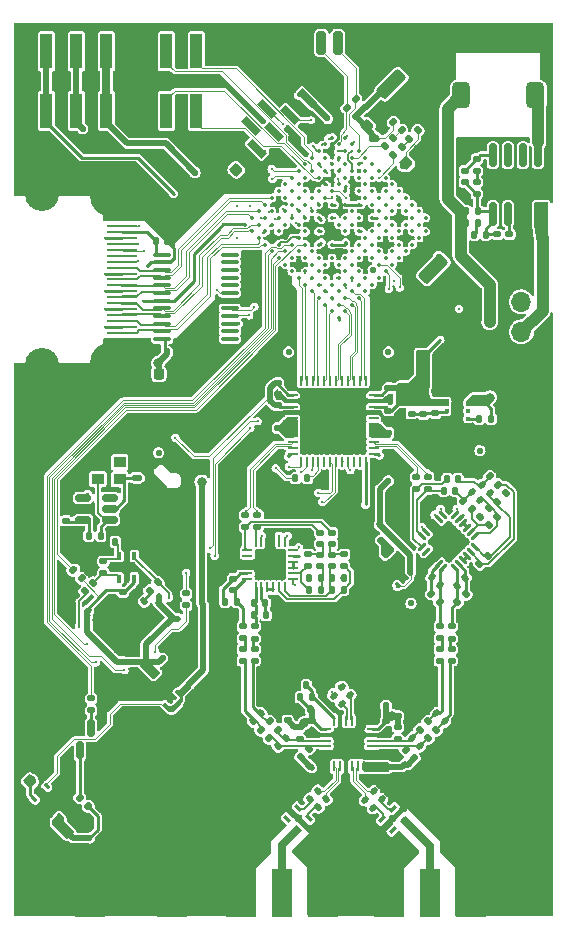
<source format=gbr>
%TF.GenerationSoftware,KiCad,Pcbnew,(6.0.4)*%
%TF.CreationDate,2023-05-16T14:10:17+09:00*%
%TF.ProjectId,RFB,5246422e-6b69-4636-9164-5f7063625858,rev?*%
%TF.SameCoordinates,Original*%
%TF.FileFunction,Copper,L1,Top*%
%TF.FilePolarity,Positive*%
%FSLAX46Y46*%
G04 Gerber Fmt 4.6, Leading zero omitted, Abs format (unit mm)*
G04 Created by KiCad (PCBNEW (6.0.4)) date 2023-05-16 14:10:17*
%MOMM*%
%LPD*%
G01*
G04 APERTURE LIST*
G04 Aperture macros list*
%AMRoundRect*
0 Rectangle with rounded corners*
0 $1 Rounding radius*
0 $2 $3 $4 $5 $6 $7 $8 $9 X,Y pos of 4 corners*
0 Add a 4 corners polygon primitive as box body*
4,1,4,$2,$3,$4,$5,$6,$7,$8,$9,$2,$3,0*
0 Add four circle primitives for the rounded corners*
1,1,$1+$1,$2,$3*
1,1,$1+$1,$4,$5*
1,1,$1+$1,$6,$7*
1,1,$1+$1,$8,$9*
0 Add four rect primitives between the rounded corners*
20,1,$1+$1,$2,$3,$4,$5,0*
20,1,$1+$1,$4,$5,$6,$7,0*
20,1,$1+$1,$6,$7,$8,$9,0*
20,1,$1+$1,$8,$9,$2,$3,0*%
%AMRotRect*
0 Rectangle, with rotation*
0 The origin of the aperture is its center*
0 $1 length*
0 $2 width*
0 $3 Rotation angle, in degrees counterclockwise*
0 Add horizontal line*
21,1,$1,$2,0,0,$3*%
G04 Aperture macros list end*
%TA.AperFunction,SMDPad,CuDef*%
%ADD10RoundRect,0.093750X-0.093750X-0.106250X0.093750X-0.106250X0.093750X0.106250X-0.093750X0.106250X0*%
%TD*%
%TA.AperFunction,SMDPad,CuDef*%
%ADD11R,1.000000X1.600000*%
%TD*%
%TA.AperFunction,SMDPad,CuDef*%
%ADD12RoundRect,0.140000X-0.170000X0.140000X-0.170000X-0.140000X0.170000X-0.140000X0.170000X0.140000X0*%
%TD*%
%TA.AperFunction,SMDPad,CuDef*%
%ADD13RoundRect,0.135000X-0.135000X-0.185000X0.135000X-0.185000X0.135000X0.185000X-0.135000X0.185000X0*%
%TD*%
%TA.AperFunction,SMDPad,CuDef*%
%ADD14RoundRect,0.135000X-0.226274X-0.035355X-0.035355X-0.226274X0.226274X0.035355X0.035355X0.226274X0*%
%TD*%
%TA.AperFunction,SMDPad,CuDef*%
%ADD15R,1.780000X4.190000*%
%TD*%
%TA.AperFunction,SMDPad,CuDef*%
%ADD16R,2.665000X4.190000*%
%TD*%
%TA.AperFunction,ComponentPad*%
%ADD17C,0.970000*%
%TD*%
%TA.AperFunction,SMDPad,CuDef*%
%ADD18R,0.460000X0.890000*%
%TD*%
%TA.AperFunction,SMDPad,CuDef*%
%ADD19RoundRect,0.135000X0.185000X-0.135000X0.185000X0.135000X-0.185000X0.135000X-0.185000X-0.135000X0*%
%TD*%
%TA.AperFunction,SMDPad,CuDef*%
%ADD20R,1.000000X3.000000*%
%TD*%
%TA.AperFunction,SMDPad,CuDef*%
%ADD21C,0.355600*%
%TD*%
%TA.AperFunction,ConnectorPad*%
%ADD22C,3.800000*%
%TD*%
%TA.AperFunction,ComponentPad*%
%ADD23C,2.600000*%
%TD*%
%TA.AperFunction,ComponentPad*%
%ADD24R,1.700000X1.700000*%
%TD*%
%TA.AperFunction,ComponentPad*%
%ADD25O,1.700000X1.700000*%
%TD*%
%TA.AperFunction,SMDPad,CuDef*%
%ADD26RotRect,0.350000X0.700000X45.000000*%
%TD*%
%TA.AperFunction,SMDPad,CuDef*%
%ADD27R,1.050000X0.950000*%
%TD*%
%TA.AperFunction,SMDPad,CuDef*%
%ADD28RoundRect,0.135000X0.135000X0.185000X-0.135000X0.185000X-0.135000X-0.185000X0.135000X-0.185000X0*%
%TD*%
%TA.AperFunction,SMDPad,CuDef*%
%ADD29RoundRect,0.140000X0.021213X-0.219203X0.219203X-0.021213X-0.021213X0.219203X-0.219203X0.021213X0*%
%TD*%
%TA.AperFunction,SMDPad,CuDef*%
%ADD30RoundRect,0.140000X-0.021213X0.219203X-0.219203X0.021213X0.021213X-0.219203X0.219203X-0.021213X0*%
%TD*%
%TA.AperFunction,SMDPad,CuDef*%
%ADD31RoundRect,0.135000X0.226274X0.035355X0.035355X0.226274X-0.226274X-0.035355X-0.035355X-0.226274X0*%
%TD*%
%TA.AperFunction,SMDPad,CuDef*%
%ADD32RoundRect,0.140000X0.140000X0.170000X-0.140000X0.170000X-0.140000X-0.170000X0.140000X-0.170000X0*%
%TD*%
%TA.AperFunction,SMDPad,CuDef*%
%ADD33RoundRect,0.100000X0.637500X0.100000X-0.637500X0.100000X-0.637500X-0.100000X0.637500X-0.100000X0*%
%TD*%
%TA.AperFunction,SMDPad,CuDef*%
%ADD34RoundRect,0.087500X0.185616X-0.061872X-0.061872X0.185616X-0.185616X0.061872X0.061872X-0.185616X0*%
%TD*%
%TA.AperFunction,SMDPad,CuDef*%
%ADD35RotRect,1.400000X1.600000X135.000000*%
%TD*%
%TA.AperFunction,SMDPad,CuDef*%
%ADD36RoundRect,0.135000X-0.035355X0.226274X-0.226274X0.035355X0.035355X-0.226274X0.226274X-0.035355X0*%
%TD*%
%TA.AperFunction,SMDPad,CuDef*%
%ADD37RoundRect,0.225000X0.017678X-0.335876X0.335876X-0.017678X-0.017678X0.335876X-0.335876X0.017678X0*%
%TD*%
%TA.AperFunction,SMDPad,CuDef*%
%ADD38RoundRect,0.150000X-0.512500X-0.150000X0.512500X-0.150000X0.512500X0.150000X-0.512500X0.150000X0*%
%TD*%
%TA.AperFunction,SMDPad,CuDef*%
%ADD39RoundRect,0.140000X0.170000X-0.140000X0.170000X0.140000X-0.170000X0.140000X-0.170000X-0.140000X0*%
%TD*%
%TA.AperFunction,SMDPad,CuDef*%
%ADD40RoundRect,0.087500X-0.185616X0.061872X0.061872X-0.185616X0.185616X-0.061872X-0.061872X0.185616X0*%
%TD*%
%TA.AperFunction,SMDPad,CuDef*%
%ADD41RotRect,1.400000X1.600000X315.000000*%
%TD*%
%TA.AperFunction,SMDPad,CuDef*%
%ADD42RoundRect,0.200000X-0.200000X-0.800000X0.200000X-0.800000X0.200000X0.800000X-0.200000X0.800000X0*%
%TD*%
%TA.AperFunction,SMDPad,CuDef*%
%ADD43RoundRect,0.140000X-0.140000X-0.170000X0.140000X-0.170000X0.140000X0.170000X-0.140000X0.170000X0*%
%TD*%
%TA.AperFunction,SMDPad,CuDef*%
%ADD44RoundRect,0.062500X0.062500X-0.375000X0.062500X0.375000X-0.062500X0.375000X-0.062500X-0.375000X0*%
%TD*%
%TA.AperFunction,SMDPad,CuDef*%
%ADD45RoundRect,0.062500X0.375000X-0.062500X0.375000X0.062500X-0.375000X0.062500X-0.375000X-0.062500X0*%
%TD*%
%TA.AperFunction,ComponentPad*%
%ADD46C,0.500000*%
%TD*%
%TA.AperFunction,SMDPad,CuDef*%
%ADD47R,2.500000X2.500000*%
%TD*%
%TA.AperFunction,SMDPad,CuDef*%
%ADD48RoundRect,0.147500X0.017678X-0.226274X0.226274X-0.017678X-0.017678X0.226274X-0.226274X0.017678X0*%
%TD*%
%TA.AperFunction,SMDPad,CuDef*%
%ADD49RoundRect,0.140000X-0.219203X-0.021213X-0.021213X-0.219203X0.219203X0.021213X0.021213X0.219203X0*%
%TD*%
%TA.AperFunction,SMDPad,CuDef*%
%ADD50RoundRect,0.062500X0.309359X-0.220971X-0.220971X0.309359X-0.309359X0.220971X0.220971X-0.309359X0*%
%TD*%
%TA.AperFunction,SMDPad,CuDef*%
%ADD51RoundRect,0.062500X0.309359X0.220971X0.220971X0.309359X-0.309359X-0.220971X-0.220971X-0.309359X0*%
%TD*%
%TA.AperFunction,SMDPad,CuDef*%
%ADD52RotRect,2.500000X2.500000X135.000000*%
%TD*%
%TA.AperFunction,SMDPad,CuDef*%
%ADD53RoundRect,0.147500X0.226274X0.017678X0.017678X0.226274X-0.226274X-0.017678X-0.017678X-0.226274X0*%
%TD*%
%TA.AperFunction,SMDPad,CuDef*%
%ADD54R,2.600000X0.280000*%
%TD*%
%TA.AperFunction,ComponentPad*%
%ADD55C,2.880000*%
%TD*%
%TA.AperFunction,ComponentPad*%
%ADD56C,3.990000*%
%TD*%
%TA.AperFunction,SMDPad,CuDef*%
%ADD57RoundRect,0.225000X0.225000X0.250000X-0.225000X0.250000X-0.225000X-0.250000X0.225000X-0.250000X0*%
%TD*%
%TA.AperFunction,SMDPad,CuDef*%
%ADD58RoundRect,0.135000X0.035355X-0.226274X0.226274X-0.035355X-0.035355X0.226274X-0.226274X0.035355X0*%
%TD*%
%TA.AperFunction,SMDPad,CuDef*%
%ADD59RoundRect,0.135000X-0.185000X0.135000X-0.185000X-0.135000X0.185000X-0.135000X0.185000X0.135000X0*%
%TD*%
%TA.AperFunction,SMDPad,CuDef*%
%ADD60RoundRect,0.250000X-0.325000X-1.100000X0.325000X-1.100000X0.325000X1.100000X-0.325000X1.100000X0*%
%TD*%
%TA.AperFunction,SMDPad,CuDef*%
%ADD61RoundRect,0.140000X0.219203X0.021213X0.021213X0.219203X-0.219203X-0.021213X-0.021213X-0.219203X0*%
%TD*%
%TA.AperFunction,SMDPad,CuDef*%
%ADD62RotRect,0.350000X0.700000X135.000000*%
%TD*%
%TA.AperFunction,SMDPad,CuDef*%
%ADD63RoundRect,0.250000X-1.007627X-0.548008X-0.548008X-1.007627X1.007627X0.548008X0.548008X1.007627X0*%
%TD*%
%TA.AperFunction,SMDPad,CuDef*%
%ADD64RoundRect,0.225000X0.250000X-0.225000X0.250000X0.225000X-0.250000X0.225000X-0.250000X-0.225000X0*%
%TD*%
%TA.AperFunction,SMDPad,CuDef*%
%ADD65RoundRect,0.062500X0.375000X0.062500X-0.375000X0.062500X-0.375000X-0.062500X0.375000X-0.062500X0*%
%TD*%
%TA.AperFunction,SMDPad,CuDef*%
%ADD66RoundRect,0.062500X0.062500X0.375000X-0.062500X0.375000X-0.062500X-0.375000X0.062500X-0.375000X0*%
%TD*%
%TA.AperFunction,SMDPad,CuDef*%
%ADD67RoundRect,0.375000X-0.375000X-0.725000X0.375000X-0.725000X0.375000X0.725000X-0.375000X0.725000X0*%
%TD*%
%TA.AperFunction,SMDPad,CuDef*%
%ADD68RotRect,1.750000X0.600000X135.000000*%
%TD*%
%TA.AperFunction,SMDPad,CuDef*%
%ADD69RoundRect,0.200000X0.200000X0.800000X-0.200000X0.800000X-0.200000X-0.800000X0.200000X-0.800000X0*%
%TD*%
%TA.AperFunction,SMDPad,CuDef*%
%ADD70RoundRect,0.150000X-0.150000X0.587500X-0.150000X-0.587500X0.150000X-0.587500X0.150000X0.587500X0*%
%TD*%
%TA.AperFunction,SMDPad,CuDef*%
%ADD71RoundRect,0.225000X-0.225000X-0.250000X0.225000X-0.250000X0.225000X0.250000X-0.225000X0.250000X0*%
%TD*%
%TA.AperFunction,SMDPad,CuDef*%
%ADD72R,0.400000X0.650000*%
%TD*%
%TA.AperFunction,SMDPad,CuDef*%
%ADD73RoundRect,0.062500X-0.375000X-0.062500X0.375000X-0.062500X0.375000X0.062500X-0.375000X0.062500X0*%
%TD*%
%TA.AperFunction,SMDPad,CuDef*%
%ADD74RoundRect,0.062500X-0.062500X-0.375000X0.062500X-0.375000X0.062500X0.375000X-0.062500X0.375000X0*%
%TD*%
%TA.AperFunction,SMDPad,CuDef*%
%ADD75R,5.600000X5.600000*%
%TD*%
%TA.AperFunction,SMDPad,CuDef*%
%ADD76RoundRect,0.225000X-0.017678X0.335876X-0.335876X0.017678X0.017678X-0.335876X0.335876X-0.017678X0*%
%TD*%
%TA.AperFunction,SMDPad,CuDef*%
%ADD77RoundRect,0.150000X-0.150000X0.825000X-0.150000X-0.825000X0.150000X-0.825000X0.150000X0.825000X0*%
%TD*%
%TA.AperFunction,SMDPad,CuDef*%
%ADD78R,2.300000X2.300000*%
%TD*%
%TA.AperFunction,SMDPad,CuDef*%
%ADD79R,1.750000X1.750000*%
%TD*%
%TA.AperFunction,ViaPad*%
%ADD80C,0.300000*%
%TD*%
%TA.AperFunction,ViaPad*%
%ADD81C,0.550000*%
%TD*%
%TA.AperFunction,ViaPad*%
%ADD82C,0.800000*%
%TD*%
%TA.AperFunction,ViaPad*%
%ADD83C,0.400000*%
%TD*%
%TA.AperFunction,Conductor*%
%ADD84C,0.250000*%
%TD*%
%TA.AperFunction,Conductor*%
%ADD85C,0.500000*%
%TD*%
%TA.AperFunction,Conductor*%
%ADD86C,0.090000*%
%TD*%
%TA.AperFunction,Conductor*%
%ADD87C,1.000000*%
%TD*%
%TA.AperFunction,Conductor*%
%ADD88C,0.670000*%
%TD*%
%TA.AperFunction,Conductor*%
%ADD89C,0.101600*%
%TD*%
%TA.AperFunction,Conductor*%
%ADD90C,0.146812*%
%TD*%
%TA.AperFunction,Conductor*%
%ADD91C,0.160000*%
%TD*%
%TA.AperFunction,Conductor*%
%ADD92C,0.190000*%
%TD*%
G04 APERTURE END LIST*
D10*
%TO.P,IC9,1,OUT*%
%TO.N,/1V8D*%
X70208600Y-62534800D03*
%TO.P,IC9,2,FB*%
%TO.N,Net-(C130-Pad2)*%
X70208600Y-63184800D03*
%TO.P,IC9,3,GND*%
%TO.N,GND*%
X70208600Y-63834800D03*
%TO.P,IC9,4,EN*%
%TO.N,/Power/1V0_PG*%
X71983600Y-63834800D03*
%TO.P,IC9,5,PG*%
%TO.N,unconnected-(IC9-Pad5)*%
X71983600Y-63184800D03*
%TO.P,IC9,6,IN*%
%TO.N,/3V6*%
X71983600Y-62534800D03*
D11*
%TO.P,IC9,7,GND*%
%TO.N,GND*%
X71096100Y-63184800D03*
%TD*%
D12*
%TO.P,C12,2*%
%TO.N,/1V8D*%
X69215000Y-62456000D03*
%TO.P,C12,1*%
%TO.N,GND*%
X69215000Y-61496000D03*
%TD*%
D13*
%TO.P,R57,2*%
%TO.N,Net-(IC3-Pad16)*%
X58394600Y-68884800D03*
%TO.P,R57,1*%
%TO.N,/SPI_MISO*%
X57374600Y-68884800D03*
%TD*%
D14*
%TO.P,R62,1*%
%TO.N,/PLL_CE*%
X38547152Y-76647152D03*
%TO.P,R62,2*%
%TO.N,/PLL_3V3A*%
X39268400Y-77368400D03*
%TD*%
D15*
%TO.P,J1,1,In*%
%TO.N,/Mixer/MIX_RFA*%
X68757800Y-103962200D03*
D16*
%TO.P,J1,2,Ext*%
%TO.N,GND*%
X65265300Y-103962200D03*
D17*
X72250300Y-100977200D03*
X65265300Y-100977200D03*
D18*
X65265300Y-101422200D03*
D16*
X72250300Y-103962200D03*
D18*
X72250300Y-101422200D03*
%TD*%
D19*
%TO.P,R55,1*%
%TO.N,Net-(R55-Pad1)*%
X48133000Y-79656400D03*
%TO.P,R55,2*%
%TO.N,/PLL_MUXOUT*%
X48133000Y-78636400D03*
%TD*%
D20*
%TO.P,J7,12,Pin_12*%
%TO.N,/LNA_S2*%
X48996600Y-37775200D03*
%TO.P,J7,11,Pin_11*%
%TO.N,/LNA_S1*%
X48996600Y-32735200D03*
%TO.P,J7,10,Pin_10*%
%TO.N,/LNA_EN2*%
X46456600Y-37775200D03*
%TO.P,J7,9,Pin_9*%
%TO.N,/LNA_EN1*%
X46456600Y-32735200D03*
%TO.P,J7,8,Pin_8*%
%TO.N,GND*%
X43916600Y-37775200D03*
%TO.P,J7,7,Pin_7*%
X43916600Y-32735200D03*
%TO.P,J7,6,Pin_6*%
%TO.N,/12V*%
X41376600Y-37775200D03*
%TO.P,J7,5,Pin_5*%
X41376600Y-32735200D03*
%TO.P,J7,4,Pin_4*%
%TO.N,/3V3D*%
X38836600Y-37775200D03*
%TO.P,J7,3,Pin_3*%
X38836600Y-32735200D03*
%TO.P,J7,2,Pin_2*%
%TO.N,/3V6*%
X36296600Y-37775200D03*
%TO.P,J7,1,Pin_1*%
X36296600Y-32735200D03*
%TD*%
D21*
%TO.P,U11,A1,GND*%
%TO.N,GND*%
X61044611Y-39484310D03*
%TO.P,U11,A2,IO_L2N_T0_34*%
%TO.N,/FPGA/HyperBus0_Reset*%
X61610296Y-40049996D03*
%TO.P,U11,A3,IO_L1N_T0_34*%
%TO.N,/FPGA/HyperBus0_CS*%
X62175981Y-40615681D03*
%TO.P,U11,A4,IO_L1P_T0_34*%
%TO.N,/FPGA/XS_SW2*%
X62741667Y-41181366D03*
%TO.P,U11,A5,NC*%
%TO.N,unconnected-(U11-PadA5)*%
X63307352Y-41747051D03*
%TO.P,U11,A6,NC*%
%TO.N,unconnected-(U11-PadA6)*%
X63873037Y-42312737D03*
%TO.P,U11,A7,NC*%
%TO.N,unconnected-(U11-PadA7)*%
X64438723Y-42878422D03*
%TO.P,U11,A8,NC*%
%TO.N,unconnected-(U11-PadA8)*%
X65004408Y-43444108D03*
%TO.P,U11,A9,NC*%
%TO.N,unconnected-(U11-PadA9)*%
X65570094Y-44009793D03*
%TO.P,U11,A10,NC*%
%TO.N,unconnected-(U11-PadA10)*%
X66135779Y-44575479D03*
%TO.P,U11,A11,NC*%
%TO.N,unconnected-(U11-PadA11)*%
X66701465Y-45141164D03*
%TO.P,U11,A12,NC*%
%TO.N,unconnected-(U11-PadA12)*%
X67267150Y-45706849D03*
%TO.P,U11,A13,NC*%
%TO.N,unconnected-(U11-PadA13)*%
X67832835Y-46272535D03*
%TO.P,U11,A14,NC*%
%TO.N,unconnected-(U11-PadA14)*%
X68398520Y-46838220D03*
%TO.P,U11,A15,GND*%
%TO.N,GND*%
X68964206Y-47403905D03*
%TO.P,U11,B1,IO_L4N_T0_34*%
%TO.N,/FPGA/HyperBus0_DQ2*%
X60478926Y-40049996D03*
%TO.P,U11,B2,IO_L2P_T0_34*%
%TO.N,/FPGA/XS_SW1*%
X61044611Y-40615681D03*
%TO.P,U11,B3,IO_L3N_T0_DQS_34*%
%TO.N,/FPGA/HyperBus0_RWDS*%
X61610296Y-41181366D03*
%TO.P,U11,B4,IO_L3P_T0_DQS_34*%
%TO.N,/FPGA/XS_LED1*%
X62175981Y-41747051D03*
%TO.P,U11,B5,IO_L5N_T0_34*%
%TO.N,/FPGA/HyperBus0_CkN*%
X62741667Y-42312737D03*
%TO.P,U11,B6,NC*%
%TO.N,unconnected-(U11-PadB6)*%
X63307352Y-42878422D03*
%TO.P,U11,B7,NC*%
%TO.N,unconnected-(U11-PadB7)*%
X63873037Y-43444108D03*
%TO.P,U11,B8,GND*%
%TO.N,GND*%
X64438723Y-44009793D03*
%TO.P,U11,B9,NC*%
%TO.N,unconnected-(U11-PadB9)*%
X65004408Y-44575479D03*
%TO.P,U11,B10,NC*%
%TO.N,unconnected-(U11-PadB10)*%
X65570094Y-45141164D03*
%TO.P,U11,B11,NC*%
%TO.N,unconnected-(U11-PadB11)*%
X66135779Y-45706849D03*
%TO.P,U11,B12,NC*%
%TO.N,unconnected-(U11-PadB12)*%
X66701465Y-46272535D03*
%TO.P,U11,B13,NC*%
%TO.N,unconnected-(U11-PadB13)*%
X67267150Y-46838220D03*
%TO.P,U11,B14,NC*%
%TO.N,unconnected-(U11-PadB14)*%
X67832835Y-47403905D03*
%TO.P,U11,B15,NC*%
%TO.N,unconnected-(U11-PadB15)*%
X68398520Y-47969590D03*
%TO.P,U11,C1,IO_L4P_T0_34*%
%TO.N,/FPGA/HyperBus0_DQ3*%
X59913241Y-40615681D03*
%TO.P,U11,C2,GND*%
%TO.N,GND*%
X60478926Y-41181366D03*
%TO.P,U11,C3,VCCO_34*%
%TO.N,/3V3D*%
X61044611Y-41747051D03*
%TO.P,U11,C4,IO_L7N_T1_34*%
%TO.N,unconnected-(U11-PadC4)*%
X61610296Y-42312736D03*
%TO.P,U11,C5,IO_L5P_T0_34*%
%TO.N,/FPGA/HyperBus0_CkP*%
X62175982Y-42878422D03*
%TO.P,U11,C6,NC*%
%TO.N,unconnected-(U11-PadC6)*%
X62741667Y-43444107D03*
%TO.P,U11,C7,NC*%
%TO.N,unconnected-(U11-PadC7)*%
X63307353Y-44009792D03*
%TO.P,U11,C8,NC*%
%TO.N,unconnected-(U11-PadC8)*%
X63873038Y-44575478D03*
%TO.P,U11,C9,NC*%
%TO.N,unconnected-(U11-PadC9)*%
X64438724Y-45141163D03*
%TO.P,U11,C10,NC*%
%TO.N,unconnected-(U11-PadC10)*%
X65004409Y-45706849D03*
%TO.P,U11,C11,NC*%
%TO.N,unconnected-(U11-PadC11)*%
X65570094Y-46272534D03*
%TO.P,U11,C12,GND*%
%TO.N,GND*%
X66135780Y-46838220D03*
%TO.P,U11,C13,NC*%
%TO.N,unconnected-(U11-PadC13)*%
X66701465Y-47403905D03*
%TO.P,U11,C14,NC*%
%TO.N,unconnected-(U11-PadC14)*%
X67267150Y-47969590D03*
%TO.P,U11,C15,NC*%
%TO.N,unconnected-(U11-PadC15)*%
X67832835Y-48535275D03*
%TO.P,U11,D1,IO_L6N_T0_VREF_34*%
%TO.N,/FPGA/HyperBus0_DQ4*%
X59347555Y-41181366D03*
%TO.P,U11,D2,IO_L6P_T0_34*%
%TO.N,unconnected-(U11-PadD2)*%
X59913241Y-41747051D03*
%TO.P,U11,D3,IO_L9N_T1_DQS_34*%
%TO.N,/FPGA/HyperBus0_DQ0*%
X60478926Y-42312736D03*
%TO.P,U11,D4,IO_L7P_T1_34*%
%TO.N,/FPGA/HyperBus0_DQ1*%
X61044611Y-42878422D03*
%TO.P,U11,D5,NC*%
%TO.N,unconnected-(U11-PadD5)*%
X61610296Y-43444107D03*
%TO.P,U11,D6,GND*%
%TO.N,GND*%
X62175982Y-44009792D03*
%TO.P,U11,D7,NC*%
%TO.N,unconnected-(U11-PadD7)*%
X62741667Y-44575478D03*
%TO.P,U11,D8,NC*%
%TO.N,unconnected-(U11-PadD8)*%
X63307353Y-45141163D03*
%TO.P,U11,D9,NC*%
%TO.N,unconnected-(U11-PadD9)*%
X63873038Y-45706849D03*
%TO.P,U11,D10,NC*%
%TO.N,unconnected-(U11-PadD10)*%
X64438724Y-46272534D03*
%TO.P,U11,D11,NC*%
%TO.N,unconnected-(U11-PadD11)*%
X65004409Y-46838220D03*
%TO.P,U11,D12,NC*%
%TO.N,unconnected-(U11-PadD12)*%
X65570094Y-47403905D03*
%TO.P,U11,D13,NC*%
%TO.N,unconnected-(U11-PadD13)*%
X66135780Y-47969590D03*
%TO.P,U11,D14,GND*%
%TO.N,GND*%
X66701465Y-48535275D03*
%TO.P,U11,D15,NC*%
%TO.N,unconnected-(U11-PadD15)*%
X67267150Y-49100961D03*
%TO.P,U11,E1,IO_L8N_T1_34*%
%TO.N,/LNA_S1*%
X58781870Y-41747051D03*
%TO.P,U11,E2,IO_L8P_T1_34*%
%TO.N,/FPGA/HyperBus0_DQ5*%
X59347555Y-42312737D03*
%TO.P,U11,E3,IO_L9P_T1_DQS_34*%
%TO.N,/FPGA/HyperBus0_DQ6*%
X59913240Y-42878422D03*
%TO.P,U11,E4,GND*%
%TO.N,GND*%
X60478926Y-43444107D03*
%TO.P,U11,E5,TCK_0*%
%TO.N,/FPGA/XS_TCK*%
X61044611Y-44009792D03*
%TO.P,U11,E6,VCCO_0*%
%TO.N,/2V5D*%
X61610296Y-44575478D03*
%TO.P,U11,E7,GND*%
%TO.N,GND*%
X62175982Y-45141163D03*
%TO.P,U11,E8,VCCINT*%
%TO.N,/1V0*%
X62741667Y-45706849D03*
%TO.P,U11,E9,GND*%
%TO.N,GND*%
X63307353Y-46272534D03*
%TO.P,U11,E10,VCCINT*%
%TO.N,/1V0*%
X63873038Y-46838220D03*
%TO.P,U11,E11,NC*%
%TO.N,unconnected-(U11-PadE11)*%
X64438724Y-47403905D03*
%TO.P,U11,E12,NC*%
%TO.N,unconnected-(U11-PadE12)*%
X65004409Y-47969590D03*
%TO.P,U11,E13,NC*%
%TO.N,unconnected-(U11-PadE13)*%
X65570094Y-48535276D03*
%TO.P,U11,E14,NC*%
%TO.N,unconnected-(U11-PadE14)*%
X66135779Y-49100961D03*
%TO.P,U11,E15,NC*%
%TO.N,unconnected-(U11-PadE15)*%
X66701465Y-49666646D03*
%TO.P,U11,F1,IO_L10N_T1_34*%
%TO.N,/LNA_EN2*%
X58216185Y-42312737D03*
%TO.P,U11,F2,IO_L10P_T1_34*%
%TO.N,/LNA_EN1*%
X58781870Y-42878422D03*
%TO.P,U11,F3,IO_L11N_T1_SRCC_34*%
%TO.N,/LNA_S2*%
X59347555Y-43444107D03*
%TO.P,U11,F4,IO_L11P_T1_SRCC_34*%
%TO.N,/FPGA/HyperBus0_DQ7*%
X59913240Y-44009792D03*
%TO.P,U11,F5,CCLK_0*%
%TO.N,/FPGA/XS_CCLK*%
X60478926Y-44575478D03*
%TO.P,U11,F6,GND*%
%TO.N,GND*%
X61044611Y-45141163D03*
%TO.P,U11,F7,VCCINT*%
%TO.N,/1V0*%
X61610296Y-45706849D03*
%TO.P,U11,F8,NC*%
%TO.N,unconnected-(U11-PadF8)*%
X62175982Y-46272534D03*
%TO.P,U11,F9,NC*%
%TO.N,unconnected-(U11-PadF9)*%
X62741667Y-46838220D03*
%TO.P,U11,F10,GND*%
%TO.N,GND*%
X63307353Y-47403905D03*
%TO.P,U11,F11,NC*%
%TO.N,unconnected-(U11-PadF11)*%
X63873038Y-47969590D03*
%TO.P,U11,F12,NC*%
%TO.N,unconnected-(U11-PadF12)*%
X64438724Y-48535276D03*
%TO.P,U11,F13,GND*%
%TO.N,GND*%
X65004409Y-49100961D03*
%TO.P,U11,F14,NC*%
%TO.N,unconnected-(U11-PadF14)*%
X65570094Y-49666646D03*
%TO.P,U11,F15,NC*%
%TO.N,unconnected-(U11-PadF15)*%
X66135779Y-50232331D03*
%TO.P,U11,G1,IO_L12N_T1_MRCC_34*%
%TO.N,/FPGA_REFCLKN*%
X57650499Y-42878422D03*
%TO.P,U11,G2,VCCO_34*%
%TO.N,/3V3D*%
X58216185Y-43444108D03*
%TO.P,U11,G3,GND*%
%TO.N,GND*%
X58781869Y-44009792D03*
%TO.P,U11,G4,IO_0_34*%
%TO.N,unconnected-(U11-PadG4)*%
X59347555Y-44575478D03*
%TO.P,U11,G5,DONE_0*%
%TO.N,/FPGA/XS_DONE*%
X59913240Y-45141163D03*
%TO.P,U11,G6,VCCBRAM*%
%TO.N,/1V0*%
X60478926Y-45706849D03*
%TO.P,U11,G7,GND*%
%TO.N,GND*%
X61044611Y-46272534D03*
%TO.P,U11,G8,NC*%
%TO.N,unconnected-(U11-PadG8)*%
X61610296Y-46838220D03*
%TO.P,U11,G9,NC*%
%TO.N,unconnected-(U11-PadG9)*%
X62175982Y-47403905D03*
%TO.P,U11,G10,VCCINT*%
%TO.N,/1V0*%
X62741667Y-47969590D03*
%TO.P,U11,G11,NC*%
%TO.N,unconnected-(U11-PadG11)*%
X63307353Y-48535276D03*
%TO.P,U11,G12,NC*%
%TO.N,unconnected-(U11-PadG12)*%
X63873038Y-49100961D03*
%TO.P,U11,G13,NC*%
%TO.N,unconnected-(U11-PadG13)*%
X64438724Y-49666647D03*
%TO.P,U11,G14,NC*%
%TO.N,unconnected-(U11-PadG14)*%
X65004408Y-50232331D03*
%TO.P,U11,G15,NC*%
%TO.N,unconnected-(U11-PadG15)*%
X65570094Y-50798017D03*
%TO.P,U11,H1,IO_L12P_T1_MRCC_34*%
%TO.N,/FPGA_REFCLKP*%
X57084814Y-43444108D03*
%TO.P,U11,H2,IO_L14N_T2_SRCC_34*%
%TO.N,unconnected-(U11-PadH2)*%
X57650499Y-44009793D03*
%TO.P,U11,H3,IO_L13N_T2_MRCC_34*%
%TO.N,unconnected-(U11-PadH3)*%
X58216184Y-44575478D03*
%TO.P,U11,H4,IO_L13P_T2_MRCC_34*%
%TO.N,unconnected-(U11-PadH4)*%
X58781869Y-45141163D03*
%TO.P,U11,H5,CFGBVS_0*%
%TO.N,/2V5D*%
X59347555Y-45706849D03*
%TO.P,U11,H6,GND*%
%TO.N,GND*%
X59913240Y-46272534D03*
%TO.P,U11,H7,VCCINT*%
%TO.N,/1V0*%
X60478926Y-46838220D03*
%TO.P,U11,H8,NC*%
%TO.N,unconnected-(U11-PadH8)*%
X61044611Y-47403905D03*
%TO.P,U11,H9,NC*%
%TO.N,unconnected-(U11-PadH9)*%
X61610296Y-47969590D03*
%TO.P,U11,H10,GND*%
%TO.N,GND*%
X62175982Y-48535276D03*
%TO.P,U11,H11,NC*%
%TO.N,unconnected-(U11-PadH11)*%
X62741667Y-49100961D03*
%TO.P,U11,H12,NC*%
%TO.N,unconnected-(U11-PadH12)*%
X63307353Y-49666647D03*
%TO.P,U11,H13,NC*%
%TO.N,unconnected-(U11-PadH13)*%
X63873038Y-50232332D03*
%TO.P,U11,H14,IO_L1P_T0_D00_MOSI_14*%
%TO.N,/FPGA/XS_MOSI*%
X64438723Y-50798017D03*
%TO.P,U11,H15,IO_L1N_T0_D01_DIN_14*%
%TO.N,/FPGA/XS_DIN*%
X65004408Y-51363702D03*
%TO.P,U11,J1,IO_L16N_T2_34*%
%TO.N,unconnected-(U11-PadJ1)*%
X56519128Y-44009793D03*
%TO.P,U11,J2,IO_L14P_T2_SRCC_34*%
%TO.N,unconnected-(U11-PadJ2)*%
X57084814Y-44575479D03*
%TO.P,U11,J3,IO_L15N_T2_DQS_34*%
%TO.N,unconnected-(U11-PadJ3)*%
X57650498Y-45141163D03*
%TO.P,U11,J4,IO_L15P_T2_DQS_34*%
%TO.N,unconnected-(U11-PadJ4)*%
X58216184Y-45706849D03*
%TO.P,U11,J5,PROGRAM_B_0*%
%TO.N,/FPGA/XS_PROGRAMB*%
X58781869Y-46272534D03*
%TO.P,U11,J6,VCCBRAM*%
%TO.N,/1V0*%
X59347555Y-46838220D03*
%TO.P,U11,J7,GND*%
%TO.N,GND*%
X59913240Y-47403905D03*
%TO.P,U11,J8,DXN_0*%
X60478926Y-47969590D03*
%TO.P,U11,J9,DXP_0*%
X61044611Y-48535276D03*
%TO.P,U11,J10,VCCINT*%
%TO.N,/1V0*%
X61610296Y-49100961D03*
%TO.P,U11,J11,IO_0_14*%
%TO.N,unconnected-(U11-PadJ11)*%
X62175982Y-49666647D03*
%TO.P,U11,J12,IO_L2P_T0_D02_14*%
%TO.N,unconnected-(U11-PadJ12)*%
X62741667Y-50232332D03*
%TO.P,U11,J13,GND*%
%TO.N,GND*%
X63307353Y-50798018D03*
%TO.P,U11,J14,VCCO_14*%
%TO.N,/2V5D*%
X63873037Y-51363702D03*
%TO.P,U11,J15,IO_L5P_T0_D06_14*%
%TO.N,unconnected-(U11-PadJ15)*%
X64438723Y-51929388D03*
%TO.P,U11,K1,IO_L16P_T2_34*%
%TO.N,unconnected-(U11-PadK1)*%
X55953443Y-44575479D03*
%TO.P,U11,K2,IO_L17N_T2_34*%
%TO.N,unconnected-(U11-PadK2)*%
X56519128Y-45141164D03*
%TO.P,U11,K3,IO_L17P_T2_34*%
%TO.N,unconnected-(U11-PadK3)*%
X57084813Y-45706849D03*
%TO.P,U11,K4,TDO_0*%
%TO.N,/FPGA/XS_TDO*%
X57650498Y-46272534D03*
%TO.P,U11,K5,TMS_0*%
%TO.N,/FPGA/XS_TMS*%
X58216184Y-46838220D03*
%TO.P,U11,K6,GND*%
%TO.N,GND*%
X58781869Y-47403905D03*
%TO.P,U11,K7,VCCINT*%
%TO.N,/1V0*%
X59347555Y-47969590D03*
%TO.P,U11,K8,GND*%
%TO.N,GND*%
X59913240Y-48535276D03*
%TO.P,U11,K9,VCCINT*%
%TO.N,/1V0*%
X60478926Y-49100961D03*
%TO.P,U11,K10,GND*%
%TO.N,GND*%
X61044611Y-49666647D03*
%TO.P,U11,K11,IO_L3P_T0_DQS_PUDC_B_14*%
%TO.N,unconnected-(U11-PadK11)*%
X61610296Y-50232332D03*
%TO.P,U11,K12,IO_L3N_T0_DQS_EMCCLK_14*%
%TO.N,unconnected-(U11-PadK12)*%
X62175982Y-50798018D03*
%TO.P,U11,K13,IO_L2N_T0_D03_14*%
%TO.N,unconnected-(U11-PadK13)*%
X62741667Y-51363703D03*
%TO.P,U11,K14,IO_L4P_T0_D04_14*%
%TO.N,unconnected-(U11-PadK14)*%
X63307352Y-51929388D03*
%TO.P,U11,K15,IO_L5N_T0_D07_14*%
%TO.N,unconnected-(U11-PadK15)*%
X63873037Y-52495073D03*
%TO.P,U11,L1,IO_L18N_T2_34*%
%TO.N,/FPGA/HDMI_CN*%
X55387757Y-45141164D03*
%TO.P,U11,L2,GND*%
%TO.N,GND*%
X55953443Y-45706849D03*
%TO.P,U11,L3,VCCO_34*%
%TO.N,/3V3D*%
X56519128Y-46272534D03*
%TO.P,U11,L4,TDI_0*%
%TO.N,/FPGA/XS_TDI*%
X57084813Y-46838220D03*
%TO.P,U11,L5,INIT_B_0*%
%TO.N,/FPGA/XS_INITB*%
X57650498Y-47403905D03*
%TO.P,U11,L6,VCCAUX*%
%TO.N,/1V8D*%
X58216184Y-47969590D03*
%TO.P,U11,L7,GND*%
%TO.N,GND*%
X58781869Y-48535276D03*
%TO.P,U11,L8,VCCAUX*%
%TO.N,/1V8D*%
X59347555Y-49100961D03*
%TO.P,U11,L9,GND*%
%TO.N,GND*%
X59913240Y-49666647D03*
%TO.P,U11,L10,IO_25_14*%
%TO.N,unconnected-(U11-PadL10)*%
X60478926Y-50232332D03*
%TO.P,U11,L11,IO_L6P_T0_FCS_B_14*%
%TO.N,unconnected-(U11-PadL11)*%
X61044611Y-50798018D03*
%TO.P,U11,L12,IO_L6N_T0_D08_VREF_14*%
%TO.N,unconnected-(U11-PadL12)*%
X61610296Y-51363703D03*
%TO.P,U11,L13,IO_L7P_T1_D09_14*%
%TO.N,/SPI_CS_ADC*%
X62175982Y-51929388D03*
%TO.P,U11,L14,IO_L7N_T1_D10_14*%
%TO.N,/ADC_RESET*%
X62741667Y-52495073D03*
%TO.P,U11,L15,IO_L4N_T0_D05_14*%
%TO.N,unconnected-(U11-PadL15)*%
X63307352Y-53060759D03*
%TO.P,U11,M1,IO_L18P_T2_34*%
%TO.N,/FPGA/HDMI_CP*%
X54822072Y-45706849D03*
%TO.P,U11,M2,IO_L20N_T3_34*%
%TO.N,/FPGA/HDMI_CEC*%
X55387757Y-46272535D03*
%TO.P,U11,M3,IO_L19N_T3_VREF_34*%
%TO.N,/FPGA/HDMI_IICSDA*%
X55953442Y-46838220D03*
%TO.P,U11,M4,IO_L19P_T3_34*%
%TO.N,unconnected-(U11-PadM4)*%
X56519128Y-47403905D03*
%TO.P,U11,M5,M0_0*%
%TO.N,GND*%
X57084813Y-47969590D03*
%TO.P,U11,M6,M2_0*%
%TO.N,/2V5D*%
X57650498Y-48535276D03*
%TO.P,U11,M7,IO_L19P_T3_D26_14*%
%TO.N,/PLL_CE*%
X58216184Y-49100961D03*
%TO.P,U11,M8,IO_L19N_T3_D25_VREF_14*%
%TO.N,unconnected-(U11-PadM8)*%
X58781869Y-49666647D03*
%TO.P,U11,M9,IO_L13P_T2_MRCC_14*%
%TO.N,unconnected-(U11-PadM9)*%
X59347555Y-50232332D03*
%TO.P,U11,M10,IO_L13N_T2_MRCC_14*%
%TO.N,unconnected-(U11-PadM10)*%
X59913240Y-50798018D03*
%TO.P,U11,M11,GND*%
%TO.N,GND*%
X60478926Y-51363703D03*
%TO.P,U11,M12,VCCO_14*%
%TO.N,/2V5D*%
X61044611Y-51929388D03*
%TO.P,U11,M13,IO_L8P_T1_D11_14*%
%TO.N,/SPI_MISO*%
X61610296Y-52495074D03*
%TO.P,U11,M14,IO_L9P_T1_DQS_14*%
%TO.N,/ADC/ADC_DB1P*%
X62175981Y-53060759D03*
%TO.P,U11,M15,IO_L9N_T1_DQS_D13_14*%
%TO.N,/ADC/ADC_DB1N*%
X62741667Y-53626444D03*
%TO.P,U11,N1,IO_L22N_T3_34*%
%TO.N,/FPGA/HDMI_D0N*%
X54256387Y-46272535D03*
%TO.P,U11,N2,IO_L20P_T3_34*%
%TO.N,/FPGA/HDMI_IICSCL*%
X54822072Y-46838220D03*
%TO.P,U11,N3,IO_L21N_T3_DQS_34*%
%TO.N,/FPGA/HDMI_HPD*%
X55387757Y-47403905D03*
%TO.P,U11,N4,IO_25_34*%
%TO.N,unconnected-(U11-PadN4)*%
X55953442Y-47969590D03*
%TO.P,U11,N5,M1_0*%
%TO.N,GND*%
X56519128Y-48535276D03*
%TO.P,U11,N6,IO_L20P_T3_D24_14*%
%TO.N,/PA_EN*%
X57084813Y-49100961D03*
%TO.P,U11,N7,IO_L20N_T3_D23_14*%
%TO.N,/FPGA/SPI_CS2*%
X57650498Y-49666647D03*
%TO.P,U11,N8,IO_L21P_T3_DQS_14*%
%TO.N,unconnected-(U11-PadN8)*%
X58216184Y-50232332D03*
%TO.P,U11,N9,IO_L21N_T3_DQS_D22_14*%
%TO.N,/FPGA/SPI_CS1*%
X58781869Y-50798018D03*
%TO.P,U11,N10,IO_L15P_T2_DQS_RDWR_B_14*%
%TO.N,/FPGA/SPI_CS0*%
X59347555Y-51363703D03*
%TO.P,U11,N11,IO_L15N_T2_DQS_DOUT_CSO_B_14*%
%TO.N,/FPGA/XS_CSO*%
X59913240Y-51929388D03*
%TO.P,U11,N12,IO_L14P_T2_SRCC_14*%
%TO.N,unconnected-(U11-PadN12)*%
X60478926Y-52495074D03*
%TO.P,U11,N13,IO_L8N_T1_D12_14*%
%TO.N,unconnected-(U11-PadN13)*%
X61044611Y-53060759D03*
%TO.P,U11,N14,IO_L10P_T1_D14_14*%
%TO.N,/ADC/ADC_DB0P*%
X61610296Y-53626444D03*
%TO.P,U11,N15,IO_L10N_T1_D15_14*%
%TO.N,/ADC/ADC_DB0N*%
X62175981Y-54192129D03*
%TO.P,U11,P1,IO_L22P_T3_34*%
%TO.N,/FPGA/HDMI_D0P*%
X53690702Y-46838220D03*
%TO.P,U11,P2,IO_L24N_T3_34*%
%TO.N,/FPGA/HDMI_D1N*%
X54256387Y-47403905D03*
%TO.P,U11,P3,IO_L21P_T3_DQS_34*%
%TO.N,/FPGA/HDMI_LSOE*%
X54822072Y-47969590D03*
%TO.P,U11,P4,GND*%
%TO.N,GND*%
X55387757Y-48535275D03*
%TO.P,U11,P5,VCCO_0*%
%TO.N,/2V5D*%
X55953443Y-49100961D03*
%TO.P,U11,P6,IO_L23P_T3_D19_14*%
%TO.N,/SPI_CS_PLL*%
X56519128Y-49666646D03*
%TO.P,U11,P7,IO_L23N_T3_D18_14*%
%TO.N,unconnected-(U11-PadP7)*%
X57084814Y-50232331D03*
%TO.P,U11,P8,GND*%
%TO.N,GND*%
X57650499Y-50798017D03*
%TO.P,U11,P9,VCCO_14*%
%TO.N,/2V5D*%
X58216185Y-51363702D03*
%TO.P,U11,P10,IO_L16P_T2_CSI_B_14*%
%TO.N,/PLL_MUXOUT*%
X58781870Y-51929388D03*
%TO.P,U11,P11,IO_L16N_T2_D31_14*%
%TO.N,Net-(R61-Pad1)*%
X59347555Y-52495073D03*
%TO.P,U11,P12,IO_L14N_T2_SRCC_14*%
%TO.N,Net-(R58-Pad1)*%
X59913241Y-53060759D03*
%TO.P,U11,P13,GND*%
%TO.N,GND*%
X60478926Y-53626444D03*
%TO.P,U11,P14,IO_L11P_T1_SRCC_14*%
%TO.N,/ADC/ADC_FCLKP*%
X61044611Y-54192129D03*
%TO.P,U11,P15,IO_L11N_T1_SRCC_14*%
%TO.N,/ADC/ADC_FCLKN*%
X61610296Y-54757814D03*
%TO.P,U11,R1,GND*%
%TO.N,GND*%
X53125016Y-47403905D03*
%TO.P,U11,R2,IO_L24P_T3_34*%
%TO.N,/FPGA/HDMI_D1P*%
X53690702Y-47969590D03*
%TO.P,U11,R3,IO_L23N_T3_34*%
%TO.N,/FPGA/HDMI_D2N*%
X54256387Y-48535275D03*
%TO.P,U11,R4,IO_L23P_T3_34*%
%TO.N,/FPGA/HDMI_D2P*%
X54822072Y-49100961D03*
%TO.P,U11,R5,IO_L24P_T3_D17_14*%
%TO.N,/PLL_RAMPCLK*%
X55387757Y-49666646D03*
%TO.P,U11,R6,IO_L24N_T3_D16_14*%
%TO.N,/PLL_RAMPDIR*%
X55953443Y-50232331D03*
%TO.P,U11,R7,IO_L22P_T3_D21_14*%
%TO.N,unconnected-(U11-PadR7)*%
X56519128Y-50798017D03*
%TO.P,U11,R8,IO_L22N_T3_D20_14*%
%TO.N,unconnected-(U11-PadR8)*%
X57084814Y-51363702D03*
%TO.P,U11,R9,IO_L17P_T2_D30_14*%
%TO.N,/ADC/ADC_DA0N*%
X57650499Y-51929388D03*
%TO.P,U11,R10,IO_L17N_T2_D29_14*%
%TO.N,/ADC/ADC_DA0P*%
X58216185Y-52495073D03*
%TO.P,U11,R11,IO_L18P_T2_D28_14*%
%TO.N,/ADC/ADC_DA1N*%
X58781870Y-53060759D03*
%TO.P,U11,R12,IO_L18N_T2_D27_14*%
%TO.N,/ADC/ADC_DA1P*%
X59347555Y-53626444D03*
%TO.P,U11,R13,IO_L12P_T1_MRCC_14*%
%TO.N,/ADC/ADC_DCLKN*%
X59913241Y-54192129D03*
%TO.P,U11,R14,IO_L12N_T1_MRCC_14*%
%TO.N,/ADC/ADC_DCLKP*%
X60478926Y-54757814D03*
%TO.P,U11,R15,GND*%
%TO.N,GND*%
X61044611Y-55323500D03*
%TD*%
D22*
%TO.P,H4,1,1*%
%TO.N,GND*%
X68224400Y-32689800D03*
D23*
X68224400Y-32689800D03*
%TD*%
D19*
%TO.P,R7,1*%
%TO.N,GND*%
X75488800Y-49252600D03*
%TO.P,R7,2*%
%TO.N,Net-(R7-Pad2)*%
X75488800Y-48232600D03*
%TD*%
D24*
%TO.P,J6,1,Pin_1*%
%TO.N,GND*%
X76504800Y-59029600D03*
D25*
%TO.P,J6,2,Pin_2*%
%TO.N,/12V*%
X76504800Y-56489600D03*
%TO.P,J6,3,Pin_3*%
%TO.N,/Power/PWR_EN*%
X76504800Y-53949600D03*
%TD*%
D26*
%TO.P,FL3,1*%
%TO.N,/Mixer/MIX_RFB*%
X57576961Y-98607639D03*
%TO.P,FL3,2,GND*%
%TO.N,GND*%
X58036581Y-98148020D03*
%TO.P,FL3,3*%
%TO.N,Net-(C62-Pad1)*%
X58496200Y-97688400D03*
%TO.P,FL3,4*%
%TO.N,Net-(C61-Pad2)*%
X57612317Y-96804517D03*
%TO.P,FL3,5,GND*%
%TO.N,GND*%
X57152697Y-97264136D03*
%TO.P,FL3,6,NC*%
%TO.N,unconnected-(FL3-Pad6)*%
X56693078Y-97723756D03*
%TD*%
D27*
%TO.P,U1,1,NC*%
%TO.N,unconnected-(U1-Pad1)*%
X42504800Y-67524800D03*
%TO.P,U1,2,GND*%
%TO.N,GND*%
X40654800Y-67524800D03*
%TO.P,U1,3,OUT*%
%TO.N,Net-(IC1-Pad4)*%
X40654800Y-68974800D03*
%TO.P,U1,4,VCC*%
%TO.N,/3V3D*%
X42504800Y-68974800D03*
%TD*%
D28*
%TO.P,R9,1*%
%TO.N,GND*%
X43129200Y-74269600D03*
%TO.P,R9,2*%
%TO.N,Net-(R10-Pad1)*%
X42109200Y-74269600D03*
%TD*%
D29*
%TO.P,C74,1*%
%TO.N,GND*%
X57868178Y-93896822D03*
%TO.P,C74,2*%
%TO.N,/MIX_5VA*%
X58547000Y-93218000D03*
%TD*%
D30*
%TO.P,C31,1*%
%TO.N,Net-(C31-Pad1)*%
X44577000Y-79298800D03*
%TO.P,C31,2*%
%TO.N,GND*%
X43898178Y-79977622D03*
%TD*%
D19*
%TO.P,R31,1*%
%TO.N,Net-(C79-Pad2)*%
X69592000Y-82448400D03*
%TO.P,R31,2*%
%TO.N,Net-(C81-Pad2)*%
X69592000Y-81428400D03*
%TD*%
D13*
%TO.P,R21,1*%
%TO.N,Net-(R17-Pad1)*%
X58511800Y-78329600D03*
%TO.P,R21,2*%
%TO.N,Net-(C57-Pad2)*%
X59531800Y-78329600D03*
%TD*%
D23*
%TO.P,H1,1,1*%
%TO.N,GND*%
X76784200Y-103555800D03*
D22*
X76784200Y-103555800D03*
%TD*%
D31*
%TO.P,R2,1*%
%TO.N,/3V3D*%
X62463624Y-38232024D03*
%TO.P,R2,2*%
%TO.N,/FPGA/XS_SW1*%
X61742376Y-37510776D03*
%TD*%
D12*
%TO.P,C55,1*%
%TO.N,Net-(C55-Pad1)*%
X60497000Y-73503600D03*
%TO.P,C55,2*%
%TO.N,Net-(C55-Pad2)*%
X60497000Y-74463600D03*
%TD*%
D31*
%TO.P,R46,1*%
%TO.N,/PA_8VA*%
X39827200Y-96647000D03*
%TO.P,R46,2*%
%TO.N,Net-(Q1-Pad3)*%
X39105952Y-95925752D03*
%TD*%
D32*
%TO.P,C65,1*%
%TO.N,/MIX_5VA*%
X65049400Y-88188800D03*
%TO.P,C65,2*%
%TO.N,GND*%
X64089400Y-88188800D03*
%TD*%
D12*
%TO.P,C53,1*%
%TO.N,Net-(C53-Pad1)*%
X52095400Y-77399000D03*
%TO.P,C53,2*%
%TO.N,Net-(C53-Pad2)*%
X52095400Y-78359000D03*
%TD*%
D29*
%TO.P,C153,1*%
%TO.N,/3V3D*%
X64227389Y-40065011D03*
%TO.P,C153,2*%
%TO.N,GND*%
X64906211Y-39386189D03*
%TD*%
D33*
%TO.P,IC7,1,CEC_A*%
%TO.N,/FPGA/HDMI_CEC*%
X51833800Y-57091200D03*
%TO.P,IC7,2,SCL_A*%
%TO.N,/FPGA/HDMI_IICSCL*%
X51833800Y-56441200D03*
%TO.P,IC7,3,SDA_A*%
%TO.N,/FPGA/HDMI_IICSDA*%
X51833800Y-55791200D03*
%TO.P,IC7,4,HPD_A-*%
%TO.N,/FPGA/HDMI_HPD*%
X51833800Y-55141200D03*
%TO.P,IC7,5,LS_OE*%
%TO.N,/FPGA/HDMI_LSOE*%
X51833800Y-54491200D03*
%TO.P,IC7,6,GND_1*%
%TO.N,GND*%
X51833800Y-53841200D03*
%TO.P,IC7,7,CEC_B*%
%TO.N,/FPGA/HDMI_ECEC*%
X51833800Y-53191200D03*
%TO.P,IC7,8,SCL_B*%
%TO.N,/FPGA/HDMI_SCL*%
X51833800Y-52541200D03*
%TO.P,IC7,9,SDA_B*%
%TO.N,/FPGA/HDMI_SDA*%
X51833800Y-51891200D03*
%TO.P,IC7,10,HPD_B-*%
%TO.N,/FPGA/HDMI_EHPD*%
X51833800Y-51241200D03*
%TO.P,IC7,11,VCC5V*%
%TO.N,/5VD*%
X51833800Y-50591200D03*
%TO.P,IC7,12,CT_HPD*%
%TO.N,/FPGA/HDMI_CTHPD*%
X51833800Y-49941200D03*
%TO.P,IC7,13,5V_OUT*%
%TO.N,/FPGA/HDMI_5VD*%
X46108800Y-49941200D03*
%TO.P,IC7,14,GND_2*%
%TO.N,GND*%
X46108800Y-50591200D03*
%TO.P,IC7,15,CLK-*%
%TO.N,/FPGA/HDMI_CN*%
X46108800Y-51241200D03*
%TO.P,IC7,16,CLK+*%
%TO.N,/FPGA/HDMI_CP*%
X46108800Y-51891200D03*
%TO.P,IC7,17,D0-*%
%TO.N,/FPGA/HDMI_D0N*%
X46108800Y-52541200D03*
%TO.P,IC7,18,D0+*%
%TO.N,/FPGA/HDMI_D0P*%
X46108800Y-53191200D03*
%TO.P,IC7,19,GND_3*%
%TO.N,GND*%
X46108800Y-53841200D03*
%TO.P,IC7,20,D1-*%
%TO.N,/FPGA/HDMI_D1N*%
X46108800Y-54491200D03*
%TO.P,IC7,21,D1+*%
%TO.N,/FPGA/HDMI_D1P*%
X46108800Y-55141200D03*
%TO.P,IC7,22,D2-*%
%TO.N,/FPGA/HDMI_D2N*%
X46108800Y-55791200D03*
%TO.P,IC7,23,D2+*%
%TO.N,/FPGA/HDMI_D2P*%
X46108800Y-56441200D03*
%TO.P,IC7,24,VCCA*%
%TO.N,/3V3D*%
X46108800Y-57091200D03*
%TD*%
D34*
%TO.P,U10,1,VO*%
%TO.N,/PA_8VA*%
X37093025Y-97862200D03*
%TO.P,U10,2,Vo_s*%
X37446578Y-97508647D03*
%TO.P,U10,3,GND*%
%TO.N,GND*%
X37800132Y-97155093D03*
%TO.P,U10,4,GND*%
X38153685Y-96801540D03*
%TO.P,U10,5,EN*%
%TO.N,/3V6*%
X36332885Y-94980740D03*
%TO.P,U10,6,GND*%
%TO.N,GND*%
X35979332Y-95334293D03*
%TO.P,U10,7,GND*%
X35625778Y-95687847D03*
%TO.P,U10,8,VCC*%
%TO.N,/12V*%
X35272225Y-96041400D03*
D35*
%TO.P,U10,9,GND*%
%TO.N,GND*%
X36712955Y-96421470D03*
%TD*%
D36*
%TO.P,R6,1*%
%TO.N,Net-(C32-Pad1)*%
X45745400Y-77698600D03*
%TO.P,R6,2*%
%TO.N,Net-(C31-Pad1)*%
X45024152Y-78419848D03*
%TD*%
D37*
%TO.P,C89,1*%
%TO.N,/PA_8VA*%
X38024072Y-98810218D03*
%TO.P,C89,2*%
%TO.N,GND*%
X39120088Y-97714202D03*
%TD*%
D12*
%TO.P,C35,1*%
%TO.N,GND*%
X55902900Y-59857800D03*
%TO.P,C35,2*%
%TO.N,/1V8D*%
X55902900Y-60817800D03*
%TD*%
%TO.P,C36,1*%
%TO.N,GND*%
X55902900Y-61762800D03*
%TO.P,C36,2*%
%TO.N,/1V8D*%
X55902900Y-62722800D03*
%TD*%
D38*
%TO.P,IC1,1,Q*%
%TO.N,Net-(IC1-Pad1)*%
X39393700Y-70540998D03*
%TO.P,IC1,2,VEE*%
%TO.N,GND*%
X39393700Y-71490998D03*
%TO.P,IC1,3,+*%
%TO.N,Net-(C1-Pad1)*%
X39393700Y-72440998D03*
%TO.P,IC1,4,-*%
%TO.N,Net-(IC1-Pad4)*%
X41668700Y-72440998D03*
%TO.P,IC1,5,VDD*%
%TO.N,/3V3D*%
X41668700Y-71490998D03*
%TO.P,IC1,6,~{Q}*%
%TO.N,Net-(IC1-Pad6)*%
X41668700Y-70540998D03*
%TD*%
D30*
%TO.P,C61,1*%
%TO.N,/Mixer/BBN*%
X59272701Y-95348055D03*
%TO.P,C61,2*%
%TO.N,Net-(C61-Pad2)*%
X58593879Y-96026877D03*
%TD*%
D12*
%TO.P,C72,1*%
%TO.N,GND*%
X56718200Y-88422600D03*
%TO.P,C72,2*%
%TO.N,/MIX_5VA*%
X56718200Y-89382600D03*
%TD*%
D32*
%TO.P,C101,1*%
%TO.N,Net-(C101-Pad1)*%
X73479600Y-48260000D03*
%TO.P,C101,2*%
%TO.N,Net-(C101-Pad2)*%
X72519600Y-48260000D03*
%TD*%
D19*
%TO.P,R71,1*%
%TO.N,GND*%
X69215000Y-64414400D03*
%TO.P,R71,2*%
%TO.N,Net-(C130-Pad2)*%
X69215000Y-63394400D03*
%TD*%
D39*
%TO.P,C79,1*%
%TO.N,Net-(C77-Pad2)*%
X69592000Y-84322800D03*
%TO.P,C79,2*%
%TO.N,Net-(C79-Pad2)*%
X69592000Y-83362800D03*
%TD*%
D19*
%TO.P,R13,1*%
%TO.N,Net-(C50-Pad2)*%
X53924200Y-82452400D03*
%TO.P,R13,2*%
%TO.N,Net-(C52-Pad1)*%
X53924200Y-81432400D03*
%TD*%
D12*
%TO.P,C15,1*%
%TO.N,GND*%
X42697400Y-83489800D03*
%TO.P,C15,2*%
%TO.N,/PLL_3V3A*%
X42697400Y-84449800D03*
%TD*%
D37*
%TO.P,C151,1*%
%TO.N,/3V3D*%
X63434592Y-39029008D03*
%TO.P,C151,2*%
%TO.N,GND*%
X64530608Y-37932992D03*
%TD*%
D40*
%TO.P,U22,1,VO*%
%TO.N,/PLL_3V3A*%
X45619330Y-85249470D03*
%TO.P,U22,2,Vo_s*%
X45265777Y-85603023D03*
%TO.P,U22,3,GND*%
%TO.N,GND*%
X44912223Y-85956577D03*
%TO.P,U22,4,GND*%
X44558670Y-86310130D03*
%TO.P,U22,5,EN*%
%TO.N,/3V6*%
X46379470Y-88130930D03*
%TO.P,U22,6,GND*%
%TO.N,GND*%
X46733023Y-87777377D03*
%TO.P,U22,7,GND*%
X47086577Y-87423823D03*
%TO.P,U22,8,VCC*%
%TO.N,/3V6*%
X47440130Y-87070270D03*
D41*
%TO.P,U22,9,GND*%
%TO.N,GND*%
X45999400Y-86690200D03*
%TD*%
D19*
%TO.P,R17,1*%
%TO.N,Net-(R17-Pad1)*%
X58465000Y-76348400D03*
%TO.P,R17,2*%
%TO.N,Net-(C54-Pad2)*%
X58465000Y-75328400D03*
%TD*%
D42*
%TO.P,SW2,1,1*%
%TO.N,GND*%
X55380200Y-32029400D03*
%TO.P,SW2,2,2*%
%TO.N,/FPGA/XS_SW1*%
X59580200Y-32029400D03*
%TD*%
D13*
%TO.P,R15,1*%
%TO.N,Net-(C52-Pad1)*%
X53873400Y-80467200D03*
%TO.P,R15,2*%
%TO.N,Net-(C52-Pad2)*%
X54893400Y-80467200D03*
%TD*%
D28*
%TO.P,R25,1*%
%TO.N,Net-(R24-Pad2)*%
X58295000Y-86410800D03*
%TO.P,R25,2*%
%TO.N,GND*%
X57275000Y-86410800D03*
%TD*%
D43*
%TO.P,C82,1*%
%TO.N,Net-(C82-Pad1)*%
X69926200Y-69926200D03*
%TO.P,C82,2*%
%TO.N,Net-(C82-Pad2)*%
X70886200Y-69926200D03*
%TD*%
D44*
%TO.P,U7,1,-IN1*%
%TO.N,Net-(C52-Pad1)*%
X53999000Y-78133500D03*
%TO.P,U7,2,+FB1*%
%TO.N,Net-(C52-Pad2)*%
X54499000Y-78133500D03*
%TO.P,U7,3,+FB2*%
%TO.N,/IFF_3V3A*%
X54999000Y-78133500D03*
%TO.P,U7,4,+FB2*%
X55499000Y-78133500D03*
%TO.P,U7,5,-FB2*%
%TO.N,Net-(R18-Pad1)*%
X55999000Y-78133500D03*
%TO.P,U7,6,+IN2*%
%TO.N,Net-(C58-Pad2)*%
X56499000Y-78133500D03*
D45*
%TO.P,U7,7,-IN2*%
%TO.N,Net-(C57-Pad2)*%
X57186500Y-77446000D03*
%TO.P,U7,8,+FB2*%
%TO.N,Net-(R17-Pad1)*%
X57186500Y-76946000D03*
%TO.P,U7,9,+FB2*%
%TO.N,/IFF_3V3A*%
X57186500Y-76446000D03*
%TO.P,U7,10,+FB2*%
X57186500Y-75946000D03*
%TO.P,U7,11,VOCM2*%
%TO.N,/IF_VCM*%
X57186500Y-75446000D03*
%TO.P,U7,12,+2*%
%TO.N,/ADC/ADC_INAN*%
X57186500Y-74946000D03*
D44*
%TO.P,U7,13,-2*%
%TO.N,/ADC/ADC_INAP*%
X56499000Y-74258500D03*
%TO.P,U7,14,~{DISABLE2}*%
%TO.N,Net-(R23-Pad2)*%
X55999000Y-74258500D03*
%TO.P,U7,15,-FB2*%
%TO.N,GND*%
X55499000Y-74258500D03*
%TO.P,U7,16,-FB2*%
X54999000Y-74258500D03*
%TO.P,U7,17,VOCM1*%
%TO.N,/IF_VCM*%
X54499000Y-74258500D03*
%TO.P,U7,18,+1*%
%TO.N,Net-(C54-Pad1)*%
X53999000Y-74258500D03*
D45*
%TO.P,U7,19,-1*%
%TO.N,Net-(C55-Pad1)*%
X53311500Y-74946000D03*
%TO.P,U7,20,~{DISABLE1}*%
%TO.N,unconnected-(U7-Pad20)*%
X53311500Y-75446000D03*
%TO.P,U7,21,-FB2*%
%TO.N,GND*%
X53311500Y-75946000D03*
%TO.P,U7,22,-FB2*%
X53311500Y-76446000D03*
%TO.P,U7,23,-FB1*%
%TO.N,Net-(C53-Pad1)*%
X53311500Y-76946000D03*
%TO.P,U7,24,+IN1*%
%TO.N,Net-(C53-Pad2)*%
X53311500Y-77446000D03*
D46*
%TO.P,U7,25,EP*%
%TO.N,GND*%
X56249000Y-75196000D03*
X55249000Y-76196000D03*
X55249000Y-75196000D03*
X54249000Y-75196000D03*
D47*
X55249000Y-76196000D03*
D46*
X54249000Y-76196000D03*
X55249000Y-77196000D03*
X56249000Y-77196000D03*
X54249000Y-77196000D03*
X56249000Y-76196000D03*
%TD*%
D39*
%TO.P,C44,1*%
%TO.N,/ADC_1V8A*%
X65250100Y-65059500D03*
%TO.P,C44,2*%
%TO.N,GND*%
X65250100Y-64099500D03*
%TD*%
D30*
%TO.P,C143,1*%
%TO.N,/PLL_3V3A*%
X44697022Y-84690578D03*
%TO.P,C143,2*%
%TO.N,GND*%
X44018200Y-85369400D03*
%TD*%
D39*
%TO.P,C51,1*%
%TO.N,Net-(C49-Pad2)*%
X52908200Y-84322800D03*
%TO.P,C51,2*%
%TO.N,Net-(C51-Pad2)*%
X52908200Y-83362800D03*
%TD*%
D12*
%TO.P,C57,1*%
%TO.N,Net-(C54-Pad2)*%
X59481000Y-75383200D03*
%TO.P,C57,2*%
%TO.N,Net-(C57-Pad2)*%
X59481000Y-76343200D03*
%TD*%
D13*
%TO.P,R20,1*%
%TO.N,Net-(C58-Pad2)*%
X60442200Y-77313600D03*
%TO.P,R20,2*%
%TO.N,/IF_VCM*%
X61462200Y-77313600D03*
%TD*%
D48*
%TO.P,L7,1,1*%
%TO.N,/IF Filter/IFN*%
X67912764Y-90162638D03*
%TO.P,L7,2,2*%
%TO.N,Net-(C77-Pad2)*%
X68598658Y-89476744D03*
%TD*%
D12*
%TO.P,C45,1*%
%TO.N,GND*%
X65250100Y-60289500D03*
%TO.P,C45,2*%
%TO.N,/1V8D*%
X65250100Y-61249500D03*
%TD*%
D40*
%TO.P,U20,1,VO*%
%TO.N,/IFF_3V3A*%
X65278930Y-75064070D03*
%TO.P,U20,2,Vo_s*%
X64925377Y-75417623D03*
%TO.P,U20,3,GND*%
%TO.N,GND*%
X64571823Y-75771177D03*
%TO.P,U20,4,GND*%
X64218270Y-76124730D03*
%TO.P,U20,5,EN*%
%TO.N,/3V6*%
X66039070Y-77945530D03*
%TO.P,U20,6,GND*%
%TO.N,GND*%
X66392623Y-77591977D03*
%TO.P,U20,7,GND*%
X66746177Y-77238423D03*
%TO.P,U20,8,VCC*%
%TO.N,/3V6*%
X67099730Y-76884870D03*
D41*
%TO.P,U20,9,GND*%
%TO.N,GND*%
X65659000Y-76504800D03*
%TD*%
D49*
%TO.P,C86,1*%
%TO.N,Net-(C83-Pad2)*%
X73134992Y-69466432D03*
%TO.P,C86,2*%
%TO.N,Net-(C86-Pad2)*%
X73813814Y-70145254D03*
%TD*%
D39*
%TO.P,C87,1*%
%TO.N,/3V3D*%
X43840400Y-68854200D03*
%TO.P,C87,2*%
%TO.N,GND*%
X43840400Y-67894200D03*
%TD*%
D19*
%TO.P,R70,1*%
%TO.N,Net-(C130-Pad2)*%
X68199000Y-63453200D03*
%TO.P,R70,2*%
%TO.N,/1V8D*%
X68199000Y-62433200D03*
%TD*%
D28*
%TO.P,R65,1*%
%TO.N,Net-(C101-Pad2)*%
X72798400Y-47244000D03*
%TO.P,R65,2*%
%TO.N,/3V6*%
X71778400Y-47244000D03*
%TD*%
D49*
%TO.P,C81,1*%
%TO.N,Net-(C81-Pad1)*%
X68926389Y-77282989D03*
%TO.P,C81,2*%
%TO.N,Net-(C81-Pad2)*%
X69605211Y-77961811D03*
%TD*%
D43*
%TO.P,C95,1*%
%TO.N,GND*%
X45544800Y-58216800D03*
%TO.P,C95,2*%
%TO.N,/3V3D*%
X46504800Y-58216800D03*
%TD*%
D32*
%TO.P,C100,1*%
%TO.N,GND*%
X46507400Y-48793400D03*
%TO.P,C100,2*%
%TO.N,/FPGA/HDMI_5VD*%
X45547400Y-48793400D03*
%TD*%
D50*
%TO.P,U9,1,-IN1*%
%TO.N,Net-(C80-Pad1)*%
X70844136Y-76503220D03*
%TO.P,U9,2,+FB1*%
%TO.N,Net-(C80-Pad2)*%
X71197689Y-76149666D03*
%TO.P,U9,3,+FB2*%
%TO.N,/IFF_3V3A*%
X71551243Y-75796113D03*
%TO.P,U9,4,+FB2*%
X71904796Y-75442560D03*
%TO.P,U9,5,-FB2*%
%TO.N,Net-(R35-Pad1)*%
X72258349Y-75089006D03*
%TO.P,U9,6,+IN2*%
%TO.N,Net-(C86-Pad2)*%
X72611903Y-74735453D03*
D51*
%TO.P,U9,7,-IN2*%
%TO.N,Net-(C85-Pad2)*%
X72611903Y-73763181D03*
%TO.P,U9,8,+FB2*%
%TO.N,Net-(R34-Pad1)*%
X72258349Y-73409628D03*
%TO.P,U9,9,+FB2*%
%TO.N,/IFF_3V3A*%
X71904796Y-73056074D03*
%TO.P,U9,10,+FB2*%
X71551243Y-72702521D03*
%TO.P,U9,11,VOCM2*%
%TO.N,/IF_VCM*%
X71197689Y-72348968D03*
%TO.P,U9,12,+2*%
%TO.N,/ADC/ADC_INBP*%
X70844136Y-71995414D03*
D50*
%TO.P,U9,13,-2*%
%TO.N,/ADC/ADC_INBN*%
X69871864Y-71995414D03*
%TO.P,U9,14,~{DISABLE2}*%
%TO.N,Net-(R12-Pad2)*%
X69518311Y-72348968D03*
%TO.P,U9,15,-FB2*%
%TO.N,GND*%
X69164757Y-72702521D03*
%TO.P,U9,16,-FB2*%
X68811204Y-73056074D03*
%TO.P,U9,17,VOCM1*%
%TO.N,/IF_VCM*%
X68457651Y-73409628D03*
%TO.P,U9,18,+1*%
%TO.N,Net-(C82-Pad1)*%
X68104097Y-73763181D03*
D51*
%TO.P,U9,19,-1*%
%TO.N,Net-(C83-Pad1)*%
X68104097Y-74735453D03*
%TO.P,U9,20,~{DISABLE1}*%
%TO.N,unconnected-(U9-Pad20)*%
X68457651Y-75089006D03*
%TO.P,U9,21,-FB2*%
%TO.N,GND*%
X68811204Y-75442560D03*
%TO.P,U9,22,-FB2*%
X69164757Y-75796113D03*
%TO.P,U9,23,-FB1*%
%TO.N,Net-(C81-Pad1)*%
X69518311Y-76149666D03*
%TO.P,U9,24,+IN1*%
%TO.N,Net-(C81-Pad2)*%
X69871864Y-76503220D03*
D46*
%TO.P,U9,25,EP*%
%TO.N,GND*%
X69650893Y-73542210D03*
X70358000Y-72835103D03*
X68943786Y-74249317D03*
D52*
X70358000Y-74249317D03*
D46*
X70358000Y-74249317D03*
X69650893Y-74956424D03*
X71065107Y-73542210D03*
X70358000Y-75663531D03*
X71065107Y-74956424D03*
X71772214Y-74249317D03*
%TD*%
D30*
%TO.P,C47,1*%
%TO.N,/IF Filter1/IFP*%
X56565800Y-90881200D03*
%TO.P,C47,2*%
%TO.N,/IF Filter1/IFN*%
X55886978Y-91560022D03*
%TD*%
D49*
%TO.P,C85,1*%
%TO.N,Net-(C82-Pad2)*%
X72313800Y-70078600D03*
%TO.P,C85,2*%
%TO.N,Net-(C85-Pad2)*%
X72992622Y-70757422D03*
%TD*%
D13*
%TO.P,R16,1*%
%TO.N,Net-(C53-Pad1)*%
X51407600Y-79349600D03*
%TO.P,R16,2*%
%TO.N,Net-(C53-Pad2)*%
X52427600Y-79349600D03*
%TD*%
D39*
%TO.P,C1,1*%
%TO.N,Net-(C1-Pad1)*%
X37947600Y-72463600D03*
%TO.P,C1,2*%
%TO.N,GND*%
X37947600Y-71503600D03*
%TD*%
D53*
%TO.P,L4,1,1*%
%TO.N,/IF Filter1/IFP*%
X55883301Y-90162781D03*
%TO.P,L4,2,2*%
%TO.N,Net-(C49-Pad1)*%
X55197407Y-89476887D03*
%TD*%
D43*
%TO.P,C52,1*%
%TO.N,Net-(C52-Pad1)*%
X53873400Y-79451200D03*
%TO.P,C52,2*%
%TO.N,Net-(C52-Pad2)*%
X54833400Y-79451200D03*
%TD*%
D54*
%TO.P,J4,1,D2+*%
%TO.N,/FPGA/HDMI_D2P*%
X42672000Y-56554000D03*
%TO.P,J4,2,D2S*%
%TO.N,GND*%
X42672000Y-56054000D03*
%TO.P,J4,3,D2-*%
%TO.N,/FPGA/HDMI_D2N*%
X42672000Y-55554000D03*
%TO.P,J4,4,D1+*%
%TO.N,/FPGA/HDMI_D1P*%
X42672000Y-55054000D03*
%TO.P,J4,5,D1S*%
%TO.N,GND*%
X42672000Y-54554000D03*
%TO.P,J4,6,D1-*%
%TO.N,/FPGA/HDMI_D1N*%
X42672000Y-54054000D03*
%TO.P,J4,7,D0+*%
%TO.N,/FPGA/HDMI_D0P*%
X42672000Y-53554000D03*
%TO.P,J4,8,D0S*%
%TO.N,GND*%
X42672000Y-53054000D03*
%TO.P,J4,9,D0-*%
%TO.N,/FPGA/HDMI_D0N*%
X42672000Y-52554000D03*
%TO.P,J4,10,CK+*%
%TO.N,/FPGA/HDMI_CP*%
X42672000Y-52054000D03*
%TO.P,J4,11,CKS*%
%TO.N,GND*%
X42672000Y-51554000D03*
%TO.P,J4,12,CK-*%
%TO.N,/FPGA/HDMI_CN*%
X42672000Y-51054000D03*
%TO.P,J4,13,CEC*%
%TO.N,/FPGA/HDMI_ECEC*%
X42672000Y-50554000D03*
%TO.P,J4,14,UTILITY*%
%TO.N,unconnected-(J4-Pad14)*%
X42672000Y-50054000D03*
%TO.P,J4,15,SCL*%
%TO.N,/FPGA/HDMI_SCL*%
X42672000Y-49554000D03*
%TO.P,J4,16,SDA*%
%TO.N,/FPGA/HDMI_SDA*%
X42672000Y-49054000D03*
%TO.P,J4,17,GND*%
%TO.N,GND*%
X42672000Y-48554000D03*
%TO.P,J4,18,+5V*%
%TO.N,/FPGA/HDMI_5VD*%
X42672000Y-48054000D03*
%TO.P,J4,19,HPD*%
%TO.N,/FPGA/HDMI_EHPD*%
X42672000Y-47554000D03*
D55*
%TO.P,J4,SH,SH*%
%TO.N,GND*%
X35952000Y-44804000D03*
D56*
X41912000Y-44804000D03*
D55*
X35952000Y-59304000D03*
D56*
X41912000Y-59304000D03*
%TD*%
D12*
%TO.P,C58,1*%
%TO.N,Net-(C55-Pad2)*%
X60497000Y-75388400D03*
%TO.P,C58,2*%
%TO.N,Net-(C58-Pad2)*%
X60497000Y-76348400D03*
%TD*%
D57*
%TO.P,C109,1*%
%TO.N,/3V6*%
X70269400Y-42875200D03*
%TO.P,C109,2*%
%TO.N,GND*%
X68719400Y-42875200D03*
%TD*%
D58*
%TO.P,R39,1*%
%TO.N,Net-(R35-Pad1)*%
X72948800Y-76149200D03*
%TO.P,R39,2*%
%TO.N,Net-(C86-Pad2)*%
X73670048Y-75427952D03*
%TD*%
D39*
%TO.P,C16,1*%
%TO.N,GND*%
X42773600Y-79496800D03*
%TO.P,C16,2*%
%TO.N,/PLL_3V3A*%
X42773600Y-78536800D03*
%TD*%
D59*
%TO.P,R42,1*%
%TO.N,/ADC/ADC_INAN*%
X54160200Y-72001000D03*
%TO.P,R42,2*%
%TO.N,Net-(C54-Pad1)*%
X54160200Y-73021000D03*
%TD*%
D30*
%TO.P,C123,1*%
%TO.N,/3V6*%
X64550611Y-72837989D03*
%TO.P,C123,2*%
%TO.N,GND*%
X63871789Y-73516811D03*
%TD*%
D60*
%TO.P,C91,2*%
%TO.N,GND*%
X71123600Y-59385200D03*
%TO.P,C91,1*%
%TO.N,/1V8D*%
X68173600Y-59385200D03*
%TD*%
D61*
%TO.P,C77,1*%
%TO.N,Net-(C77-Pad1)*%
X69997456Y-89478017D03*
%TO.P,C77,2*%
%TO.N,Net-(C77-Pad2)*%
X69318634Y-88799195D03*
%TD*%
%TO.P,C129,1*%
%TO.N,/3V6*%
X48294668Y-86435076D03*
%TO.P,C129,2*%
%TO.N,GND*%
X47615846Y-85756254D03*
%TD*%
D43*
%TO.P,C83,1*%
%TO.N,Net-(C83-Pad1)*%
X70182800Y-68935600D03*
%TO.P,C83,2*%
%TO.N,Net-(C83-Pad2)*%
X71142800Y-68935600D03*
%TD*%
D12*
%TO.P,C66,1*%
%TO.N,/MIX_5VA*%
X58748800Y-89417200D03*
%TO.P,C66,2*%
%TO.N,GND*%
X58748800Y-90377200D03*
%TD*%
D61*
%TO.P,C71,1*%
%TO.N,GND*%
X67252222Y-93820622D03*
%TO.P,C71,2*%
%TO.N,/MIX_5VA*%
X66573400Y-93141800D03*
%TD*%
D62*
%TO.P,FL2,1*%
%TO.N,/Mixer/MIX_RFA*%
X66545303Y-97782278D03*
%TO.P,FL2,2,GND*%
%TO.N,GND*%
X66085684Y-97322658D03*
%TO.P,FL2,3*%
%TO.N,Net-(C60-Pad1)*%
X65626064Y-96863039D03*
%TO.P,FL2,4*%
%TO.N,Net-(C59-Pad2)*%
X64742181Y-97746922D03*
%TO.P,FL2,5,GND*%
%TO.N,GND*%
X65201800Y-98206542D03*
%TO.P,FL2,6,NC*%
%TO.N,unconnected-(FL2-Pad6)*%
X65661420Y-98666161D03*
%TD*%
D63*
%TO.P,C147,1*%
%TO.N,/3V3D*%
X65505017Y-35533017D03*
%TO.P,C147,2*%
%TO.N,GND*%
X67590983Y-37618983D03*
%TD*%
D49*
%TO.P,C64,1*%
%TO.N,/PLL_RFMXN*%
X60604157Y-87288599D03*
%TO.P,C64,2*%
%TO.N,Net-(C64-Pad2)*%
X61282979Y-87967421D03*
%TD*%
D57*
%TO.P,C33,1*%
%TO.N,/12V*%
X78295800Y-48539400D03*
%TO.P,C33,2*%
%TO.N,GND*%
X76745800Y-48539400D03*
%TD*%
D19*
%TO.P,R60,1*%
%TO.N,GND*%
X74472800Y-49252600D03*
%TO.P,R60,2*%
%TO.N,Net-(C101-Pad1)*%
X74472800Y-48232600D03*
%TD*%
D59*
%TO.P,R28,1*%
%TO.N,/MIX_5VA*%
X66040000Y-89939400D03*
%TO.P,R28,2*%
%TO.N,/IF Filter/IFN*%
X66040000Y-90959400D03*
%TD*%
D61*
%TO.P,C63,1*%
%TO.N,Net-(C63-Pad1)*%
X62001400Y-87249000D03*
%TO.P,C63,2*%
%TO.N,/PLL_RFMXP*%
X61322578Y-86570178D03*
%TD*%
D19*
%TO.P,R30,1*%
%TO.N,Net-(C78-Pad2)*%
X70608000Y-82452400D03*
%TO.P,R30,2*%
%TO.N,Net-(C80-Pad1)*%
X70608000Y-81432400D03*
%TD*%
D30*
%TO.P,C133,1*%
%TO.N,/IFF_3V3A*%
X64661422Y-74174978D03*
%TO.P,C133,2*%
%TO.N,GND*%
X63982600Y-74853800D03*
%TD*%
D64*
%TO.P,C120,1*%
%TO.N,/3V6*%
X73228200Y-62280800D03*
%TO.P,C120,2*%
%TO.N,GND*%
X73228200Y-60730800D03*
%TD*%
D63*
%TO.P,C9,1*%
%TO.N,/1V0*%
X69061017Y-51179417D03*
%TO.P,C9,2*%
%TO.N,GND*%
X71146983Y-53265383D03*
%TD*%
D58*
%TO.P,R38,1*%
%TO.N,Net-(R34-Pad1)*%
X73731176Y-72852224D03*
%TO.P,R38,2*%
%TO.N,Net-(C85-Pad2)*%
X74452424Y-72130976D03*
%TD*%
D37*
%TO.P,C148,1*%
%TO.N,/2V5D*%
X66761992Y-42204008D03*
%TO.P,C148,2*%
%TO.N,GND*%
X67858008Y-41107992D03*
%TD*%
D61*
%TO.P,C60,1*%
%TO.N,Net-(C60-Pad1)*%
X64678897Y-96070916D03*
%TO.P,C60,2*%
%TO.N,/Mixer/BAP*%
X64000075Y-95392094D03*
%TD*%
D29*
%TO.P,C62,1*%
%TO.N,Net-(C62-Pad1)*%
X59315978Y-96741622D03*
%TO.P,C62,2*%
%TO.N,/Mixer/BBP*%
X59994800Y-96062800D03*
%TD*%
D65*
%TO.P,U8,1,GND*%
%TO.N,GND*%
X63835900Y-92592400D03*
%TO.P,U8,2,GND*%
X63835900Y-92092400D03*
%TO.P,U8,3,OP1+*%
%TO.N,/IF Filter/IFP*%
X63835900Y-91592400D03*
%TO.P,U8,4,OP1-*%
%TO.N,/IF Filter/IFN*%
X63835900Y-91092400D03*
%TO.P,U8,5,GND*%
%TO.N,GND*%
X63835900Y-90592400D03*
%TO.P,U8,6,VPOS*%
%TO.N,/MIX_5VA*%
X63835900Y-90092400D03*
D66*
%TO.P,U8,7,~{ENBL}*%
%TO.N,GND*%
X63148400Y-89404900D03*
%TO.P,U8,8,GND*%
X62648400Y-89404900D03*
%TO.P,U8,9,LOIP*%
%TO.N,Net-(C63-Pad1)*%
X62148400Y-89404900D03*
%TO.P,U8,10,LOIN*%
%TO.N,Net-(C64-Pad2)*%
X61648400Y-89404900D03*
%TO.P,U8,11,GND*%
%TO.N,GND*%
X61148400Y-89404900D03*
%TO.P,U8,12,VSET*%
%TO.N,Net-(R24-Pad2)*%
X60648400Y-89404900D03*
D65*
%TO.P,U8,13,VPOS*%
%TO.N,/MIX_5VA*%
X59960900Y-90092400D03*
%TO.P,U8,14,GND*%
%TO.N,GND*%
X59960900Y-90592400D03*
%TO.P,U8,15,OP2-*%
%TO.N,/IF Filter1/IFP*%
X59960900Y-91092400D03*
%TO.P,U8,16,OP2+*%
%TO.N,/IF Filter1/IFN*%
X59960900Y-91592400D03*
%TO.P,U8,17,GND*%
%TO.N,GND*%
X59960900Y-92092400D03*
%TO.P,U8,18,GND*%
X59960900Y-92592400D03*
D66*
%TO.P,U8,19,RF2-*%
%TO.N,/Mixer/BBN*%
X60648400Y-93279900D03*
%TO.P,U8,20,RF2+*%
%TO.N,/Mixer/BBP*%
X61148400Y-93279900D03*
%TO.P,U8,21,GND*%
%TO.N,GND*%
X61648400Y-93279900D03*
%TO.P,U8,22,RF1-*%
%TO.N,/Mixer/BAN*%
X62148400Y-93279900D03*
%TO.P,U8,23,RF1+*%
%TO.N,/Mixer/BAP*%
X62648400Y-93279900D03*
%TO.P,U8,24,VPOS*%
%TO.N,/MIX_5VA*%
X63148400Y-93279900D03*
D46*
%TO.P,U8,25,GND*%
%TO.N,GND*%
X62898400Y-92342400D03*
X60898400Y-91342400D03*
X62898400Y-90342400D03*
X60898400Y-90342400D03*
X61898400Y-91342400D03*
X61898400Y-90342400D03*
D47*
X61898400Y-91342400D03*
D46*
X62898400Y-91342400D03*
X60898400Y-92342400D03*
X61898400Y-92342400D03*
%TD*%
D36*
%TO.P,R8,1*%
%TO.N,Net-(R10-Pad2)*%
X40264024Y-77744376D03*
%TO.P,R8,2*%
%TO.N,Net-(C30-Pad2)*%
X39542776Y-78465624D03*
%TD*%
D59*
%TO.P,R40,1*%
%TO.N,/ADC/ADC_INBP*%
X68605400Y-68804600D03*
%TO.P,R40,2*%
%TO.N,Net-(C82-Pad1)*%
X68605400Y-69824600D03*
%TD*%
D36*
%TO.P,R49,1*%
%TO.N,/2V5D*%
X67746824Y-39415776D03*
%TO.P,R49,2*%
%TO.N,Net-(D2-Pad2)*%
X67025576Y-40137024D03*
%TD*%
D53*
%TO.P,L5,1,1*%
%TO.N,/IF Filter1/IFN*%
X55164881Y-90881200D03*
%TO.P,L5,2,2*%
%TO.N,Net-(C49-Pad2)*%
X54478987Y-90195306D03*
%TD*%
D13*
%TO.P,R24,1*%
%TO.N,/MIX_5VA*%
X57781000Y-87426800D03*
%TO.P,R24,2*%
%TO.N,Net-(R24-Pad2)*%
X58801000Y-87426800D03*
%TD*%
D19*
%TO.P,R43,1*%
%TO.N,Net-(C55-Pad1)*%
X53144200Y-73021000D03*
%TO.P,R43,2*%
%TO.N,/ADC/ADC_INAP*%
X53144200Y-72001000D03*
%TD*%
D28*
%TO.P,R22,1*%
%TO.N,Net-(R18-Pad1)*%
X61464200Y-78329600D03*
%TO.P,R22,2*%
%TO.N,Net-(C58-Pad2)*%
X60444200Y-78329600D03*
%TD*%
D19*
%TO.P,R14,1*%
%TO.N,Net-(C51-Pad2)*%
X52908200Y-82450400D03*
%TO.P,R14,2*%
%TO.N,Net-(C53-Pad2)*%
X52908200Y-81430400D03*
%TD*%
D29*
%TO.P,C14,1*%
%TO.N,GND*%
X45168178Y-80206222D03*
%TO.P,C14,2*%
%TO.N,/PLL_3V3A*%
X45847000Y-79527400D03*
%TD*%
D48*
%TO.P,D2,1,K*%
%TO.N,/FPGA/XS_DONE*%
X65671653Y-41490947D03*
%TO.P,D2,2,A*%
%TO.N,Net-(D2-Pad2)*%
X66357547Y-40805053D03*
%TD*%
D19*
%TO.P,R45,1*%
%TO.N,Net-(Q1-Pad1)*%
X40081200Y-88544401D03*
%TO.P,R45,2*%
%TO.N,/PA_EN*%
X40081200Y-87524401D03*
%TD*%
D37*
%TO.P,C106,1*%
%TO.N,/3V6*%
X73482200Y-52146200D03*
%TO.P,C106,2*%
%TO.N,GND*%
X74578216Y-51050184D03*
%TD*%
D39*
%TO.P,C78,1*%
%TO.N,Net-(C77-Pad1)*%
X70608000Y-84322800D03*
%TO.P,C78,2*%
%TO.N,Net-(C78-Pad2)*%
X70608000Y-83362800D03*
%TD*%
D31*
%TO.P,R35,1*%
%TO.N,Net-(R35-Pad1)*%
X74533648Y-69428248D03*
%TO.P,R35,2*%
%TO.N,Net-(C83-Pad2)*%
X73812400Y-68707000D03*
%TD*%
D48*
%TO.P,L6,1,1*%
%TO.N,/IF Filter/IFP*%
X68632881Y-90879362D03*
%TO.P,L6,2,2*%
%TO.N,Net-(C77-Pad1)*%
X69318775Y-90193468D03*
%TD*%
D61*
%TO.P,C18,1*%
%TO.N,GND*%
X40462200Y-80822800D03*
%TO.P,C18,2*%
%TO.N,/PLL_3V3A*%
X39783378Y-80143978D03*
%TD*%
D67*
%TO.P,L8,1,1*%
%TO.N,/3V6*%
X71399000Y-36474400D03*
%TO.P,L8,2,2*%
%TO.N,Net-(D1-Pad1)*%
X77699000Y-36474400D03*
%TD*%
D68*
%TO.P,J5,1,Pin_1*%
%TO.N,/FPGA/XS_INITB*%
X54123398Y-40967039D03*
%TO.P,J5,2,Pin_2*%
%TO.N,/FPGA/XS_TMS*%
X53593068Y-39022495D03*
%TO.P,J5,3,Pin_3*%
%TO.N,/FPGA/XS_TDI*%
X55537612Y-39552825D03*
%TO.P,J5,4,Pin_4*%
%TO.N,/FPGA/XS_TDO*%
X55007282Y-37608282D03*
%TO.P,J5,5,Pin_5*%
%TO.N,/FPGA/XS_TCK*%
X56951825Y-38138612D03*
%TO.P,J5,6,Pin_6*%
%TO.N,GND*%
X56421495Y-36194068D03*
%TO.P,J5,7,Pin_7*%
%TO.N,/2V5D*%
X58366039Y-36724398D03*
%TD*%
D69*
%TO.P,SW3,1,1*%
%TO.N,GND*%
X65168200Y-32029400D03*
%TO.P,SW3,2,2*%
%TO.N,/FPGA/XS_SW2*%
X60968200Y-32029400D03*
%TD*%
D58*
%TO.P,R37,1*%
%TO.N,Net-(C86-Pad2)*%
X74472800Y-70866000D03*
%TO.P,R37,2*%
%TO.N,/IF_VCM*%
X75194048Y-70144752D03*
%TD*%
D13*
%TO.P,R1,1*%
%TO.N,Net-(C1-Pad1)*%
X39876000Y-73736200D03*
%TO.P,R1,2*%
%TO.N,Net-(IC1-Pad4)*%
X40896000Y-73736200D03*
%TD*%
D28*
%TO.P,R19,1*%
%TO.N,Net-(C57-Pad2)*%
X59533800Y-77313600D03*
%TO.P,R19,2*%
%TO.N,/IF_VCM*%
X58513800Y-77313600D03*
%TD*%
D30*
%TO.P,C49,1*%
%TO.N,Net-(C49-Pad1)*%
X54480542Y-88799619D03*
%TO.P,C49,2*%
%TO.N,Net-(C49-Pad2)*%
X53801720Y-89478441D03*
%TD*%
D14*
%TO.P,R4,1*%
%TO.N,/3V3D*%
X65648952Y-38699552D03*
%TO.P,R4,2*%
%TO.N,Net-(D3-Pad2)*%
X66370200Y-39420800D03*
%TD*%
D15*
%TO.P,J2,1,In*%
%TO.N,/Mixer/MIX_RFB*%
X56235600Y-103987600D03*
D17*
%TO.P,J2,2,Ext*%
%TO.N,GND*%
X52743100Y-101002600D03*
D18*
X59728100Y-101447600D03*
D17*
X59728100Y-101002600D03*
D16*
X59728100Y-103987600D03*
X52743100Y-103987600D03*
D18*
X52743100Y-101447600D03*
%TD*%
D12*
%TO.P,C130,1*%
%TO.N,/1V8D*%
X67208400Y-62461200D03*
%TO.P,C130,2*%
%TO.N,Net-(C130-Pad2)*%
X67208400Y-63421200D03*
%TD*%
D70*
%TO.P,Q1,1,B*%
%TO.N,Net-(Q1-Pad1)*%
X40066000Y-90045300D03*
%TO.P,Q1,2,E*%
%TO.N,GND*%
X38166000Y-90045300D03*
%TO.P,Q1,3,C*%
%TO.N,Net-(Q1-Pad3)*%
X39116000Y-91920300D03*
%TD*%
D71*
%TO.P,C119,1*%
%TO.N,/3V3D*%
X45821600Y-60045600D03*
%TO.P,C119,2*%
%TO.N,GND*%
X47371600Y-60045600D03*
%TD*%
D36*
%TO.P,R36,1*%
%TO.N,Net-(C85-Pad2)*%
X73736200Y-71424800D03*
%TO.P,R36,2*%
%TO.N,/IF_VCM*%
X73014952Y-72146048D03*
%TD*%
D72*
%TO.P,U5,1,+*%
%TO.N,Net-(C32-Pad1)*%
X43728397Y-75472400D03*
%TO.P,U5,2,V-*%
%TO.N,GND*%
X43078397Y-75472400D03*
%TO.P,U5,3,-*%
%TO.N,Net-(R10-Pad1)*%
X42428397Y-75472400D03*
%TO.P,U5,4*%
%TO.N,Net-(R10-Pad2)*%
X42428397Y-77372400D03*
%TO.P,U5,5,V+*%
%TO.N,/PLL_3V3A*%
X43728397Y-77372400D03*
%TD*%
D29*
%TO.P,C80,1*%
%TO.N,Net-(C80-Pad1)*%
X71094600Y-77978000D03*
%TO.P,C80,2*%
%TO.N,Net-(C80-Pad2)*%
X71773422Y-77299178D03*
%TD*%
D12*
%TO.P,C37,1*%
%TO.N,GND*%
X55902900Y-63665100D03*
%TO.P,C37,2*%
%TO.N,/ADC_1V8A*%
X55902900Y-64625100D03*
%TD*%
D32*
%TO.P,C67,1*%
%TO.N,/MIX_5VA*%
X58648600Y-88442800D03*
%TO.P,C67,2*%
%TO.N,GND*%
X57688600Y-88442800D03*
%TD*%
D31*
%TO.P,R34,1*%
%TO.N,Net-(R34-Pad1)*%
X72313800Y-71501000D03*
%TO.P,R34,2*%
%TO.N,Net-(C82-Pad2)*%
X71592552Y-70779752D03*
%TD*%
D58*
%TO.P,R32,1*%
%TO.N,Net-(C80-Pad1)*%
X71094600Y-79400400D03*
%TO.P,R32,2*%
%TO.N,Net-(C80-Pad2)*%
X71815848Y-78679152D03*
%TD*%
D64*
%TO.P,C139,1*%
%TO.N,/1V8D*%
X66522600Y-61252400D03*
%TO.P,C139,2*%
%TO.N,GND*%
X66522600Y-59702400D03*
%TD*%
D12*
%TO.P,C93,1*%
%TO.N,Net-(C93-Pad1)*%
X72720200Y-43817600D03*
%TO.P,C93,2*%
%TO.N,Net-(C101-Pad1)*%
X72720200Y-44777600D03*
%TD*%
D19*
%TO.P,R41,1*%
%TO.N,Net-(C83-Pad1)*%
X67589400Y-69828600D03*
%TO.P,R41,2*%
%TO.N,/ADC/ADC_INBN*%
X67589400Y-68808600D03*
%TD*%
D73*
%TO.P,IC3,1,GND_1*%
%TO.N,GND*%
X57139000Y-61321500D03*
%TO.P,IC3,2,DVDD_1*%
%TO.N,/1V8D*%
X57139000Y-61821500D03*
%TO.P,IC3,3,GND_2*%
%TO.N,GND*%
X57139000Y-62321500D03*
%TO.P,IC3,4,DVDD_2*%
%TO.N,/1V8D*%
X57139000Y-62821500D03*
%TO.P,IC3,5,GND_3*%
%TO.N,GND*%
X57139000Y-63321500D03*
%TO.P,IC3,6,AVDD_1*%
%TO.N,/ADC_1V8A*%
X57139000Y-63821500D03*
%TO.P,IC3,7,AVDD_2*%
X57139000Y-64321500D03*
%TO.P,IC3,8,AVDD_3*%
X57139000Y-64821500D03*
%TO.P,IC3,9,AVDD_4*%
X57139000Y-65321500D03*
%TO.P,IC3,10,INAP*%
%TO.N,/ADC/ADC_INAP*%
X57139000Y-65821500D03*
%TO.P,IC3,11,INAM*%
%TO.N,/ADC/ADC_INAN*%
X57139000Y-66321500D03*
%TO.P,IC3,12,AVDD_5*%
%TO.N,/ADC_1V8A*%
X57139000Y-66821500D03*
D74*
%TO.P,IC3,13,SCLK*%
%TO.N,/SPI_SCK*%
X57826500Y-67509000D03*
%TO.P,IC3,14,SDATA*%
%TO.N,/SPI_MOSI*%
X58326500Y-67509000D03*
%TO.P,IC3,15,SEN*%
%TO.N,/SPI_CS_ADC*%
X58826500Y-67509000D03*
%TO.P,IC3,16,SDOUT*%
%TO.N,Net-(IC3-Pad16)*%
X59326500Y-67509000D03*
%TO.P,IC3,17,AVDD_6*%
%TO.N,/ADC_1V8A*%
X59826500Y-67509000D03*
%TO.P,IC3,18,CLKM*%
%TO.N,/ADC/CLKN*%
X60326500Y-67509000D03*
%TO.P,IC3,19,CLKP*%
%TO.N,/ADC/CLKP*%
X60826500Y-67509000D03*
%TO.P,IC3,20,AVDD_7*%
%TO.N,/ADC_1V8A*%
X61326500Y-67509000D03*
%TO.P,IC3,21,RESET*%
%TO.N,/ADC_RESET*%
X61826500Y-67509000D03*
%TO.P,IC3,22,SYSREFP*%
%TO.N,unconnected-(IC3-Pad22)*%
X62326500Y-67509000D03*
%TO.P,IC3,23,SYSREFM*%
%TO.N,unconnected-(IC3-Pad23)*%
X62826500Y-67509000D03*
%TO.P,IC3,24,VCM*%
%TO.N,/IF_VCM*%
X63326500Y-67509000D03*
D73*
%TO.P,IC3,25,AVDD_8*%
%TO.N,/ADC_1V8A*%
X64014000Y-66821500D03*
%TO.P,IC3,26,INBM*%
%TO.N,/ADC/ADC_INBN*%
X64014000Y-66321500D03*
%TO.P,IC3,27,INBP*%
%TO.N,/ADC/ADC_INBP*%
X64014000Y-65821500D03*
%TO.P,IC3,28,AVDD_9*%
%TO.N,/ADC_1V8A*%
X64014000Y-65321500D03*
%TO.P,IC3,29,AVDD_10*%
X64014000Y-64821500D03*
%TO.P,IC3,30,AVDD_11*%
X64014000Y-64321500D03*
%TO.P,IC3,31,PDN*%
%TO.N,unconnected-(IC3-Pad31)*%
X64014000Y-63821500D03*
%TO.P,IC3,32,GND_4*%
%TO.N,GND*%
X64014000Y-63321500D03*
%TO.P,IC3,33,DVDD_3*%
%TO.N,/1V8D*%
X64014000Y-62821500D03*
%TO.P,IC3,34,GND_5*%
%TO.N,GND*%
X64014000Y-62321500D03*
%TO.P,IC3,35,DVDD_4*%
%TO.N,/1V8D*%
X64014000Y-61821500D03*
%TO.P,IC3,36,GND_6*%
%TO.N,GND*%
X64014000Y-61321500D03*
D74*
%TO.P,IC3,37,DB1P*%
%TO.N,/ADC/ADC_DB1P*%
X63326500Y-60634000D03*
%TO.P,IC3,38,DB1M*%
%TO.N,/ADC/ADC_DB1N*%
X62826500Y-60634000D03*
%TO.P,IC3,39,DB0P*%
%TO.N,/ADC/ADC_DB0P*%
X62326500Y-60634000D03*
%TO.P,IC3,40,DB0M*%
%TO.N,/ADC/ADC_DB0N*%
X61826500Y-60634000D03*
%TO.P,IC3,41,FCLKP*%
%TO.N,/ADC/ADC_FCLKP*%
X61326500Y-60634000D03*
%TO.P,IC3,42,FCLKM*%
%TO.N,/ADC/ADC_FCLKN*%
X60826500Y-60634000D03*
%TO.P,IC3,43,DCLKP*%
%TO.N,/ADC/ADC_DCLKP*%
X60326500Y-60634000D03*
%TO.P,IC3,44,DCLKM*%
%TO.N,/ADC/ADC_DCLKN*%
X59826500Y-60634000D03*
%TO.P,IC3,45,DA1P*%
%TO.N,/ADC/ADC_DA1P*%
X59326500Y-60634000D03*
%TO.P,IC3,46,DA1M*%
%TO.N,/ADC/ADC_DA1N*%
X58826500Y-60634000D03*
%TO.P,IC3,47,DA0P*%
%TO.N,/ADC/ADC_DA0P*%
X58326500Y-60634000D03*
%TO.P,IC3,48,DA0M*%
%TO.N,/ADC/ADC_DA0N*%
X57826500Y-60634000D03*
D46*
%TO.P,IC3,49,EP*%
%TO.N,GND*%
X60576500Y-65346500D03*
X60576500Y-64071500D03*
X61851500Y-65346500D03*
X59301500Y-65346500D03*
X60576500Y-66621500D03*
X58026500Y-65346500D03*
D75*
X60576500Y-64071500D03*
D46*
X58026500Y-64071500D03*
X59301500Y-66621500D03*
X61851500Y-61521500D03*
X63126500Y-64071500D03*
X60576500Y-61521500D03*
X63126500Y-66621500D03*
X60576500Y-62796500D03*
X58026500Y-61521500D03*
X63126500Y-65346500D03*
X59301500Y-64071500D03*
X63126500Y-61521500D03*
X61851500Y-62796500D03*
X59301500Y-62796500D03*
X63126500Y-62796500D03*
X61851500Y-66621500D03*
X59301500Y-61521500D03*
X58026500Y-66621500D03*
X61851500Y-64071500D03*
X58026500Y-62796500D03*
%TD*%
D14*
%TO.P,R33,1*%
%TO.N,Net-(C81-Pad1)*%
X68874752Y-78653752D03*
%TO.P,R33,2*%
%TO.N,Net-(C81-Pad2)*%
X69596000Y-79375000D03*
%TD*%
D36*
%TO.P,R27,1*%
%TO.N,/IF Filter1/IFN*%
X58547000Y-91770200D03*
%TO.P,R27,2*%
%TO.N,/MIX_5VA*%
X57825752Y-92491448D03*
%TD*%
D22*
%TO.P,H2,1,1*%
%TO.N,GND*%
X36449000Y-65227200D03*
D23*
X36449000Y-65227200D03*
%TD*%
D12*
%TO.P,C46,1*%
%TO.N,GND*%
X65250100Y-62191900D03*
%TO.P,C46,2*%
%TO.N,/1V8D*%
X65250100Y-63151900D03*
%TD*%
D59*
%TO.P,R29,1*%
%TO.N,/MIX_5VA*%
X57734200Y-89914000D03*
%TO.P,R29,2*%
%TO.N,/IF Filter1/IFP*%
X57734200Y-90934000D03*
%TD*%
D76*
%TO.P,C149,1*%
%TO.N,/3V3D*%
X52364008Y-42758992D03*
%TO.P,C149,2*%
%TO.N,GND*%
X51267992Y-43855008D03*
%TD*%
D49*
%TO.P,C59,1*%
%TO.N,/Mixer/BAN*%
X63285332Y-96114191D03*
%TO.P,C59,2*%
%TO.N,Net-(C59-Pad2)*%
X63964154Y-96793013D03*
%TD*%
D12*
%TO.P,C73,1*%
%TO.N,GND*%
X66040000Y-88064400D03*
%TO.P,C73,2*%
%TO.N,/MIX_5VA*%
X66040000Y-89024400D03*
%TD*%
D19*
%TO.P,R56,1*%
%TO.N,Net-(C93-Pad1)*%
X72720200Y-42877200D03*
%TO.P,R56,2*%
%TO.N,Net-(C90-Pad1)*%
X72720200Y-41857200D03*
%TD*%
D59*
%TO.P,R10,1*%
%TO.N,Net-(R10-Pad1)*%
X41122600Y-75916600D03*
%TO.P,R10,2*%
%TO.N,Net-(R10-Pad2)*%
X41122600Y-76936600D03*
%TD*%
D61*
%TO.P,C75,1*%
%TO.N,/IF Filter/IFP*%
X67912622Y-91560022D03*
%TO.P,C75,2*%
%TO.N,/IF Filter/IFN*%
X67233800Y-90881200D03*
%TD*%
D19*
%TO.P,R18,1*%
%TO.N,Net-(R18-Pad1)*%
X61513000Y-76348400D03*
%TO.P,R18,2*%
%TO.N,Net-(C55-Pad2)*%
X61513000Y-75328400D03*
%TD*%
D48*
%TO.P,D3,1,K*%
%TO.N,/FPGA/XS_LED1*%
X64960453Y-40779747D03*
%TO.P,D3,2,A*%
%TO.N,Net-(D3-Pad2)*%
X65646347Y-40093853D03*
%TD*%
D77*
%TO.P,U6,1,OUT*%
%TO.N,Net-(D1-Pad1)*%
X77901800Y-41543200D03*
%TO.P,U6,2,SYNC*%
%TO.N,unconnected-(U6-Pad2)*%
X76631800Y-41543200D03*
%TO.P,U6,3,EN*%
%TO.N,/Power/PWR_EN*%
X75361800Y-41543200D03*
%TO.P,U6,4,COMP*%
%TO.N,Net-(C90-Pad1)*%
X74091800Y-41543200D03*
%TO.P,U6,5,FB*%
%TO.N,Net-(C101-Pad1)*%
X74091800Y-46493200D03*
%TO.P,U6,6,FSW*%
%TO.N,Net-(R7-Pad2)*%
X75361800Y-46493200D03*
%TO.P,U6,7,GND*%
%TO.N,GND*%
X76631800Y-46493200D03*
%TO.P,U6,8,VCC*%
%TO.N,/12V*%
X77901800Y-46493200D03*
D78*
%TO.P,U6,9,GND*%
%TO.N,GND*%
X75996800Y-44018200D03*
%TD*%
D12*
%TO.P,C68,1*%
%TO.N,/MIX_5VA*%
X65048000Y-89417200D03*
%TO.P,C68,2*%
%TO.N,GND*%
X65048000Y-90377200D03*
%TD*%
%TO.P,C90,1*%
%TO.N,Net-(C90-Pad1)*%
X71704200Y-42852400D03*
%TO.P,C90,2*%
%TO.N,Net-(C101-Pad1)*%
X71704200Y-43812400D03*
%TD*%
D39*
%TO.P,C50,1*%
%TO.N,Net-(C49-Pad1)*%
X53924200Y-84328000D03*
%TO.P,C50,2*%
%TO.N,Net-(C50-Pad2)*%
X53924200Y-83368000D03*
%TD*%
D22*
%TO.P,H3,1,1*%
%TO.N,GND*%
X35890200Y-103555800D03*
D23*
X35890200Y-103555800D03*
%TD*%
D37*
%TO.P,C88,1*%
%TO.N,/12V*%
X34884992Y-94553408D03*
%TO.P,C88,2*%
%TO.N,GND*%
X35981008Y-93457392D03*
%TD*%
D14*
%TO.P,R26,1*%
%TO.N,/IF Filter/IFP*%
X66715752Y-91861752D03*
%TO.P,R26,2*%
%TO.N,/MIX_5VA*%
X67437000Y-92583000D03*
%TD*%
D31*
%TO.P,R3,1*%
%TO.N,/3V3D*%
X63200224Y-37495424D03*
%TO.P,R3,2*%
%TO.N,/FPGA/XS_SW2*%
X62478976Y-36774176D03*
%TD*%
D39*
%TO.P,C70,1*%
%TO.N,/MIX_5VA*%
X65049400Y-93314400D03*
%TO.P,C70,2*%
%TO.N,GND*%
X65049400Y-92354400D03*
%TD*%
D12*
%TO.P,C54,1*%
%TO.N,Net-(C54-Pad1)*%
X59481000Y-73503600D03*
%TO.P,C54,2*%
%TO.N,Net-(C54-Pad2)*%
X59481000Y-74463600D03*
%TD*%
D13*
%TO.P,R59,2*%
%TO.N,Net-(C101-Pad1)*%
X72798400Y-46228000D03*
%TO.P,R59,1*%
%TO.N,/3V6*%
X71778400Y-46228000D03*
%TD*%
D28*
%TO.P,R53,2*%
%TO.N,/Power/1V0_PG*%
X72923400Y-63830200D03*
%TO.P,R53,1*%
%TO.N,/3V6*%
X73943400Y-63830200D03*
%TD*%
D46*
%TO.P,U4,41,GND*%
%TO.N,GND*%
X43422800Y-83203800D03*
X43452800Y-79203800D03*
X40722800Y-80473800D03*
X41992800Y-83203800D03*
X43452800Y-80473800D03*
X41992800Y-80473800D03*
X44722800Y-81933800D03*
X43452800Y-81933800D03*
X41992800Y-81933800D03*
X44722800Y-80473800D03*
X41992800Y-79203800D03*
X40722800Y-81933800D03*
%TD*%
D16*
%TO.P,J3,2,Ext*%
%TO.N,GND*%
X39954200Y-103987600D03*
D17*
X46939200Y-101002600D03*
D16*
X46939200Y-103987600D03*
D17*
X39954200Y-101002600D03*
D18*
X39954200Y-101447600D03*
X46939200Y-101447600D03*
%TD*%
D79*
%TO.P,IC5,17,EPAD*%
%TO.N,GND*%
X43076200Y-96736600D03*
D46*
X42451200Y-96111600D03*
X43701200Y-96111600D03*
X43701200Y-97361600D03*
X42451200Y-97361600D03*
%TD*%
D80*
%TO.N,/Power/1V0_PG*%
X71221600Y-54533800D03*
X72923400Y-63830200D03*
D81*
%TO.N,/1V8D*%
X66065400Y-61264800D03*
%TO.N,GND*%
X66802000Y-59690000D03*
D80*
%TO.N,/1V8D*%
X69646800Y-57150000D03*
%TO.N,GND*%
X48463200Y-60934601D03*
X48463200Y-60274200D03*
X48463200Y-59613800D03*
D82*
%TO.N,/3V3D*%
X45720000Y-59156600D03*
D80*
%TO.N,/1V8D*%
X47218600Y-65455800D03*
D81*
%TO.N,GND*%
X45669200Y-63855600D03*
D80*
X44983400Y-69316600D03*
X44983400Y-69977000D03*
X44983400Y-70637400D03*
X44983400Y-71297800D03*
%TO.N,/FPGA/XS_DONE*%
X64439800Y-43459400D03*
%TO.N,/FPGA/HDMI_EHPD*%
X51435000Y-51231800D03*
%TO.N,/FPGA/HDMI_SDA*%
X52146200Y-51892200D03*
%TO.N,/FPGA/HDMI_SCL*%
X51663600Y-52527200D03*
%TO.N,/FPGA/HDMI_ECEC*%
X50749200Y-52933600D03*
%TO.N,GND*%
X44450000Y-73964800D03*
%TO.N,/FPGA/XS_CSO*%
X59984940Y-51947914D03*
%TO.N,/PLL_MUXOUT*%
X58724800Y-52019200D03*
X48133000Y-76885800D03*
%TO.N,GND*%
X47599599Y-82169000D03*
%TO.N,Net-(R58-Pad1)*%
X60020200Y-53111400D03*
%TO.N,Net-(R61-Pad1)*%
X59512200Y-52552600D03*
%TO.N,GND*%
X60579000Y-70764400D03*
X61036200Y-70256400D03*
X60203563Y-71393392D03*
X59537599Y-71755000D03*
X58216800Y-71755000D03*
X58877199Y-71755000D03*
X56845200Y-71755000D03*
X57556400Y-71729600D03*
X56210200Y-71374000D03*
X54787800Y-70713600D03*
X52146199Y-70713600D03*
X51485800Y-70713600D03*
X52806600Y-70713600D03*
X56108600Y-70713600D03*
X44246800Y-73253600D03*
X43586400Y-73253600D03*
X42925999Y-73304400D03*
X47066200Y-98044000D03*
X47066201Y-98704400D03*
X47066201Y-96723200D03*
X47066200Y-96062800D03*
X47066200Y-97383600D03*
X47066200Y-95402400D03*
X46405800Y-96723200D03*
X45745400Y-96723200D03*
X45745400Y-94742000D03*
X46405800Y-94742000D03*
X45745400Y-98044001D03*
X46405800Y-98044000D03*
X45745400Y-96062800D03*
X46405800Y-96062800D03*
X45745400Y-97383600D03*
X46405800Y-97383600D03*
X46405800Y-95402400D03*
X45745400Y-95402399D03*
X46405800Y-98704400D03*
X45745400Y-98704400D03*
X47066201Y-94742000D03*
X71247000Y-44729400D03*
X71907400Y-44729400D03*
X71907400Y-45389800D03*
%TO.N,/FPGA/XS_TCK*%
X58699400Y-38557200D03*
%TO.N,/FPGA/XS_TDI*%
X55905400Y-39928800D03*
%TO.N,/FPGA/XS_TMS*%
X53949600Y-39344600D03*
%TO.N,/FPGA/XS_TDO*%
X56286400Y-38887400D03*
%TO.N,/FPGA/XS_INITB*%
X54813200Y-41148000D03*
%TO.N,GND*%
X44246800Y-38252400D03*
X44246800Y-37592001D03*
X44246800Y-36931600D03*
X43586400Y-38252400D03*
X43586400Y-36271200D03*
X43586400Y-37592000D03*
X43586400Y-36931600D03*
X44246800Y-36271200D03*
X43586400Y-30937199D03*
X44246800Y-30937200D03*
X43586400Y-32918399D03*
X43586400Y-33578800D03*
X44246800Y-34239200D03*
X44246800Y-32918400D03*
X44246800Y-33578800D03*
X43586400Y-34239200D03*
X69595999Y-68021200D03*
X70256400Y-68021200D03*
X70942201Y-68021200D03*
X71602601Y-68021200D03*
X49530000Y-66116200D03*
X49530000Y-65455800D03*
X49530000Y-64795400D03*
X49530000Y-64135000D03*
X49530000Y-63474600D03*
X48463200Y-58953400D03*
X48463200Y-58293000D03*
X48463200Y-57632600D03*
X49530000Y-60680600D03*
X49530000Y-60020200D03*
X49530000Y-59359800D03*
X49530000Y-58699400D03*
X49530000Y-58039000D03*
X49530000Y-57378600D03*
X49530000Y-56718200D03*
X73990201Y-48945800D03*
X73329800Y-48945800D03*
X40436800Y-76225400D03*
X40538400Y-75488800D03*
X41198800Y-75260200D03*
X41859200Y-75260200D03*
X45415200Y-86233000D03*
X42824400Y-85801200D03*
X46939200Y-84556600D03*
X46939200Y-83896200D03*
X47371000Y-79756001D03*
X47365147Y-78429347D03*
X46898173Y-77962373D03*
X46431200Y-77495400D03*
X45641400Y-76911200D03*
X43053000Y-76911200D03*
X43053000Y-76250800D03*
X43053000Y-75590400D03*
X43053000Y-74930000D03*
X45415200Y-76250800D03*
X45415200Y-75590400D03*
X45415200Y-74930000D03*
X63601600Y-75031600D03*
X63601600Y-74091800D03*
X63601600Y-73152000D03*
X72263000Y-49657000D03*
X72669400Y-48945800D03*
X72034400Y-40589200D03*
X69215000Y-39954200D03*
X68884800Y-39344600D03*
X35941000Y-79756000D03*
X54356000Y-49834800D03*
X52451000Y-48539400D03*
X51816000Y-47396400D03*
X52451000Y-45847000D03*
X53517800Y-45847000D03*
X55067200Y-44704000D03*
X52781200Y-44704000D03*
X49164627Y-46796573D03*
X50688627Y-45272573D03*
X51155600Y-44805600D03*
X47990373Y-47970827D03*
X47523400Y-48437800D03*
X48885227Y-55686573D03*
X47484307Y-57087493D03*
X49819173Y-54752627D03*
X48418253Y-56153547D03*
X49352200Y-55219600D03*
X47951280Y-56620520D03*
X50286147Y-54285653D03*
X47942500Y-53022500D03*
X50876200Y-47802800D03*
X55565427Y-88864827D03*
X55098453Y-88397853D03*
X56032400Y-89331800D03*
X54631480Y-87930880D03*
X67249427Y-89824173D03*
X69117320Y-87956280D03*
X68183373Y-88890227D03*
X66782453Y-90291147D03*
X67716400Y-89357200D03*
X68650347Y-88423253D03*
X57251600Y-91998800D03*
X56591201Y-91998800D03*
X69935973Y-90541227D03*
X69002027Y-91475173D03*
X70402947Y-90074253D03*
X69469000Y-91008200D03*
X70869920Y-89607280D03*
X68535053Y-91942147D03*
X53863627Y-90566627D03*
X52462707Y-89165707D03*
X54797573Y-91500573D03*
X53396653Y-90099653D03*
X54330600Y-91033600D03*
X52929680Y-89632680D03*
X55264547Y-91967547D03*
X42062400Y-91897200D03*
X42062400Y-89255600D03*
X42062400Y-90576400D03*
X42062400Y-92557601D03*
X42062400Y-91236800D03*
X42062400Y-93218000D03*
X42062400Y-89915999D03*
X45085000Y-91770200D03*
X45085000Y-89789000D03*
X45085000Y-94411800D03*
X45085000Y-93091000D03*
X45085000Y-91109799D03*
X45085000Y-92430600D03*
X45085000Y-90449400D03*
X45085000Y-93751401D03*
X44297600Y-97028000D03*
X45085000Y-96723200D03*
X45085000Y-96062800D03*
X45085000Y-95402400D03*
X44450000Y-96393000D03*
X44424600Y-95732600D03*
X41402000Y-95554800D03*
X41401999Y-96215200D03*
X43383200Y-96723200D03*
X41401999Y-97536000D03*
X44704000Y-97536000D03*
X73710800Y-103835200D03*
X73050400Y-103835200D03*
X71729600Y-103835200D03*
X72389999Y-103835200D03*
X73710800Y-101854000D03*
X72389999Y-101854000D03*
X71729600Y-101854000D03*
X73050400Y-101854000D03*
X73710800Y-105156000D03*
X71729600Y-105156000D03*
X72389999Y-105156000D03*
X73050400Y-105156000D03*
X73710800Y-103174800D03*
X72389999Y-103174800D03*
X71729600Y-103174800D03*
X73050400Y-103174800D03*
X71729600Y-104495600D03*
X73050400Y-104495600D03*
X73710800Y-104495600D03*
X72389999Y-104495600D03*
X73050400Y-102514400D03*
X73710800Y-102514400D03*
X71729600Y-102514400D03*
X72389999Y-102514400D03*
X73710800Y-105816400D03*
X72389999Y-105816400D03*
X73050400Y-105816400D03*
X71729600Y-105816400D03*
X65786000Y-103835200D03*
X65125600Y-103835200D03*
X63804800Y-103835200D03*
X64465199Y-103835200D03*
X65786000Y-101854000D03*
X64465199Y-101854000D03*
X63804800Y-101854000D03*
X65125600Y-101854000D03*
X65786000Y-105156000D03*
X63804800Y-105156000D03*
X64465199Y-105156000D03*
X65125600Y-105156000D03*
X65786000Y-103174800D03*
X64465199Y-103174800D03*
X63804800Y-103174800D03*
X65125600Y-103174800D03*
X63804800Y-104495600D03*
X65125600Y-104495600D03*
X65786000Y-104495600D03*
X64465199Y-104495600D03*
X65125600Y-102514400D03*
X65786000Y-102514400D03*
X63804800Y-102514400D03*
X64465199Y-102514400D03*
X65786000Y-105816400D03*
X64465199Y-105816400D03*
X65125600Y-105816400D03*
X63804800Y-105816400D03*
X61188600Y-103860600D03*
X60528200Y-103860600D03*
X59207400Y-103860600D03*
X59867799Y-103860600D03*
X61188600Y-101879400D03*
X59867799Y-101879400D03*
X59207400Y-101879400D03*
X60528200Y-101879400D03*
X61188600Y-105181400D03*
X59207400Y-105181400D03*
X59867799Y-105181400D03*
X60528200Y-105181400D03*
X61188600Y-103200200D03*
X59867799Y-103200200D03*
X59207400Y-103200200D03*
X60528200Y-103200200D03*
X59207400Y-104521000D03*
X60528200Y-104521000D03*
X61188600Y-104521000D03*
X59867799Y-104521000D03*
X60528200Y-102539800D03*
X61188600Y-102539800D03*
X59207400Y-102539800D03*
X59867799Y-102539800D03*
X61188600Y-105841800D03*
X59867799Y-105841800D03*
X60528200Y-105841800D03*
X59207400Y-105841800D03*
X53263800Y-105181400D03*
X53263800Y-105841800D03*
X53263800Y-103860600D03*
X53263800Y-103200200D03*
X53263800Y-104521000D03*
X53263800Y-102539800D03*
X52603400Y-103860600D03*
X51282599Y-103860600D03*
X51943000Y-103860600D03*
X51282599Y-101879400D03*
X51943000Y-101879400D03*
X52603400Y-101879400D03*
X51943000Y-105181400D03*
X52603400Y-105181400D03*
X51282599Y-105181400D03*
X51282599Y-103200200D03*
X51943000Y-103200200D03*
X52603400Y-103200200D03*
X51943000Y-104521000D03*
X52603400Y-104521000D03*
X51282599Y-104521000D03*
X52603400Y-102539800D03*
X51943000Y-102539800D03*
X51282599Y-102539800D03*
X52603400Y-105841800D03*
X51282599Y-105841800D03*
X51943000Y-105841800D03*
X53263800Y-101879400D03*
D81*
X41046400Y-66852800D03*
X40055800Y-67767200D03*
X41046400Y-67767200D03*
X68935600Y-43840400D03*
D80*
%TO.N,/Power/PWR_EN*%
X75361800Y-41935400D03*
%TO.N,GND*%
X50749200Y-53797200D03*
X53035200Y-54203600D03*
D81*
X56337200Y-59410600D03*
X50723800Y-43535600D03*
X56057800Y-36271200D03*
X70383400Y-48615600D03*
X75133200Y-51181000D03*
X78054200Y-44907200D03*
X76708000Y-43154600D03*
D80*
X42722800Y-94538800D03*
X44424600Y-95732600D03*
X44424600Y-95072200D03*
X44424600Y-94411800D03*
X44424600Y-93751400D03*
D81*
X47167800Y-45694600D03*
X48344900Y-45736700D03*
X48094901Y-44488099D03*
D80*
X61645800Y-94615000D03*
X61645800Y-93929200D03*
X62814200Y-95656400D03*
X62347227Y-95189427D03*
X60477400Y-95631000D03*
X60934600Y-95148400D03*
X63550800Y-94919800D03*
X63083827Y-94452827D03*
X59715400Y-94894400D03*
X60182373Y-94427427D03*
X62607080Y-96389080D03*
X63074053Y-96856053D03*
X64008000Y-97790000D03*
X63541027Y-97323027D03*
X64283480Y-94738080D03*
X64750453Y-95205053D03*
X65684400Y-96139000D03*
X65217427Y-95672027D03*
X60633720Y-96363680D03*
X60166747Y-96830653D03*
X59232800Y-97764600D03*
X59699773Y-97297627D03*
X58982720Y-94687280D03*
X58515747Y-95154253D03*
X57581800Y-96088200D03*
X58048773Y-95621227D03*
X38252400Y-73228200D03*
X44907200Y-73279000D03*
X58547000Y-103200200D03*
X44704000Y-97536000D03*
X71069200Y-103174800D03*
X39827200Y-102539800D03*
X59203480Y-84425680D03*
X57999907Y-84695307D03*
X64973200Y-44018200D03*
X39166800Y-102539800D03*
X45745400Y-105841800D03*
X53924200Y-104521000D03*
X45745400Y-103200200D03*
X69177893Y-98921293D03*
X45745400Y-101879400D03*
X57470469Y-50618837D03*
D81*
X75234800Y-49250600D03*
D80*
X41300400Y-93395800D03*
X50241199Y-82169000D03*
X58039000Y-99593400D03*
X39166800Y-103860600D03*
D81*
X39903400Y-98374200D03*
D80*
X46939199Y-83235800D03*
X48387000Y-101879400D03*
X41275000Y-48539400D03*
X57327800Y-52959000D03*
D81*
X36042600Y-96494600D03*
D80*
X41148000Y-102539800D03*
X57638453Y-100920053D03*
X38506400Y-101879400D03*
X53924200Y-103200200D03*
D81*
X65582800Y-77165200D03*
D80*
X51562000Y-82169000D03*
X39166800Y-103200200D03*
X64871600Y-31165800D03*
D81*
X57594639Y-97706078D03*
D80*
X44475400Y-53848000D03*
X63728600Y-46253400D03*
D81*
X43586400Y-74015600D03*
D80*
X47726600Y-105181400D03*
X58547000Y-102539800D03*
X47066200Y-103200200D03*
X60045600Y-87782400D03*
X62750859Y-42859895D03*
X56005229Y-97763871D03*
D81*
X66548000Y-96875600D03*
D80*
X60452000Y-53721000D03*
X46278799Y-83235800D03*
X44704000Y-98196400D03*
X45745400Y-105181400D03*
X50241199Y-83235800D03*
X41275000Y-53060600D03*
X69644867Y-99388267D03*
X56680206Y-48068444D03*
D81*
X38887400Y-87172800D03*
D80*
X48260000Y-82169000D03*
X70135253Y-100894653D03*
X60128625Y-41243449D03*
X59867800Y-86563200D03*
X48387000Y-103860600D03*
X58547000Y-105181400D03*
X70602227Y-101361627D03*
X57335587Y-82557787D03*
X47726600Y-102539800D03*
X54787800Y-82169000D03*
X39166800Y-105181400D03*
X61036200Y-88696800D03*
X40487600Y-103200201D03*
X46736000Y-53848000D03*
X48768000Y-70764400D03*
X62534800Y-86690200D03*
X41148000Y-103200200D03*
X40487600Y-105181401D03*
X55661173Y-99050227D03*
X37388800Y-79756000D03*
X39166800Y-105841800D03*
X41148000Y-105181400D03*
X41275000Y-51562000D03*
X53924200Y-105181400D03*
D81*
X59156600Y-92354400D03*
X64846200Y-90449400D03*
X66624200Y-88138000D03*
D80*
X46736000Y-50596800D03*
X40487600Y-101879400D03*
X41148000Y-101879400D03*
X40487600Y-103860600D03*
X47066201Y-101879400D03*
X48387000Y-102539800D03*
D81*
X67538600Y-94107000D03*
D80*
X66446400Y-105156000D03*
X55499000Y-48615600D03*
X41275000Y-54559200D03*
X44780200Y-50927000D03*
X52222400Y-83235800D03*
X56128147Y-98583253D03*
X39827200Y-105841800D03*
X40678100Y-95669100D03*
X46405800Y-105181400D03*
X47066200Y-102539800D03*
X53924200Y-101879400D03*
D81*
X56692800Y-96799400D03*
D80*
X47726600Y-104521000D03*
X71069200Y-101854000D03*
D81*
X60350400Y-48107600D03*
D80*
X46075600Y-85826600D03*
X46405800Y-101879400D03*
D81*
X57683400Y-94107000D03*
D80*
X58736507Y-83958707D03*
X41148000Y-105841800D03*
X40487600Y-105841800D03*
X46405800Y-103860600D03*
X46990000Y-74955400D03*
X42107347Y-100869253D03*
D81*
X67030600Y-38582600D03*
X74701400Y-43154600D03*
D80*
X47599600Y-83235800D03*
X47726600Y-103860600D03*
X68710920Y-98454320D03*
X39166800Y-101879400D03*
D81*
X66827400Y-48539400D03*
D80*
X66913373Y-101336227D03*
X46405800Y-102539800D03*
X42722800Y-91236800D03*
X40055800Y-71475600D03*
D81*
X61772800Y-83667600D03*
X66344800Y-76428600D03*
D82*
X57226200Y-88442800D03*
D80*
X46405800Y-105841800D03*
X38506400Y-104521000D03*
X53924200Y-103860600D03*
D82*
X68732400Y-41097200D03*
D80*
X55194200Y-99644200D03*
X44424600Y-93091000D03*
X59690000Y-87223600D03*
X58191400Y-41325800D03*
X67122427Y-99812227D03*
X67310000Y-97053400D03*
D81*
X42961400Y-88453200D03*
D80*
X62001400Y-86233000D03*
X56598987Y-83294387D03*
D81*
X65506600Y-67487800D03*
D80*
X71069200Y-102514400D03*
X58547000Y-104521000D03*
X44424600Y-92430600D03*
X44704000Y-99517200D03*
D81*
X47447200Y-46812200D03*
D80*
X57505600Y-100152200D03*
X60528200Y-88239600D03*
D81*
X41783000Y-86080600D03*
D80*
X42722800Y-93218000D03*
D81*
X58496200Y-98602800D03*
X64744600Y-98653600D03*
D80*
X39827200Y-105181400D03*
X58547000Y-101879400D03*
X44424600Y-91109800D03*
X59842400Y-49784000D03*
X71069200Y-105156000D03*
D81*
X65643742Y-97764600D03*
D80*
X45745400Y-102539800D03*
X41640373Y-101336227D03*
X42722800Y-91897201D03*
X53924200Y-105841800D03*
D81*
X65709800Y-75844400D03*
D82*
X49580800Y-46050200D03*
D80*
X40487600Y-104521000D03*
X55651400Y-31165800D03*
X66655453Y-99345253D03*
X63779400Y-47421865D03*
X62433200Y-45008800D03*
X47066200Y-104521000D03*
X67776973Y-97520373D03*
X42722800Y-89916000D03*
X46939199Y-82169000D03*
X39827200Y-104521000D03*
X64995923Y-48564800D03*
X45745400Y-104521000D03*
D81*
X64541400Y-38201600D03*
D80*
X51562000Y-83235800D03*
X64871600Y-32893000D03*
X57065960Y-83761360D03*
X57327800Y-56972200D03*
X48920401Y-82169000D03*
X55270399Y-83235800D03*
D81*
X45501400Y-88453200D03*
D80*
X40106600Y-76885800D03*
D81*
X64643000Y-76174600D03*
D80*
X55930800Y-83235800D03*
X45694600Y-86842600D03*
X44424600Y-91770200D03*
X55194200Y-100304600D03*
X44704000Y-100177600D03*
D81*
X74701400Y-44881800D03*
D80*
X43510200Y-67894200D03*
X48387000Y-104521000D03*
X69799200Y-100330000D03*
X38506400Y-103860600D03*
X56794400Y-82169000D03*
X48387000Y-105841800D03*
X55930800Y-45542200D03*
X58547000Y-103860600D03*
X54610000Y-83235800D03*
X58466880Y-85162280D03*
X66446400Y-103835200D03*
X42574320Y-100402280D03*
X62788800Y-87350599D03*
X67589400Y-100279200D03*
X68859400Y-47403905D03*
D81*
X63830200Y-87909400D03*
D80*
X66446400Y-105816400D03*
X66446400Y-103174800D03*
X36499800Y-82626200D03*
X59334400Y-44009368D03*
X39827200Y-103860600D03*
X38176200Y-89306400D03*
X43484800Y-87122000D03*
X48920401Y-83235800D03*
X59670453Y-84892653D03*
X38404800Y-77952600D03*
X57532933Y-84228333D03*
X66192400Y-98882200D03*
X42722800Y-92557600D03*
X38506400Y-105181400D03*
D81*
X68554600Y-37058600D03*
D80*
X71069200Y-105816400D03*
X48793400Y-72313800D03*
D81*
X67106800Y-54508400D03*
D80*
X55651400Y-32893000D03*
X42722800Y-90576400D03*
D81*
X38506400Y-71501000D03*
D80*
X66342962Y-46847129D03*
X66446400Y-101854000D03*
X47726600Y-103200200D03*
X45247173Y-101304973D03*
X38506400Y-103200200D03*
D82*
X71619999Y-60714001D03*
D80*
X46405800Y-104521000D03*
X62391649Y-48535417D03*
X68243947Y-97987347D03*
D81*
X37973000Y-96977200D03*
D80*
X42722800Y-93878400D03*
X47726600Y-101879400D03*
X55448199Y-82169000D03*
X48260000Y-83235800D03*
D81*
X46659800Y-86614000D03*
D80*
X61315600Y-46355000D03*
X59400827Y-86096227D03*
X60137427Y-85359627D03*
X41148000Y-103860600D03*
X39166800Y-104521000D03*
X47726600Y-105841800D03*
X60553600Y-51079400D03*
X71069200Y-103835200D03*
D81*
X76708000Y-44881800D03*
D80*
X39827200Y-103200200D03*
X47066200Y-103860600D03*
X44424600Y-90449400D03*
X41402000Y-94894400D03*
X44780200Y-100838000D03*
D81*
X47117000Y-63703200D03*
D80*
X62484000Y-87985600D03*
D81*
X57026400Y-86406800D03*
D80*
X61036200Y-55473600D03*
X38506400Y-105841800D03*
X66446400Y-102514400D03*
X58105427Y-101387027D03*
X47066200Y-105181400D03*
X41859200Y-98704400D03*
X52222400Y-82169000D03*
X46939200Y-83235800D03*
X40487600Y-102539800D03*
X47066200Y-105841800D03*
X40019801Y-78953799D03*
X63804800Y-55854600D03*
X44704000Y-98856800D03*
X54858147Y-100894653D03*
X48387000Y-105181400D03*
D81*
X44231400Y-88453200D03*
D80*
X61499253Y-85781653D03*
D81*
X76682600Y-47752000D03*
D80*
X63322200Y-50393600D03*
X56108600Y-82169000D03*
X57802560Y-83024760D03*
X62661800Y-88671400D03*
X58933853Y-85629253D03*
X44424600Y-89789000D03*
X44983400Y-87122000D03*
X54391173Y-101361627D03*
X66446400Y-104495600D03*
D81*
X64490600Y-92329000D03*
D80*
X39827199Y-101879400D03*
X38506400Y-102539800D03*
X58547000Y-105841800D03*
X42722800Y-89255599D03*
X46405800Y-103200200D03*
X41148000Y-104521000D03*
X45745400Y-103860600D03*
X58601981Y-47475747D03*
X60128625Y-46308314D03*
X63804800Y-54254400D03*
X41275000Y-56057800D03*
X58637902Y-48768904D03*
X50901599Y-83235800D03*
X50901599Y-82169000D03*
X60604400Y-85826600D03*
X58269533Y-83491733D03*
X53924200Y-102539800D03*
X48387000Y-103200200D03*
X71069200Y-104495600D03*
D81*
%TO.N,/3V3D*%
X52095400Y-42748200D03*
X63830200Y-40182800D03*
D80*
X60985400Y-41960800D03*
X56337200Y-46126400D03*
X58166000Y-43434000D03*
D81*
X39370000Y-39293800D03*
D80*
%TO.N,/FPGA/HDMI_CEC*%
X51333400Y-57099200D03*
X55168800Y-46304200D03*
%TO.N,/FPGA/XS_INITB*%
X57429400Y-47244000D03*
%TO.N,/FPGA/XS_TMS*%
X58140600Y-46685200D03*
%TO.N,/FPGA/XS_TDI*%
X57120106Y-46587464D03*
%TO.N,/FPGA/XS_TDO*%
X57531000Y-46050200D03*
%TO.N,/FPGA/XS_TCK*%
X60985400Y-43561000D03*
%TO.N,Net-(Q1-Pad3)*%
X39116000Y-95605600D03*
%TO.N,Net-(IC1-Pad6)*%
X41529000Y-70739000D03*
%TO.N,Net-(IC1-Pad1)*%
X39776400Y-70205600D03*
%TO.N,/FPGA_REFCLKN*%
X55372000Y-42697400D03*
%TO.N,/FPGA_REFCLKP*%
X55422800Y-43510200D03*
%TO.N,/PLL_CE*%
X38785800Y-76454000D03*
%TO.N,Net-(C32-Pad1)*%
X46659800Y-78994000D03*
%TO.N,/SPI_SCK*%
X56819800Y-67894200D03*
X50114200Y-74828400D03*
X54178200Y-64058800D03*
%TO.N,/PLL_RFMXN*%
X60494697Y-87020400D03*
%TO.N,/PLL_RFMXP*%
X61087000Y-86458738D03*
%TO.N,Net-(R55-Pad1)*%
X45516800Y-83591400D03*
%TO.N,/SPI_CS_PLL*%
X42900600Y-85140800D03*
%TO.N,/PLL_RAMPCLK*%
X40462200Y-84455000D03*
%TO.N,/PLL_RAMPDIR*%
X39751000Y-82956400D03*
%TO.N,Net-(C30-Pad2)*%
X39039800Y-81457800D03*
%TO.N,/PLL_3V3A*%
X43484800Y-77952600D03*
X42494200Y-84429600D03*
D81*
X46126400Y-84124800D03*
D80*
X45847000Y-78892400D03*
X39878000Y-80441800D03*
D83*
X47472600Y-80772000D03*
D80*
%TO.N,/IF_VCM*%
X61221400Y-77313600D03*
X71543394Y-71986292D03*
X54515800Y-73757600D03*
X75006200Y-70154800D03*
X73177400Y-71983600D03*
X57640000Y-75459400D03*
X58529000Y-77313600D03*
X63322200Y-71094600D03*
X68130897Y-73028002D03*
%TO.N,/ADC/ADC_INBN*%
X67640200Y-68503800D03*
X69675501Y-71483398D03*
%TO.N,/ADC/ADC_INBP*%
X68554600Y-68503800D03*
X71040500Y-71483398D03*
%TO.N,/ADC/ADC_INAP*%
X53220400Y-71674800D03*
X56700200Y-73757600D03*
%TO.N,/ADC/ADC_INAN*%
X54084000Y-71674800D03*
X57665400Y-74722800D03*
%TO.N,/FPGA/HyperBus0_Reset*%
X61722000Y-39928800D03*
%TO.N,/FPGA/HyperBus0_CS*%
X62357000Y-40436800D03*
%TO.N,/FPGA/HyperBus0_RWDS*%
X61010800Y-41198800D03*
%TO.N,/FPGA/HyperBus0_DQ4*%
X58851800Y-40792400D03*
%TO.N,/FPGA/HyperBus0_DQ3*%
X59588400Y-40690800D03*
%TO.N,/FPGA/HyperBus0_DQ2*%
X60198000Y-40132000D03*
%TO.N,/FPGA/HyperBus0_DQ1*%
X61137800Y-42672000D03*
%TO.N,/FPGA/HyperBus0_CkN*%
X63042800Y-42189400D03*
%TO.N,/FPGA/HyperBus0_DQ5*%
X59512200Y-42494200D03*
%TO.N,/FPGA/HyperBus0_DQ0*%
X60350400Y-42214800D03*
%TO.N,/FPGA/HyperBus0_CkP*%
X62128400Y-41173400D03*
%TO.N,/FPGA/HyperBus0_DQ7*%
X60045600Y-44094400D03*
%TO.N,/FPGA/HyperBus0_DQ6*%
X60071000Y-43053000D03*
%TO.N,/FPGA/XS_CCLK*%
X65735200Y-52197000D03*
X61620400Y-45161200D03*
%TO.N,/FPGA/XS_DONE*%
X60502800Y-45085000D03*
%TO.N,/FPGA/XS_MOSI*%
X66192400Y-52730400D03*
%TO.N,/FPGA/XS_DIN*%
X65278000Y-52832000D03*
%TO.N,/FPGA/XS_PROGRAMB*%
X58655863Y-46020945D03*
%TO.N,/SPI_CS_ADC*%
X62153800Y-52197000D03*
X58775600Y-68173600D03*
%TO.N,/FPGA/HDMI_IICSDA*%
X52578000Y-55778400D03*
X55651400Y-46913800D03*
%TO.N,/FPGA/HDMI_IICSCL*%
X52171600Y-56438800D03*
X54457600Y-46812200D03*
%TO.N,/ADC_RESET*%
X62687200Y-52628800D03*
X62026800Y-68199000D03*
%TO.N,Net-(R12-Pad2)*%
X69172606Y-71986292D03*
%TO.N,Net-(C57-Pad2)*%
X59664600Y-77952600D03*
X57327800Y-77952600D03*
%TO.N,Net-(R23-Pad2)*%
X55989000Y-73757600D03*
%TO.N,/ADC/CLKP*%
X59639200Y-70891400D03*
%TO.N,/ADC/CLKN*%
X59309000Y-70104000D03*
%TO.N,/1V8D*%
X58152968Y-48068444D03*
X59563000Y-48945800D03*
D81*
X55219600Y-62153800D03*
D80*
%TO.N,/ADC_1V8A*%
X64490600Y-66929000D03*
D81*
X56565100Y-64821500D03*
D82*
X64770000Y-65024000D03*
D80*
X59826500Y-67386200D03*
X56769000Y-67030600D03*
X61315600Y-67386200D03*
D82*
%TO.N,/MIX_5VA*%
X58140600Y-89585800D03*
X65548200Y-89010800D03*
D80*
X58775600Y-93421200D03*
D81*
X65151000Y-93319600D03*
D80*
%TO.N,/IFF_3V3A*%
X71729600Y-75615800D03*
X57208200Y-76196000D03*
X55245000Y-78257400D03*
D81*
X65201800Y-74726800D03*
D80*
X71729600Y-72872600D03*
D81*
%TO.N,/PA_8VA*%
X39934000Y-99334200D03*
D80*
%TO.N,/FPGA/HDMI_HPD*%
X53467000Y-55092600D03*
X55245000Y-47498000D03*
%TO.N,/FPGA/HDMI_SCL*%
X44526200Y-49631600D03*
%TO.N,/FPGA/HDMI_SDA*%
X44043600Y-49047400D03*
%TO.N,/FPGA/HDMI_LSOE*%
X53898800Y-54356000D03*
X54660800Y-48082200D03*
D81*
%TO.N,/12V*%
X41376600Y-32080200D03*
X35102800Y-94361000D03*
X48869600Y-43002200D03*
X67157600Y-79476600D03*
D80*
%TO.N,/1V0*%
X62948425Y-45715617D03*
X60685400Y-46829168D03*
X61619347Y-48912588D03*
D81*
X69494400Y-50114200D03*
D80*
X59500007Y-47942720D03*
X59553888Y-46990813D03*
X60685400Y-45751538D03*
X62948425Y-47978641D03*
X64287400Y-46847129D03*
%TO.N,/5VD*%
X51841400Y-50571400D03*
%TO.N,/2V5D*%
X61620400Y-44119800D03*
D81*
%TO.N,/3V3D*%
X44145200Y-68859400D03*
D80*
%TO.N,/2V5D*%
X58224810Y-51516862D03*
X59266520Y-45589893D03*
D81*
X56794400Y-58191400D03*
X66471800Y-42468800D03*
D80*
X60900927Y-51894033D03*
X57632600Y-36449000D03*
D81*
X60083700Y-38417500D03*
X63957200Y-51257200D03*
D80*
X57506390Y-48535417D03*
D81*
X65252600Y-58191400D03*
D82*
%TO.N,Net-(D1-Pad1)*%
X77927200Y-40411400D03*
D80*
%TO.N,/FPGA/HDMI_ECEC*%
X44043600Y-50520600D03*
%TO.N,/FPGA/HDMI_EHPD*%
X44094400Y-47498000D03*
D82*
%TO.N,/3V6*%
X73812400Y-55651400D03*
X73837800Y-62052200D03*
D81*
X72999600Y-66548000D03*
D80*
X47066200Y-44780200D03*
D81*
X45796200Y-66725800D03*
X65227200Y-69113400D03*
X36296600Y-35306000D03*
D82*
X49428400Y-69164200D03*
D80*
X65938400Y-78054200D03*
%TO.N,/SPI_MOSI*%
X53568600Y-64617600D03*
X57810400Y-68326000D03*
X50546000Y-75438000D03*
%TO.N,/SPI_MISO*%
X61671200Y-52755800D03*
X55702200Y-68021200D03*
%TD*%
D84*
%TO.N,/12V*%
X77901800Y-48145400D02*
X78295800Y-48539400D01*
X77901800Y-46493200D02*
X77901800Y-48145400D01*
%TO.N,/1V8D*%
X68173600Y-58623200D02*
X68173600Y-59385200D01*
X69646800Y-57150000D02*
X68173600Y-58623200D01*
%TO.N,Net-(C130-Pad2)*%
X69363400Y-63246000D02*
X69215000Y-63394400D01*
X70147400Y-63246000D02*
X69363400Y-63246000D01*
X70208600Y-63184800D02*
X70147400Y-63246000D01*
X68167000Y-63421200D02*
X68199000Y-63453200D01*
X67208400Y-63421200D02*
X68167000Y-63421200D01*
X68257800Y-63394400D02*
X68199000Y-63453200D01*
X69215000Y-63394400D02*
X68257800Y-63394400D01*
D85*
%TO.N,GND*%
X66789600Y-59702400D02*
X66522600Y-59702400D01*
X66802000Y-59690000D02*
X66789600Y-59702400D01*
%TO.N,/1V8D*%
X66050100Y-61249500D02*
X65250100Y-61249500D01*
X66065400Y-61264800D02*
X66050100Y-61249500D01*
D84*
X65473700Y-63151900D02*
X65250100Y-63151900D01*
X66065400Y-62560200D02*
X65473700Y-63151900D01*
X66065400Y-61264800D02*
X66065400Y-62560200D01*
D85*
%TO.N,GND*%
X66522600Y-59702400D02*
X65837200Y-59702400D01*
X65837200Y-59702400D02*
X65250100Y-60289500D01*
D84*
%TO.N,/Power/1V0_PG*%
X71988200Y-63830200D02*
X71983600Y-63834800D01*
X72923400Y-63830200D02*
X71988200Y-63830200D01*
%TO.N,/3V6*%
X73943400Y-62996000D02*
X73228200Y-62280800D01*
X73943400Y-63830200D02*
X73943400Y-62996000D01*
D85*
%TO.N,GND*%
X66624200Y-88138000D02*
X66550600Y-88064400D01*
X66550600Y-88064400D02*
X66040000Y-88064400D01*
D84*
%TO.N,/3V3D*%
X44145200Y-68859400D02*
X42620200Y-68859400D01*
X44145200Y-68859400D02*
X43835200Y-68859400D01*
D85*
X45821600Y-59258200D02*
X45720000Y-59156600D01*
X45821600Y-60045600D02*
X45821600Y-59258200D01*
X46504800Y-58371800D02*
X46504800Y-58216800D01*
X45720000Y-59156600D02*
X46504800Y-58371800D01*
D84*
X46296200Y-58580400D02*
X46296200Y-57091200D01*
X45720000Y-59156600D02*
X46296200Y-58580400D01*
D86*
%TO.N,/1V8D*%
X48793400Y-67030600D02*
X47218600Y-65455800D01*
X54965600Y-62153800D02*
X50088800Y-67030600D01*
X55219600Y-62153800D02*
X54965600Y-62153800D01*
X50088800Y-67030600D02*
X48793400Y-67030600D01*
%TO.N,/PLL_CE*%
X55676800Y-50952400D02*
X57528239Y-49100961D01*
X43053000Y-63093600D02*
X48920400Y-63093600D01*
X37185600Y-68961000D02*
X43053000Y-63093600D01*
X57528239Y-49100961D02*
X58216184Y-49100961D01*
X37185600Y-75285600D02*
X37185600Y-68961000D01*
X48920400Y-63093600D02*
X55676800Y-56337200D01*
X55676800Y-56337200D02*
X55676800Y-50952400D01*
X38547152Y-76647152D02*
X37185600Y-75285600D01*
%TO.N,/PLL_RAMPDIR*%
X48818680Y-62890400D02*
X55473600Y-56235480D01*
X36957000Y-68910200D02*
X42976800Y-62890400D01*
X36957000Y-80416400D02*
X36957000Y-68910200D01*
X39497000Y-82956400D02*
X36957000Y-80416400D01*
X55473600Y-56235480D02*
X55473600Y-50723800D01*
X55473600Y-50723800D02*
X55953443Y-50243957D01*
X39751000Y-82956400D02*
X39497000Y-82956400D01*
X42976800Y-62890400D02*
X48818680Y-62890400D01*
%TO.N,/SPI_CS_PLL*%
X55895754Y-49666646D02*
X56519128Y-49666646D01*
X55270400Y-50292000D02*
X55895754Y-49666646D01*
X55270400Y-56184800D02*
X55270400Y-50292000D01*
X48768000Y-62687200D02*
X55270400Y-56184800D01*
X36753800Y-68834000D02*
X42900600Y-62687200D01*
X36753800Y-80810160D02*
X36753800Y-68834000D01*
X40894000Y-83921600D02*
X39865240Y-83921600D01*
X39865240Y-83921600D02*
X36753800Y-80810160D01*
X42900600Y-85140800D02*
X42113200Y-85140800D01*
X42113200Y-85140800D02*
X40894000Y-83921600D01*
X42900600Y-62687200D02*
X48768000Y-62687200D01*
%TO.N,/PLL_RAMPCLK*%
X55041803Y-50012600D02*
X55387757Y-49666646D01*
X55041800Y-50012600D02*
X55041803Y-50012600D01*
X42824400Y-62484000D02*
X48717200Y-62484000D01*
X36550600Y-68757800D02*
X42824400Y-62484000D01*
X36550600Y-80949800D02*
X36550600Y-68757800D01*
X40055800Y-84455000D02*
X36550600Y-80949800D01*
X40462200Y-84455000D02*
X40055800Y-84455000D01*
X55041800Y-56159400D02*
X55041800Y-50012600D01*
X48717200Y-62484000D02*
X55041800Y-56159400D01*
%TO.N,/PA_EN*%
X40081200Y-84810600D02*
X40081200Y-87524401D01*
X36347400Y-81076800D02*
X40081200Y-84810600D01*
X36347400Y-68681600D02*
X36347400Y-81076800D01*
X42748200Y-62280800D02*
X36347400Y-68681600D01*
X54787800Y-56134000D02*
X48641000Y-62280800D01*
X48641000Y-62280800D02*
X42748200Y-62280800D01*
X55702200Y-49301400D02*
X55308500Y-49301400D01*
X55814072Y-49413272D02*
X55702200Y-49301400D01*
X55308500Y-49301400D02*
X54787800Y-49822100D01*
X54787800Y-49822100D02*
X54787800Y-56134000D01*
X56123728Y-49413272D02*
X55814072Y-49413272D01*
X57084813Y-49100961D02*
X56436039Y-49100961D01*
X56436039Y-49100961D02*
X56123728Y-49413272D01*
%TO.N,Net-(R61-Pad1)*%
X59347555Y-52495073D02*
X59454673Y-52495073D01*
X59454673Y-52495073D02*
X59512200Y-52552600D01*
%TO.N,/FPGA/HDMI_ECEC*%
X51006800Y-53191200D02*
X51833800Y-53191200D01*
X50749200Y-52933600D02*
X51006800Y-53191200D01*
%TO.N,/PLL_CE*%
X38592648Y-76647152D02*
X38785800Y-76454000D01*
X38547152Y-76647152D02*
X38592648Y-76647152D01*
D84*
%TO.N,/PLL_3V3A*%
X41325800Y-78384400D02*
X42621200Y-78384400D01*
X40767000Y-78943200D02*
X39783378Y-79926822D01*
X40767000Y-78943200D02*
X41325800Y-78384400D01*
D86*
X40767000Y-78943200D02*
X39268400Y-77444600D01*
X39268400Y-77444600D02*
X39268400Y-77368400D01*
%TO.N,/SPI_MOSI*%
X57861200Y-68326000D02*
X58326500Y-67860700D01*
X57810400Y-68326000D02*
X57861200Y-68326000D01*
%TO.N,/SPI_CS_ADC*%
X58775600Y-68173600D02*
X58775600Y-67559900D01*
%TO.N,Net-(IC3-Pad16)*%
X58394600Y-68808600D02*
X58394600Y-68884800D01*
X58547000Y-68656200D02*
X58394600Y-68808600D01*
X58826400Y-68656200D02*
X58547000Y-68656200D01*
X59258200Y-68224400D02*
X58826400Y-68656200D01*
X59258200Y-67577300D02*
X59258200Y-68224400D01*
%TO.N,/SPI_MISO*%
X56565800Y-68884800D02*
X55702200Y-68021200D01*
X57374600Y-68884800D02*
X56565800Y-68884800D01*
%TO.N,/3V6*%
X46195530Y-88130930D02*
X46379470Y-88130930D01*
X46024800Y-87960200D02*
X46195530Y-88130930D01*
X42545000Y-87960200D02*
X46024800Y-87960200D01*
X41656000Y-88849200D02*
X42545000Y-87960200D01*
X41656000Y-89712800D02*
X41656000Y-88849200D01*
X40386000Y-90982800D02*
X41656000Y-89712800D01*
X38633400Y-90982800D02*
X40386000Y-90982800D01*
X37185600Y-92430600D02*
X38633400Y-90982800D01*
X37185600Y-93853000D02*
X37185600Y-92430600D01*
X36296600Y-94944455D02*
X36296600Y-94742000D01*
X36296600Y-94742000D02*
X37185600Y-93853000D01*
%TO.N,/SPI_SCK*%
X56819800Y-67894200D02*
X57759600Y-67894200D01*
D84*
%TO.N,Net-(C90-Pad1)*%
X74091800Y-41543200D02*
X73034200Y-41543200D01*
X73034200Y-41543200D02*
X72720200Y-41857200D01*
D86*
%TO.N,/PLL_MUXOUT*%
X48133000Y-78636400D02*
X48133000Y-76885800D01*
%TO.N,Net-(R55-Pad1)*%
X46863000Y-81661000D02*
X47472600Y-81661000D01*
X45516800Y-83007200D02*
X46863000Y-81661000D01*
X48133000Y-81000600D02*
X48133000Y-79656400D01*
X45516800Y-83591400D02*
X45516800Y-83007200D01*
X47472600Y-81661000D02*
X48133000Y-81000600D01*
D87*
%TO.N,/3V6*%
X70269400Y-45199600D02*
X71372700Y-46302900D01*
X70269400Y-42875200D02*
X70269400Y-45199600D01*
D88*
%TO.N,/12V*%
X41376600Y-32735200D02*
X41376600Y-37775200D01*
D85*
%TO.N,/3V3D*%
X38836600Y-32735200D02*
X38836600Y-37775200D01*
%TO.N,/3V6*%
X36296600Y-35306000D02*
X36296600Y-32735200D01*
X36296600Y-35306000D02*
X36296600Y-37775200D01*
%TO.N,/3V3D*%
X39370000Y-39293800D02*
X38836600Y-38760400D01*
%TO.N,/12V*%
X41376600Y-38760400D02*
X43154600Y-40538400D01*
D84*
%TO.N,/3V6*%
X36296600Y-38735000D02*
X39293800Y-41732200D01*
D86*
%TO.N,/LNA_S1*%
X52324000Y-34188400D02*
X49428400Y-34188400D01*
%TO.N,/LNA_EN1*%
X51130200Y-34442400D02*
X47167800Y-34442400D01*
X47167800Y-34442400D02*
X46456600Y-33731200D01*
%TO.N,/LNA_EN2*%
X51358800Y-36068000D02*
X47167800Y-36068000D01*
X47167800Y-36068000D02*
X46456600Y-36779200D01*
D87*
%TO.N,/3V6*%
X73837800Y-55626000D02*
X73812400Y-55651400D01*
X73837800Y-54432200D02*
X73837800Y-55626000D01*
D84*
%TO.N,Net-(IC1-Pad4)*%
X41427202Y-72440998D02*
X40896000Y-72972200D01*
X40896000Y-72972200D02*
X40896000Y-73736200D01*
D89*
%TO.N,/FPGA/HDMI_D1N*%
X53574894Y-47403905D02*
X54256387Y-47403905D01*
X53256783Y-47722016D02*
X53574894Y-47403905D01*
X52090738Y-47722016D02*
X53256783Y-47722016D01*
X50981254Y-48272700D02*
X51540054Y-48272700D01*
X49237900Y-50016054D02*
X50981254Y-48272700D01*
X49237900Y-52479854D02*
X49237900Y-50016054D01*
X47015854Y-54701900D02*
X49237900Y-52479854D01*
X46319500Y-54701900D02*
X47015854Y-54701900D01*
X46108800Y-54491200D02*
X46319500Y-54701900D01*
%TO.N,/FPGA/HDMI_D1P*%
X52185439Y-47950607D02*
X53351467Y-47950607D01*
X53351467Y-47950607D02*
X53511593Y-47790481D01*
X51634746Y-48501300D02*
X52185439Y-47950607D01*
X49466500Y-50110746D02*
X51075946Y-48501300D01*
X49466500Y-52574546D02*
X49466500Y-50110746D01*
X47110546Y-54930500D02*
X49466500Y-52574546D01*
X46319500Y-54930500D02*
X47110546Y-54930500D01*
%TO.N,/FPGA/HDMI_D1N*%
X51540054Y-48272700D02*
X52090738Y-47722016D01*
%TO.N,/FPGA/HDMI_D1P*%
X51075946Y-48501300D02*
X51634746Y-48501300D01*
X46108800Y-55141200D02*
X46319500Y-54930500D01*
X53511593Y-47790481D02*
X53690702Y-47969590D01*
D84*
%TO.N,GND*%
X51816000Y-47396400D02*
X53117511Y-47396400D01*
X51282600Y-47396400D02*
X50876200Y-47802800D01*
X51816000Y-47396400D02*
X51282600Y-47396400D01*
D85*
X51267992Y-44363008D02*
X51267992Y-43855008D01*
X49580800Y-46050200D02*
X51267992Y-44363008D01*
D84*
X47942500Y-53022500D02*
X47117000Y-53848000D01*
X50876200Y-47802800D02*
X48768000Y-49911000D01*
D87*
%TO.N,/12V*%
X78295800Y-54698600D02*
X78295800Y-48539400D01*
X76504800Y-56489600D02*
X78295800Y-54698600D01*
D85*
%TO.N,GND*%
X76682600Y-48476200D02*
X76682600Y-47752000D01*
X76032600Y-49252600D02*
X76745800Y-48539400D01*
X75488800Y-49252600D02*
X76032600Y-49252600D01*
X74472800Y-49252600D02*
X75488800Y-49252600D01*
D84*
%TO.N,Net-(R7-Pad2)*%
X75488800Y-46620200D02*
X75488800Y-48232600D01*
%TO.N,Net-(C101-Pad1)*%
X73507000Y-48232600D02*
X74472800Y-48232600D01*
X74091800Y-47142400D02*
X73479600Y-47754600D01*
X73479600Y-47754600D02*
X73479600Y-48260000D01*
%TO.N,Net-(C101-Pad2)*%
X72669400Y-47373000D02*
X72669400Y-48110200D01*
D86*
%TO.N,/FPGA/XS_SW2*%
X62509400Y-36743752D02*
X62509400Y-34163000D01*
X62509400Y-34163000D02*
X60968200Y-32621800D01*
%TO.N,/FPGA/XS_SW1*%
X61772800Y-34823400D02*
X59580200Y-32630800D01*
X61772800Y-37480352D02*
X61772800Y-34823400D01*
D87*
%TO.N,/3V6*%
X71399000Y-36474400D02*
X70269400Y-37604000D01*
X70269400Y-37604000D02*
X70269400Y-42875200D01*
%TO.N,Net-(D1-Pad1)*%
X77927200Y-40411400D02*
X77927200Y-36702600D01*
D86*
%TO.N,/LNA_EN2*%
X58216185Y-42312737D02*
X57992968Y-42089520D01*
X56437200Y-40536680D02*
X55827480Y-40536680D01*
X57992968Y-42089520D02*
X57990040Y-42089520D01*
X57990040Y-42089520D02*
X56437200Y-40536680D01*
X55827480Y-40536680D02*
X51358800Y-36068000D01*
%TO.N,/LNA_EN1*%
X58781870Y-42878422D02*
X58674000Y-42770552D01*
X58293000Y-41910000D02*
X58067328Y-41910000D01*
X58674000Y-42770552D02*
X58674000Y-42291000D01*
X58674000Y-42291000D02*
X58293000Y-41910000D01*
X58067328Y-41910000D02*
X56540400Y-40383072D01*
X56540400Y-40383072D02*
X56540400Y-39852600D01*
X56540400Y-39852600D02*
X51130200Y-34442400D01*
%TO.N,/LNA_S1*%
X58781870Y-41747051D02*
X58781870Y-41293970D01*
X58781870Y-41293970D02*
X58089800Y-40601900D01*
X58089800Y-40601900D02*
X58089800Y-39954200D01*
X58089800Y-39954200D02*
X52324000Y-34188400D01*
%TO.N,/LNA_S2*%
X59347555Y-43444107D02*
X58905879Y-43444107D01*
X54590335Y-40716200D02*
X53091735Y-39217600D01*
X56177972Y-40716200D02*
X54590335Y-40716200D01*
X58905879Y-43444107D02*
X56177972Y-40716200D01*
X53091735Y-39217600D02*
X49377600Y-39217600D01*
D84*
%TO.N,GND*%
X68719400Y-43624200D02*
X68935600Y-43840400D01*
X68719400Y-42875200D02*
X68719400Y-43624200D01*
D87*
X68719400Y-41110200D02*
X68719400Y-42875200D01*
X68732400Y-41097200D02*
X68719400Y-41110200D01*
D85*
X76631800Y-47701200D02*
X76682600Y-47752000D01*
X76631800Y-46493200D02*
X76631800Y-47701200D01*
D84*
%TO.N,Net-(C101-Pad1)*%
X73826600Y-46228000D02*
X74091800Y-46493200D01*
X72798400Y-46228000D02*
X73826600Y-46228000D01*
X72720200Y-44777600D02*
X72720200Y-46149800D01*
%TO.N,/3V6*%
X71778400Y-47244000D02*
X71422200Y-47244000D01*
D87*
X71372700Y-47293500D02*
X71372700Y-50036700D01*
X71372700Y-46302900D02*
X71372700Y-47293500D01*
D84*
X71422200Y-47244000D02*
X71372700Y-47293500D01*
X71447600Y-46228000D02*
X71372700Y-46302900D01*
X71778400Y-46228000D02*
X71447600Y-46228000D01*
D87*
X71372700Y-50036700D02*
X73482200Y-52146200D01*
D84*
%TO.N,Net-(C101-Pad1)*%
X72669400Y-44777600D02*
X71704200Y-43812400D01*
%TO.N,Net-(C90-Pad1)*%
X72699400Y-41857200D02*
X71704200Y-42852400D01*
%TO.N,Net-(C93-Pad1)*%
X72720200Y-42877200D02*
X72720200Y-43817600D01*
%TO.N,GND*%
X50793200Y-53841200D02*
X50749200Y-53797200D01*
X51833800Y-53841200D02*
X50793200Y-53841200D01*
D86*
%TO.N,/FPGA/HDMI_LSOE*%
X53619400Y-54635400D02*
X51978000Y-54635400D01*
X53898800Y-54356000D02*
X53619400Y-54635400D01*
%TO.N,/FPGA/HDMI_HPD*%
X53467000Y-55092600D02*
X51882400Y-55092600D01*
D84*
%TO.N,/3V6*%
X44018200Y-41732200D02*
X47066200Y-44780200D01*
X39293800Y-41732200D02*
X44018200Y-41732200D01*
%TO.N,GND*%
X61645800Y-93929200D02*
X61645800Y-93282500D01*
D89*
%TO.N,/Mixer/BAN*%
X62284100Y-94552507D02*
X62284100Y-93415600D01*
D85*
%TO.N,GND*%
X38516402Y-71490998D02*
X38506400Y-71501000D01*
X39393700Y-71490998D02*
X38516402Y-71490998D01*
X38503800Y-71503600D02*
X38506400Y-71501000D01*
X37947600Y-71503600D02*
X38503800Y-71503600D01*
%TO.N,/3V6*%
X49580800Y-85115400D02*
X48294668Y-86401532D01*
X49580800Y-79603600D02*
X49580800Y-85115400D01*
X49428400Y-79451200D02*
X49580800Y-79603600D01*
X49428400Y-69164200D02*
X49428400Y-79451200D01*
D84*
X49428400Y-69164200D02*
X49358900Y-69094700D01*
%TO.N,GND*%
X42672000Y-56054000D02*
X41278800Y-56054000D01*
X46352954Y-86690200D02*
X47086577Y-87423823D01*
X47066200Y-50317400D02*
X47066200Y-49352200D01*
X57139000Y-61321500D02*
X57525522Y-61321500D01*
X59842400Y-49784000D02*
X59913240Y-49713160D01*
X63835900Y-92092400D02*
X62648400Y-92092400D01*
X55953443Y-45706849D02*
X55953443Y-45564843D01*
X59913240Y-47403905D02*
X60478925Y-47969590D01*
X59020200Y-90592400D02*
X58805000Y-90377200D01*
X59960900Y-92092400D02*
X61148400Y-92092400D01*
X63835900Y-92092400D02*
X63835900Y-92334700D01*
X61044611Y-45372811D02*
X61044611Y-45141163D01*
X45645846Y-86690200D02*
X44912223Y-85956577D01*
X64014000Y-62321500D02*
X65120500Y-62321500D01*
X64014000Y-61321500D02*
X63494100Y-61321500D01*
D85*
X43898178Y-79977622D02*
X43898178Y-80028422D01*
D87*
X67877146Y-41097200D02*
X67862181Y-41112165D01*
D84*
X63306928Y-50798442D02*
X63306928Y-50408872D01*
D85*
X45168178Y-80206222D02*
X44900600Y-80473800D01*
D84*
X59334400Y-44009368D02*
X58781445Y-44009368D01*
X41278800Y-56054000D02*
X41275000Y-56057800D01*
X59760075Y-43586400D02*
X60336633Y-43586400D01*
X44482200Y-53841200D02*
X46108800Y-53841200D01*
X68964205Y-47403905D02*
X68859400Y-47403905D01*
X43078397Y-75472400D02*
X43078397Y-74320403D01*
X59336683Y-44009792D02*
X59760075Y-43586400D01*
D85*
X64490600Y-92329000D02*
X63841600Y-92329000D01*
D84*
X62648400Y-89404900D02*
X62648400Y-90592400D01*
D85*
X42697400Y-83489800D02*
X42278800Y-83489800D01*
D84*
X41283000Y-51554000D02*
X41275000Y-51562000D01*
X60452000Y-53721000D02*
X60456439Y-53716561D01*
X61315600Y-46355000D02*
X61127077Y-46355000D01*
X36712955Y-96421470D02*
X37773615Y-96421470D01*
X61036200Y-88696800D02*
X61148400Y-88809000D01*
X60350400Y-48107600D02*
X60340916Y-48107600D01*
X43332400Y-74269600D02*
X43129200Y-74269600D01*
X41280200Y-54554000D02*
X41275000Y-54559200D01*
X66085684Y-97322658D02*
X65643742Y-97764600D01*
X64014000Y-63321500D02*
X64472100Y-63321500D01*
X46792400Y-50591200D02*
X47066200Y-50317400D01*
D85*
X57206000Y-88422600D02*
X57226200Y-88442800D01*
D84*
X57139000Y-62321500D02*
X58826500Y-62321500D01*
X39393700Y-71490998D02*
X40040402Y-71490998D01*
X60979880Y-39549041D02*
X60979880Y-40125599D01*
X59959753Y-49666647D02*
X61044611Y-49666647D01*
X54999000Y-74258500D02*
X54999000Y-75946000D01*
X48768000Y-52197000D02*
X47942500Y-53022500D01*
X70358000Y-73895764D02*
X69164757Y-72702521D01*
X57152697Y-97259297D02*
X56692800Y-96799400D01*
X56540400Y-61087000D02*
X56540400Y-60495300D01*
X56774900Y-61321500D02*
X56540400Y-61087000D01*
X57152697Y-97264136D02*
X57594639Y-97706078D01*
X63148400Y-92592400D02*
X61898400Y-91342400D01*
X56680206Y-48374197D02*
X56519127Y-48535276D01*
X57525522Y-61321500D02*
X60275522Y-64071500D01*
X62433200Y-45008800D02*
X62306200Y-45135800D01*
X48768000Y-49911000D02*
X48768000Y-52197000D01*
D85*
X42278800Y-83489800D02*
X41992800Y-83203800D01*
D84*
X61148400Y-89404900D02*
X61148400Y-90592400D01*
X57139000Y-63321500D02*
X59826500Y-63321500D01*
X63727568Y-46254432D02*
X63728600Y-46253400D01*
X44938740Y-86690200D02*
X44558670Y-86310130D01*
X63494100Y-61321500D02*
X60744100Y-64071500D01*
X58781869Y-44009792D02*
X59336683Y-44009792D01*
X63325454Y-46254432D02*
X63727568Y-46254432D01*
D85*
X63841600Y-92329000D02*
X63835900Y-92334700D01*
D84*
X60478926Y-51363703D02*
X60553600Y-51289029D01*
X71636798Y-60730800D02*
X71619999Y-60714001D01*
X43840400Y-67106800D02*
X43205400Y-66471800D01*
X61217985Y-45544347D02*
X61088838Y-45415200D01*
X43586400Y-74015600D02*
X43332400Y-74269600D01*
D85*
X63982600Y-75514200D02*
X64643000Y-76174600D01*
D84*
X61148400Y-88809000D02*
X61148400Y-89404900D01*
X37066509Y-96421470D02*
X37800132Y-97155093D01*
X36712955Y-96067916D02*
X35979332Y-95334293D01*
X65305446Y-76504800D02*
X64571823Y-75771177D01*
X56246500Y-63321500D02*
X55902900Y-63665100D01*
X59960900Y-90592400D02*
X61148400Y-90592400D01*
X46933346Y-85756254D02*
X45999400Y-86690200D01*
X53311500Y-75946000D02*
X54999000Y-75946000D01*
X62433200Y-45008800D02*
X62175982Y-44751582D01*
X65659000Y-76504800D02*
X64598340Y-76504800D01*
D85*
X44018200Y-85369400D02*
X45339000Y-86690200D01*
D84*
X60315600Y-92592400D02*
X61565600Y-91342400D01*
X62433200Y-45008800D02*
X62308345Y-45008800D01*
X47066200Y-49352200D02*
X46507400Y-48793400D01*
D85*
X57275000Y-86410800D02*
X57030400Y-86410800D01*
D84*
X61044611Y-48535276D02*
X60478925Y-47969590D01*
D85*
X57868178Y-93922222D02*
X57683400Y-94107000D01*
D84*
X64014000Y-63321500D02*
X61326500Y-63321500D01*
X61087000Y-45415200D02*
X61044611Y-45372811D01*
D85*
X64089400Y-88168600D02*
X63830200Y-87909400D01*
D84*
X63835900Y-92334700D02*
X63835900Y-92592400D01*
X63306928Y-50408872D02*
X63322200Y-50393600D01*
X61036200Y-55473600D02*
X61044611Y-55465189D01*
D85*
X39780086Y-98374200D02*
X39120088Y-97714202D01*
D84*
X61044611Y-39484310D02*
X60979880Y-39549041D01*
X60979880Y-40125599D02*
X60478926Y-40626553D01*
X65659000Y-76858354D02*
X66392623Y-77591977D01*
X41281600Y-53054000D02*
X41275000Y-53060600D01*
X64846200Y-90449400D02*
X64975800Y-90449400D01*
X56461600Y-62321500D02*
X55902900Y-61762800D01*
D85*
X59156600Y-92354400D02*
X59969400Y-92354400D01*
D84*
X62308345Y-45008800D02*
X62175982Y-45141163D01*
X65201800Y-98206542D02*
X65643742Y-97764600D01*
X59960900Y-92592400D02*
X60315600Y-92592400D01*
X60336633Y-43586400D02*
X60478926Y-43444107D01*
X59960900Y-90592400D02*
X59020200Y-90592400D01*
X46108800Y-50591200D02*
X46792400Y-50591200D01*
X56680206Y-48068444D02*
X56680206Y-48374197D01*
D85*
X56718200Y-88422600D02*
X57206000Y-88422600D01*
D84*
X64846200Y-90449400D02*
X64703200Y-90592400D01*
X66823275Y-48535275D02*
X66827400Y-48539400D01*
X64973200Y-44018200D02*
X64447130Y-44018200D01*
X58036581Y-98148020D02*
X57594639Y-97706078D01*
X60553600Y-51289029D02*
X60553600Y-51079400D01*
X55953443Y-45564843D02*
X55930800Y-45542200D01*
D85*
X45339000Y-86690200D02*
X45999400Y-86690200D01*
D84*
X36359401Y-96421470D02*
X35625778Y-95687847D01*
X64472100Y-63321500D02*
X65250100Y-64099500D01*
D85*
X43898178Y-80028422D02*
X43452800Y-80473800D01*
D84*
X60456439Y-53716561D02*
X60456439Y-53648930D01*
X45999400Y-87043754D02*
X46733023Y-87777377D01*
X57139000Y-62321500D02*
X56461600Y-62321500D01*
X60478926Y-40626553D02*
X60478926Y-41181366D01*
X55499000Y-74258500D02*
X55499000Y-75946000D01*
X59842400Y-49784000D02*
X59959753Y-49666647D01*
X40040402Y-71490998D02*
X40055800Y-71475600D01*
X55499000Y-48615600D02*
X55468082Y-48615600D01*
D85*
X42697400Y-83489800D02*
X43136800Y-83489800D01*
D90*
X47117000Y-50215800D02*
X46736000Y-50596800D01*
D84*
X47117000Y-53848000D02*
X46736000Y-53848000D01*
X45544800Y-58216800D02*
X42999200Y-58216800D01*
X61044611Y-55465189D02*
X61044611Y-55323499D01*
X45116000Y-50591200D02*
X46108800Y-50591200D01*
X66701465Y-48535275D02*
X66823275Y-48535275D01*
X73228200Y-60730800D02*
X71636798Y-60730800D01*
X55468082Y-48615600D02*
X55387757Y-48535275D01*
D85*
X42773600Y-79496800D02*
X43159800Y-79496800D01*
D84*
X42672000Y-48554000D02*
X41289600Y-48554000D01*
D90*
X60478926Y-41181366D02*
X60190708Y-41181366D01*
D84*
X60092845Y-46272534D02*
X59913240Y-46272534D01*
D85*
X67252222Y-93820622D02*
X67538600Y-94107000D01*
D84*
X44780200Y-50927000D02*
X45116000Y-50591200D01*
D85*
X64490600Y-92329000D02*
X65049400Y-92329000D01*
D84*
X62175982Y-44751582D02*
X62175982Y-44009792D01*
X57470469Y-50618837D02*
X57650074Y-50798442D01*
X60350400Y-48098115D02*
X60478925Y-47969590D01*
D85*
X43159800Y-79496800D02*
X43452800Y-79203800D01*
D84*
X60128625Y-46308314D02*
X60092845Y-46272534D01*
X63148400Y-89937400D02*
X63148400Y-89404900D01*
X62661800Y-88671400D02*
X62648400Y-88684800D01*
X71611998Y-60706000D02*
X71619999Y-60714001D01*
X42672000Y-53054000D02*
X41281600Y-53054000D01*
X37773615Y-96421470D02*
X38153685Y-96801540D01*
X58041420Y-98148020D02*
X58496200Y-98602800D01*
X44475400Y-53848000D02*
X44482200Y-53841200D01*
X64218100Y-61321500D02*
X65250100Y-60289500D01*
D85*
X44900600Y-80473800D02*
X44722800Y-80473800D01*
X44348400Y-74015600D02*
X43586400Y-74015600D01*
D84*
X43840400Y-67894200D02*
X43840400Y-67106800D01*
X60340916Y-48107600D02*
X59913240Y-48535276D01*
D85*
X57030400Y-86410800D02*
X57026400Y-86406800D01*
D84*
X61648400Y-93279900D02*
X61648400Y-91592400D01*
X56985959Y-48068444D02*
X57084813Y-47969590D01*
D90*
X60190708Y-41181366D02*
X60128625Y-41243449D01*
D84*
X61127077Y-46355000D02*
X61044611Y-46272534D01*
X43205400Y-66471800D02*
X41707800Y-66471800D01*
X64598340Y-76504800D02*
X64218270Y-76124730D01*
X42672000Y-51554000D02*
X41283000Y-51554000D01*
X56540400Y-60495300D02*
X55902900Y-59857800D01*
D85*
X57688600Y-88442800D02*
X57226200Y-88442800D01*
D84*
X66144689Y-46847129D02*
X66342962Y-46847129D01*
X38166000Y-90045300D02*
X38166000Y-89316600D01*
X70004447Y-74249317D02*
X68811204Y-73056074D01*
X61898400Y-91187400D02*
X63148400Y-89937400D01*
X42672000Y-54554000D02*
X41280200Y-54554000D01*
X45999400Y-86690200D02*
X44938740Y-86690200D01*
D85*
X39903400Y-98374200D02*
X39780086Y-98374200D01*
D84*
X61088838Y-45415200D02*
X61087000Y-45415200D01*
X66012554Y-76504800D02*
X66746177Y-77238423D01*
X65191658Y-98206542D02*
X64744600Y-98653600D01*
X64995923Y-49092476D02*
X64995923Y-48564800D01*
X57139000Y-63321500D02*
X56246500Y-63321500D01*
X64703200Y-90592400D02*
X63835900Y-90592400D01*
X43840400Y-67894200D02*
X43510200Y-67894200D01*
X47615846Y-85756254D02*
X46933346Y-85756254D01*
X70004447Y-74249317D02*
X68811204Y-75442560D01*
X70358000Y-74602870D02*
X69164757Y-75796113D01*
D87*
X68732400Y-41097200D02*
X67877146Y-41097200D01*
D84*
X63835900Y-90592400D02*
X62648400Y-90592400D01*
X41707800Y-66471800D02*
X41110400Y-67069200D01*
X40462200Y-80734400D02*
X40722800Y-80473800D01*
X61217985Y-46257385D02*
X61217985Y-45544347D01*
X53311500Y-76446000D02*
X54999000Y-76446000D01*
X64014000Y-62321500D02*
X62326500Y-62321500D01*
X63779400Y-47421865D02*
X63325313Y-47421865D01*
X62648400Y-88684800D02*
X62648400Y-89404900D01*
X56927300Y-61321500D02*
X56774900Y-61321500D01*
X66100942Y-97322658D02*
X66548000Y-96875600D01*
D85*
X63982600Y-74853800D02*
X63982600Y-75514200D01*
D84*
X60350400Y-48107600D02*
X60350400Y-48098115D01*
X41110400Y-67069200D02*
X40654800Y-67524800D01*
X56680206Y-48068444D02*
X56985959Y-48068444D01*
X38166000Y-89316600D02*
X38176200Y-89306400D01*
X61315600Y-46355000D02*
X61217985Y-46257385D01*
X63835900Y-92592400D02*
X63148400Y-92592400D01*
D85*
X43136800Y-83489800D02*
X43422800Y-83203800D01*
D84*
X41289600Y-48554000D02*
X41275000Y-48539400D01*
D85*
%TO.N,/3V3D*%
X64109600Y-40182800D02*
X63830200Y-40182800D01*
X63830200Y-39700200D02*
X63434592Y-39304592D01*
X63200224Y-37495424D02*
X63288610Y-37495424D01*
D86*
X65608200Y-38740304D02*
X65608200Y-39395400D01*
D84*
X60985400Y-41960800D02*
X60985400Y-41806262D01*
D85*
X64227389Y-40065011D02*
X64109600Y-40182800D01*
D84*
X60985400Y-41806262D02*
X61044611Y-41747051D01*
D85*
X64273117Y-36510917D02*
X65251017Y-35533017D01*
D84*
X56337200Y-46126400D02*
X56353486Y-46110114D01*
D85*
X62463624Y-38232024D02*
X63200224Y-37495424D01*
X63830200Y-40182800D02*
X63830200Y-39700200D01*
D86*
X64938589Y-40065011D02*
X64227389Y-40065011D01*
D85*
X62463624Y-38232024D02*
X63260608Y-39029008D01*
X63288610Y-37495424D02*
X64273117Y-36510917D01*
D86*
X65608200Y-39395400D02*
X64938589Y-40065011D01*
%TO.N,/FPGA/HDMI_CEC*%
X55200465Y-46272535D02*
X55387757Y-46272535D01*
X55168800Y-46304200D02*
X55200465Y-46272535D01*
%TO.N,/FPGA/XS_INITB*%
X57490593Y-47244000D02*
X57650498Y-47403905D01*
X57429400Y-47244000D02*
X57490593Y-47244000D01*
X54813200Y-41148000D02*
X54304359Y-41148000D01*
%TO.N,/FPGA/XS_TMS*%
X58140600Y-46685200D02*
X58140600Y-46762635D01*
%TO.N,/FPGA/XS_TDI*%
X57120106Y-46587464D02*
X57120106Y-46766439D01*
%TO.N,/FPGA/XS_TDO*%
X57531000Y-46050200D02*
X57531000Y-46153036D01*
X57531000Y-46153036D02*
X57650498Y-46272534D01*
X56286400Y-38887400D02*
X55007282Y-37608282D01*
%TO.N,/FPGA/XS_TCK*%
X58699400Y-38557200D02*
X57370413Y-38557200D01*
X60985400Y-43561000D02*
X60985400Y-43950581D01*
D84*
%TO.N,Net-(Q1-Pad1)*%
X40081200Y-88544401D02*
X40081200Y-90030100D01*
%TO.N,Net-(Q1-Pad3)*%
X39116000Y-95605600D02*
X39105952Y-95615648D01*
X39105952Y-95615648D02*
X39105952Y-95925752D01*
X39116000Y-95605600D02*
X39116000Y-91920300D01*
D90*
%TO.N,Net-(IC1-Pad1)*%
X39776400Y-70484999D02*
X39776400Y-70205600D01*
X39674800Y-70205600D02*
X39776400Y-70205600D01*
X39393700Y-70486700D02*
X39674800Y-70205600D01*
D86*
%TO.N,/FPGA_REFCLKN*%
X55372000Y-42697400D02*
X55575200Y-42900600D01*
X55575200Y-42900600D02*
X57621877Y-42900600D01*
%TO.N,/FPGA_REFCLKP*%
X56947706Y-43307000D02*
X57084814Y-43444108D01*
X55422800Y-43510200D02*
X55626000Y-43307000D01*
X55626000Y-43307000D02*
X56947706Y-43307000D01*
D90*
%TO.N,Net-(C32-Pad1)*%
X46659800Y-78994000D02*
X46659800Y-78613000D01*
X45745400Y-77622400D02*
X43728397Y-75605397D01*
X46659800Y-78613000D02*
X45745400Y-77698600D01*
D86*
%TO.N,/SPI_SCK*%
X50366480Y-74576120D02*
X50366480Y-67184720D01*
X50366480Y-67184720D02*
X53492400Y-64058800D01*
X53492400Y-64058800D02*
X54178200Y-64058800D01*
X50114200Y-74828400D02*
X50366480Y-74576120D01*
D89*
%TO.N,/PLL_RFMXN*%
X60494697Y-87179138D02*
X60494697Y-87020400D01*
%TO.N,/PLL_RFMXP*%
X61211138Y-86458738D02*
X61087000Y-86458738D01*
D90*
%TO.N,Net-(C30-Pad2)*%
X39624000Y-78714600D02*
X39029752Y-79308848D01*
X39029752Y-81447752D02*
X39039800Y-81457800D01*
X39029752Y-79308848D02*
X39029752Y-81447752D01*
%TO.N,Net-(R10-Pad1)*%
X42428397Y-75529203D02*
X42240200Y-75717400D01*
X42316400Y-74476800D02*
X42109200Y-74269600D01*
X42240200Y-75717400D02*
X41321800Y-75717400D01*
X41321800Y-75717400D02*
X41122600Y-75916600D01*
X42316400Y-75360403D02*
X42316400Y-74476800D01*
%TO.N,Net-(R10-Pad2)*%
X42291000Y-77114400D02*
X41300400Y-77114400D01*
X42428397Y-77251797D02*
X42291000Y-77114400D01*
X41071800Y-76936600D02*
X40264024Y-77744376D01*
D85*
%TO.N,/PLL_3V3A*%
X47472600Y-80772000D02*
X47091600Y-80772000D01*
D84*
X42900600Y-78536800D02*
X43484800Y-77952600D01*
D85*
X45847000Y-78892400D02*
X45847000Y-79527400D01*
D84*
X45444600Y-85424200D02*
X45619330Y-85249470D01*
D85*
X46888400Y-80772000D02*
X44704000Y-82956400D01*
X44704000Y-82956400D02*
X44704000Y-84683600D01*
D84*
X43728397Y-77372400D02*
X43728397Y-77709003D01*
D85*
X47472600Y-80772000D02*
X46888400Y-80772000D01*
X44983400Y-84404200D02*
X44697022Y-84690578D01*
D84*
X42530000Y-84429600D02*
X42494200Y-84429600D01*
D85*
X44710978Y-84690578D02*
X45444600Y-85424200D01*
X46126400Y-84124800D02*
X45847000Y-84404200D01*
D84*
X39878000Y-80441800D02*
X39783378Y-80347178D01*
D85*
X39763477Y-81926981D02*
X39763477Y-80163879D01*
X45847000Y-84404200D02*
X44983400Y-84404200D01*
X47091600Y-80772000D02*
X45847000Y-79527400D01*
D84*
X43728397Y-77709003D02*
X43484800Y-77952600D01*
D85*
X42286296Y-84449800D02*
X39763477Y-81926981D01*
X42697400Y-84449800D02*
X42286296Y-84449800D01*
X44456244Y-84449800D02*
X42697400Y-84449800D01*
D84*
X45265777Y-85603023D02*
X45444600Y-85424200D01*
D85*
X44697022Y-84690578D02*
X44456244Y-84449800D01*
D84*
%TO.N,/IF_VCM*%
X57640000Y-75459400D02*
X57199900Y-75459400D01*
X57199900Y-75459400D02*
X57186500Y-75446000D01*
X71543394Y-72003263D02*
X71543394Y-71986292D01*
X63322200Y-71094600D02*
X63326500Y-71090300D01*
X63326500Y-71090300D02*
X63326500Y-67509000D01*
X71197689Y-72348968D02*
X71543394Y-72003263D01*
D89*
%TO.N,/ADC/ADC_INBN*%
X65867820Y-66185320D02*
X64150180Y-66185320D01*
X64150180Y-66185320D02*
X64014000Y-66321500D01*
X67640200Y-68503800D02*
X67640200Y-67957700D01*
X67640200Y-67957700D02*
X65867820Y-66185320D01*
X69675501Y-71799051D02*
X69675501Y-71483398D01*
X67640200Y-68503800D02*
X67640200Y-68757800D01*
%TO.N,/ADC/ADC_INBP*%
X66008000Y-65957200D02*
X64149700Y-65957200D01*
X68554600Y-68503800D02*
X66008000Y-65957200D01*
X64149700Y-65957200D02*
X64014000Y-65821500D01*
X68554600Y-68503800D02*
X68554600Y-68753800D01*
X71040500Y-71799051D02*
X71040500Y-71483398D01*
D91*
%TO.N,/IF Filter/IFP*%
X67952221Y-91560022D02*
X68632881Y-90879362D01*
X67905644Y-91567000D02*
X66715752Y-91567000D01*
X63861300Y-91567000D02*
X66675000Y-91567000D01*
X66675000Y-91567000D02*
X66715752Y-91607752D01*
X66715752Y-91567000D02*
X66715752Y-91861752D01*
%TO.N,/IF Filter/IFN*%
X66215800Y-91135200D02*
X67233800Y-91135200D01*
X63878700Y-91135200D02*
X65864200Y-91135200D01*
X67233800Y-90841602D02*
X67912764Y-90162638D01*
D90*
%TO.N,Net-(C63-Pad1)*%
X62148400Y-89404900D02*
X62052200Y-89308700D01*
X62052200Y-89308700D02*
X62052200Y-87299800D01*
%TO.N,Net-(C64-Pad2)*%
X61747400Y-89305900D02*
X61747400Y-88431842D01*
X61648400Y-89404900D02*
X61747400Y-89305900D01*
X61747400Y-88431842D02*
X61282979Y-87967421D01*
D84*
%TO.N,Net-(R24-Pad2)*%
X58801000Y-86916800D02*
X58801000Y-87426800D01*
X58851800Y-87426800D02*
X60648400Y-89223400D01*
X58295000Y-86410800D02*
X58801000Y-86916800D01*
%TO.N,Net-(C80-Pad1)*%
X71094600Y-79400400D02*
X71094600Y-77978000D01*
X71094600Y-77978000D02*
X71094600Y-76753684D01*
X70608000Y-81432400D02*
X70608000Y-79887000D01*
X70608000Y-79887000D02*
X71094600Y-79400400D01*
X71094600Y-76753684D02*
X70844136Y-76503220D01*
%TO.N,Net-(C80-Pad2)*%
X71773422Y-77299178D02*
X71773422Y-76725399D01*
X71773422Y-76725399D02*
X71197689Y-76149666D01*
X71815848Y-78679152D02*
X71815848Y-77341604D01*
D90*
%TO.N,Net-(R35-Pad1)*%
X75869800Y-73990200D02*
X75869800Y-70052691D01*
X75869800Y-70052691D02*
X75245357Y-69428248D01*
X72258349Y-75159578D02*
X72948800Y-75850029D01*
X72948800Y-76149200D02*
X73710800Y-76149200D01*
X73710800Y-76149200D02*
X75869800Y-73990200D01*
X75245357Y-69428248D02*
X74533648Y-69428248D01*
X72948800Y-75850029D02*
X72948800Y-76149200D01*
%TO.N,Net-(C86-Pad2)*%
X75539600Y-72186800D02*
X74472800Y-71120000D01*
X74182440Y-70804240D02*
X73813814Y-70435614D01*
X73370552Y-75427952D02*
X72678053Y-74735453D01*
X73813814Y-70435614D02*
X73813814Y-70145254D01*
X74472800Y-70804240D02*
X74182440Y-70804240D01*
X73939400Y-75488800D02*
X75539600Y-73888600D01*
X75539600Y-73888600D02*
X75539600Y-72186800D01*
X73670048Y-75427952D02*
X73370552Y-75427952D01*
%TO.N,Net-(C85-Pad2)*%
X74472800Y-72923400D02*
X74472800Y-72151352D01*
X73837800Y-73558400D02*
X74472800Y-72923400D01*
X73660000Y-71094600D02*
X73228200Y-70662800D01*
X73660000Y-71424800D02*
X73660000Y-71094600D01*
X74442376Y-71876976D02*
X73990200Y-71424800D01*
X72816684Y-73558400D02*
X73837800Y-73558400D01*
%TO.N,Net-(R34-Pad1)*%
X72815753Y-72852224D02*
X72258349Y-73409628D01*
X72313800Y-71501000D02*
X72313800Y-72350271D01*
X72313800Y-72350271D02*
X72815753Y-72852224D01*
X73731176Y-72852224D02*
X72815753Y-72852224D01*
D89*
%TO.N,/ADC/ADC_INAP*%
X53537900Y-68068054D02*
X53537900Y-71357300D01*
X56499000Y-73958800D02*
X56700200Y-73757600D01*
X57003300Y-65957200D02*
X55648754Y-65957200D01*
X57139000Y-65821500D02*
X57003300Y-65957200D01*
X55648754Y-65957200D02*
X53537900Y-68068054D01*
X53537900Y-71357300D02*
X53220400Y-71674800D01*
%TO.N,/ADC/ADC_INAN*%
X57139000Y-66321500D02*
X57003300Y-66185800D01*
X55743446Y-66185800D02*
X53766500Y-68162746D01*
X53766500Y-68162746D02*
X53766500Y-71357300D01*
X53766500Y-71357300D02*
X54084000Y-71674800D01*
X57442200Y-74946000D02*
X57665400Y-74722800D01*
X57003300Y-66185800D02*
X55743446Y-66185800D01*
D90*
%TO.N,Net-(C82-Pad1)*%
X68104097Y-73763181D02*
X67663923Y-73323007D01*
X67663923Y-70766077D02*
X68605400Y-69824600D01*
X69926200Y-69926200D02*
X68707000Y-69926200D01*
X67663923Y-73323007D02*
X67663923Y-70766077D01*
%TO.N,Net-(C83-Pad1)*%
X70182800Y-68935600D02*
X69751000Y-69367400D01*
X68050600Y-69367400D02*
X67589400Y-69828600D01*
X69751000Y-69367400D02*
X68050600Y-69367400D01*
X67360800Y-70057200D02*
X67589400Y-69828600D01*
X67360800Y-73990200D02*
X67360800Y-70057200D01*
X68104097Y-74733497D02*
X67360800Y-73990200D01*
D84*
%TO.N,Net-(C81-Pad1)*%
X68926389Y-76741588D02*
X69518311Y-76149666D01*
X68874752Y-78653752D02*
X68874752Y-77334626D01*
X68926389Y-77282989D02*
X68926389Y-76741588D01*
%TO.N,Net-(C81-Pad2)*%
X69605211Y-77961811D02*
X69605211Y-76769873D01*
X69596000Y-79375000D02*
X69596000Y-77971022D01*
X69592000Y-81428400D02*
X69592000Y-79379000D01*
X69605211Y-76769873D02*
X69871864Y-76503220D01*
D91*
%TO.N,/FPGA/HyperBus0_Reset*%
X61722000Y-39928800D02*
X61610296Y-40040504D01*
%TO.N,/FPGA/HyperBus0_CS*%
X62354862Y-40436800D02*
X62175981Y-40615681D01*
X62357000Y-40436800D02*
X62354862Y-40436800D01*
%TO.N,/FPGA/HyperBus0_RWDS*%
X61010800Y-41198800D02*
X61028234Y-41181366D01*
X61028234Y-41181366D02*
X61610296Y-41181366D01*
%TO.N,/FPGA/HyperBus0_DQ4*%
X58851800Y-40792400D02*
X59240766Y-41181366D01*
X59240766Y-41181366D02*
X59347555Y-41181366D01*
%TO.N,/FPGA/HyperBus0_DQ3*%
X59663519Y-40615681D02*
X59913241Y-40615681D01*
X59588400Y-40690800D02*
X59663519Y-40615681D01*
D90*
%TO.N,/FPGA/HyperBus0_DQ2*%
X60210624Y-40119376D02*
X60409545Y-40119376D01*
X60198000Y-40132000D02*
X60210624Y-40119376D01*
D91*
%TO.N,/FPGA/HyperBus0_DQ1*%
X61044611Y-42878422D02*
X61044611Y-42765189D01*
X61044611Y-42765189D02*
X61137800Y-42672000D01*
%TO.N,/FPGA/HyperBus0_CkN*%
X63042800Y-42189400D02*
X62865004Y-42189400D01*
X62865004Y-42189400D02*
X62741667Y-42312737D01*
%TO.N,/FPGA/HyperBus0_DQ5*%
X59512200Y-42494200D02*
X59347555Y-42329555D01*
%TO.N,/FPGA/HyperBus0_DQ0*%
X60448336Y-42312736D02*
X60350400Y-42214800D01*
%TO.N,/FPGA/HyperBus0_CkP*%
X62175982Y-42287782D02*
X62175982Y-42878422D01*
X61828670Y-41473130D02*
X61828670Y-41940470D01*
X61828670Y-41940470D02*
X62175982Y-42287782D01*
X62128400Y-41173400D02*
X61828670Y-41473130D01*
%TO.N,/FPGA/HyperBus0_DQ7*%
X60045600Y-44094400D02*
X59960992Y-44009792D01*
%TO.N,/FPGA/HyperBus0_DQ6*%
X59913240Y-42895240D02*
X60071000Y-43053000D01*
D86*
%TO.N,/FPGA/XS_CCLK*%
X61620400Y-45161200D02*
X61034678Y-44575478D01*
X61034678Y-44575478D02*
X60478925Y-44575478D01*
%TO.N,/FPGA/XS_DONE*%
X64439800Y-43459400D02*
X65671653Y-42227547D01*
X60502800Y-45085000D02*
X60446637Y-45141163D01*
X65671653Y-42227547D02*
X65671653Y-41490947D01*
X60446637Y-45141163D02*
X59913240Y-45141163D01*
%TO.N,/FPGA/XS_MOSI*%
X65098217Y-50798017D02*
X64438723Y-50798017D01*
X66192400Y-51892200D02*
X65098217Y-50798017D01*
X66192400Y-52730400D02*
X66192400Y-51892200D01*
%TO.N,/FPGA/XS_DIN*%
X65278000Y-51638200D02*
X65004408Y-51364608D01*
X65278000Y-52832000D02*
X65278000Y-51638200D01*
%TO.N,/FPGA/XS_PROGRAMB*%
X58781869Y-46272534D02*
X58655863Y-46146528D01*
X58655863Y-46146528D02*
X58655863Y-46020945D01*
%TO.N,/SPI_CS_ADC*%
X62175982Y-51929388D02*
X62175982Y-52174818D01*
X62175982Y-52174818D02*
X62153800Y-52197000D01*
%TO.N,/FPGA/HDMI_IICSDA*%
X52565200Y-55791200D02*
X51833800Y-55791200D01*
X52578000Y-55778400D02*
X52565200Y-55791200D01*
X55651400Y-46913800D02*
X55877862Y-46913800D01*
D89*
%TO.N,/ADC/ADC_FCLKP*%
X61742063Y-54439703D02*
X61615475Y-54439703D01*
X61367901Y-54192129D02*
X61044611Y-54192129D01*
X62115700Y-54939928D02*
X61928407Y-54752635D01*
X61190800Y-57639646D02*
X62115700Y-56714746D01*
X61615475Y-54439703D02*
X61367901Y-54192129D01*
X61326500Y-60634000D02*
X61190800Y-60498300D01*
X61928407Y-54752635D02*
X61928407Y-54626047D01*
X61928407Y-54626047D02*
X61742063Y-54439703D01*
X62115700Y-56714746D02*
X62115700Y-54939928D01*
X61190800Y-60498300D02*
X61190800Y-57639646D01*
%TO.N,/ADC/ADC_FCLKN*%
X60962200Y-60498300D02*
X60962200Y-57544954D01*
X60962200Y-57544954D02*
X61887100Y-56620054D01*
X61887100Y-56620054D02*
X61887100Y-55034618D01*
X60826500Y-60634000D02*
X60962200Y-60498300D01*
X61887100Y-55034618D02*
X61610296Y-54757814D01*
D86*
%TO.N,Net-(D2-Pad2)*%
X67025576Y-40137024D02*
X66357547Y-40805053D01*
D89*
%TO.N,/FPGA/HDMI_CN*%
X46319500Y-51451900D02*
X46811454Y-51451900D01*
X51775990Y-45141164D02*
X55387757Y-45141164D01*
X47434500Y-50828854D02*
X47434500Y-49482654D01*
D91*
X44221400Y-51358800D02*
X45991200Y-51358800D01*
X43967400Y-51104800D02*
X44221400Y-51358800D01*
X42722800Y-51104800D02*
X43967400Y-51104800D01*
D89*
X46811454Y-51451900D02*
X47434500Y-50828854D01*
X47434500Y-49482654D02*
X51775990Y-45141164D01*
X46108800Y-51241200D02*
X46319500Y-51451900D01*
D86*
%TO.N,/FPGA/HDMI_IICSCL*%
X54483620Y-46838220D02*
X54822072Y-46838220D01*
X54457600Y-46812200D02*
X54483620Y-46838220D01*
D91*
%TO.N,/FPGA/HDMI_D1N*%
X44475400Y-54610000D02*
X43967400Y-54102000D01*
X45990000Y-54610000D02*
X44475400Y-54610000D01*
X43967400Y-54102000D02*
X42720000Y-54102000D01*
D89*
%TO.N,/ADC/ADC_DCLKP*%
X60223400Y-55013340D02*
X60223400Y-55016400D01*
X60190800Y-60498300D02*
X60326500Y-60634000D01*
X60190800Y-55049000D02*
X60190800Y-60498300D01*
X60223400Y-55016400D02*
X60190800Y-55049000D01*
X60478926Y-54757814D02*
X60223400Y-55013340D01*
%TO.N,/ADC/ADC_DCLKN*%
X59962200Y-60498300D02*
X59826500Y-60634000D01*
X59962200Y-54241088D02*
X59962200Y-60498300D01*
D86*
%TO.N,/ADC_RESET*%
X62026800Y-68199000D02*
X61826500Y-67998700D01*
X61826500Y-67998700D02*
X61826500Y-67509000D01*
X62687200Y-52628800D02*
X62738000Y-52578000D01*
D91*
%TO.N,/FPGA/HDMI_CP*%
X44196000Y-51790600D02*
X43932600Y-52054000D01*
D89*
X47663100Y-49577346D02*
X51870681Y-45369765D01*
X54484988Y-45369765D02*
X54822072Y-45706849D01*
X51870681Y-45369765D02*
X54484988Y-45369765D01*
D91*
X43932600Y-52054000D02*
X42672000Y-52054000D01*
D89*
X46906146Y-51680500D02*
X47663100Y-50923546D01*
X46319500Y-51680500D02*
X46906146Y-51680500D01*
X46108800Y-51891200D02*
X46319500Y-51680500D01*
X47663100Y-50923546D02*
X47663100Y-49577346D01*
D91*
X46008200Y-51790600D02*
X44196000Y-51790600D01*
D89*
%TO.N,/FPGA/HDMI_D2N*%
X46108800Y-55791200D02*
X46319500Y-56001900D01*
X46319500Y-56001900D02*
X47214454Y-56001900D01*
X49898300Y-53318054D02*
X49898300Y-50168454D01*
X47214454Y-56001900D02*
X49898300Y-53318054D01*
D91*
X44272200Y-55905400D02*
X45994600Y-55905400D01*
D89*
X51032054Y-49034700D02*
X54161003Y-49034700D01*
D91*
X43967400Y-55600600D02*
X44272200Y-55905400D01*
D89*
X54161003Y-49034700D02*
X54256387Y-48939316D01*
X49898300Y-50168454D02*
X51032054Y-49034700D01*
X54256387Y-48939316D02*
X54256387Y-48535275D01*
D91*
X42718600Y-55600600D02*
X43967400Y-55600600D01*
%TO.N,/FPGA/HDMI_D1P*%
X42709600Y-55016400D02*
X45984000Y-55016400D01*
X45984000Y-55016400D02*
X46108800Y-55141200D01*
D89*
%TO.N,/ADC/ADC_DA0P*%
X58190800Y-60498300D02*
X58326500Y-60634000D01*
X58190800Y-52520458D02*
X58190800Y-60498300D01*
%TO.N,/ADC/ADC_DA0N*%
X57650499Y-51929388D02*
X57650499Y-52494299D01*
X57962200Y-52806000D02*
X57962200Y-60498300D01*
X57962200Y-60498300D02*
X57826500Y-60634000D01*
X57650499Y-52494299D02*
X57962200Y-52806000D01*
D91*
%TO.N,/FPGA/HDMI_D2P*%
X44145200Y-56337200D02*
X43928400Y-56554000D01*
D89*
X50126900Y-53412746D02*
X50126900Y-50263146D01*
D91*
X46004800Y-56337200D02*
X44145200Y-56337200D01*
X43928400Y-56554000D02*
X42672000Y-56554000D01*
D89*
X54255693Y-49263300D02*
X54418032Y-49100961D01*
X50126900Y-50263146D02*
X51126746Y-49263300D01*
X47309146Y-56230500D02*
X50126900Y-53412746D01*
X54418032Y-49100961D02*
X54822072Y-49100961D01*
X51126746Y-49263300D02*
X54255693Y-49263300D01*
X46319500Y-56230500D02*
X47309146Y-56230500D01*
X46108800Y-56441200D02*
X46319500Y-56230500D01*
%TO.N,/FPGA/HDMI_D0N*%
X48120300Y-49635054D02*
X51482819Y-46272535D01*
X46108800Y-52541200D02*
X46319500Y-52751900D01*
X51482819Y-46272535D02*
X54256387Y-46272535D01*
X48120300Y-51727100D02*
X48120300Y-49635054D01*
X47095500Y-52751900D02*
X48120300Y-51727100D01*
D91*
X42721400Y-52603400D02*
X46046600Y-52603400D01*
D89*
X46319500Y-52751900D02*
X47095500Y-52751900D01*
%TO.N,/FPGA/HDMI_D0P*%
X46108800Y-53191200D02*
X46319500Y-52980500D01*
X48348900Y-49729746D02*
X51577510Y-46501136D01*
D91*
X43992800Y-53492400D02*
X44399200Y-53086000D01*
D89*
X51577510Y-46501136D02*
X53353618Y-46501136D01*
X46319500Y-52980500D02*
X47240310Y-52980500D01*
D91*
X44399200Y-53086000D02*
X46003600Y-53086000D01*
D89*
X53353618Y-46501136D02*
X53690702Y-46838220D01*
X47240310Y-52980500D02*
X48348900Y-51871910D01*
D91*
X42733600Y-53492400D02*
X43992800Y-53492400D01*
D89*
X48348900Y-51871910D02*
X48348900Y-49729746D01*
%TO.N,/ADC/ADC_DA1P*%
X59190800Y-60498300D02*
X59326500Y-60634000D01*
X59190800Y-53783199D02*
X59190800Y-60498300D01*
X59347555Y-53626444D02*
X59190800Y-53783199D01*
%TO.N,/ADC/ADC_DA1N*%
X58962200Y-60498300D02*
X58826500Y-60634000D01*
X58962200Y-53241089D02*
X58962200Y-60498300D01*
X58781870Y-53060759D02*
X58962200Y-53241089D01*
%TO.N,/ADC/ADC_DB0P*%
X62623700Y-58213346D02*
X62623700Y-54316558D01*
X62307748Y-53874018D02*
X62181160Y-53874018D01*
X62190800Y-60498300D02*
X62190800Y-58646246D01*
X62326500Y-60634000D02*
X62190800Y-60498300D01*
X62494092Y-54060362D02*
X62307748Y-53874018D01*
X62623700Y-54316558D02*
X62494092Y-54186950D01*
X61933586Y-53626444D02*
X61610296Y-53626444D01*
X62494092Y-54186950D02*
X62494092Y-54060362D01*
X62181160Y-53874018D02*
X61933586Y-53626444D01*
X62190800Y-58646246D02*
X62623700Y-58213346D01*
%TO.N,/ADC/ADC_DB0N*%
X61962200Y-58551554D02*
X62395100Y-58118654D01*
X62395100Y-58118654D02*
X62395100Y-54411248D01*
X61826500Y-60634000D02*
X61962200Y-60498300D01*
X62395100Y-54411248D02*
X62175981Y-54192129D01*
X61962200Y-60498300D02*
X61962200Y-58551554D01*
%TO.N,/ADC/ADC_DB1P*%
X62423555Y-53308333D02*
X62884133Y-53308333D01*
X63190800Y-53615000D02*
X63190800Y-60498300D01*
X62884133Y-53308333D02*
X63190800Y-53615000D01*
X63190800Y-60498300D02*
X63326500Y-60634000D01*
X62175981Y-53060759D02*
X62423555Y-53308333D01*
%TO.N,/ADC/ADC_DB1N*%
X62962200Y-60498300D02*
X62826500Y-60634000D01*
X62962200Y-53843600D02*
X62962200Y-60498300D01*
X62745044Y-53626444D02*
X62962200Y-53843600D01*
D84*
%TO.N,Net-(C77-Pad1)*%
X69997456Y-89311344D02*
X70434200Y-88874600D01*
X70434200Y-84496600D02*
X70608000Y-84322800D01*
X70434200Y-88874600D02*
X70434200Y-84496600D01*
D91*
X69318775Y-90156698D02*
X69997456Y-89478017D01*
D84*
%TO.N,Net-(C78-Pad2)*%
X70608000Y-82452400D02*
X70434200Y-82626200D01*
X70434200Y-83189000D02*
X70608000Y-83362800D01*
X70434200Y-82626200D02*
X70434200Y-83189000D01*
%TO.N,Net-(C77-Pad2)*%
X69748400Y-88569800D02*
X69748400Y-84479200D01*
X69519005Y-88799195D02*
X69748400Y-88569800D01*
D91*
X68641085Y-89476744D02*
X69318634Y-88799195D01*
D84*
%TO.N,Net-(C79-Pad2)*%
X69773800Y-83181000D02*
X69592000Y-83362800D01*
X69773800Y-82630200D02*
X69773800Y-83181000D01*
X69592000Y-82448400D02*
X69773800Y-82630200D01*
D90*
%TO.N,Net-(C82-Pad2)*%
X72293704Y-70078600D02*
X71592552Y-70779752D01*
X71592552Y-70668052D02*
X70886200Y-69961700D01*
%TO.N,Net-(C83-Pad2)*%
X72819232Y-69466432D02*
X73134992Y-69466432D01*
X72517000Y-69164200D02*
X72819232Y-69466432D01*
X73812400Y-68789024D02*
X73134992Y-69466432D01*
X71272400Y-69164200D02*
X72517000Y-69164200D01*
%TO.N,Net-(C60-Pad1)*%
X65562703Y-96926400D02*
X65220850Y-96926400D01*
X64678897Y-96384447D02*
X64678897Y-96225960D01*
X65220850Y-96926400D02*
X64678897Y-96384447D01*
%TO.N,Net-(C61-Pad2)*%
X58593879Y-96230799D02*
X58593879Y-96346121D01*
X58064400Y-96875600D02*
X57683400Y-96875600D01*
X58593879Y-96346121D02*
X58064400Y-96875600D01*
%TO.N,Net-(C62-Pad1)*%
X59188978Y-96741622D02*
X59011178Y-96741622D01*
X59011178Y-96741622D02*
X58420000Y-97332800D01*
X58420000Y-97332800D02*
X58420000Y-97612200D01*
D88*
%TO.N,/Mixer/MIX_RFA*%
X68757800Y-103962200D02*
X68757800Y-99994775D01*
D90*
X66664812Y-97901788D02*
X66545303Y-97782278D01*
D88*
X68757800Y-99994775D02*
X66664812Y-97901788D01*
D90*
%TO.N,/Mixer/MIX_RFB*%
X57442100Y-98742500D02*
X57576961Y-98607639D01*
D88*
X56235600Y-99949000D02*
X57442100Y-98742500D01*
X56235600Y-103987600D02*
X56235600Y-99949000D01*
D84*
%TO.N,Net-(C31-Pad1)*%
X44577000Y-79095600D02*
X45024152Y-78648448D01*
X45024152Y-78648448D02*
X45024152Y-78419848D01*
D91*
%TO.N,/IF Filter1/IFP*%
X56769000Y-91084400D02*
X56565800Y-90881200D01*
X57935400Y-91135200D02*
X57734200Y-90934000D01*
X57583800Y-91084400D02*
X56769000Y-91084400D01*
X56311800Y-90881200D02*
X55883301Y-90452701D01*
X59918100Y-91135200D02*
X57935400Y-91135200D01*
%TO.N,/IF Filter1/IFN*%
X59910100Y-91541600D02*
X58547000Y-91541600D01*
X58547000Y-91541600D02*
X55905400Y-91541600D01*
X59960900Y-91592400D02*
X59910100Y-91541600D01*
X55886978Y-91319978D02*
X55448200Y-90881200D01*
%TO.N,Net-(C49-Pad1)*%
X54932887Y-89476887D02*
X54480542Y-89024542D01*
D84*
X53746400Y-88265000D02*
X53746400Y-84505800D01*
X54281019Y-88799619D02*
X53746400Y-88265000D01*
X53746400Y-84505800D02*
X53924200Y-84328000D01*
%TO.N,Net-(C49-Pad2)*%
X53086000Y-84500600D02*
X52908200Y-84322800D01*
X53801720Y-89285520D02*
X53086000Y-88569800D01*
X53086000Y-88569800D02*
X53086000Y-84500600D01*
D91*
X54478987Y-89911987D02*
X54045441Y-89478441D01*
D84*
%TO.N,Net-(C50-Pad2)*%
X53746400Y-83190200D02*
X53924200Y-83368000D01*
X53924200Y-82452400D02*
X53746400Y-82630200D01*
X53746400Y-82630200D02*
X53746400Y-83190200D01*
%TO.N,Net-(C51-Pad2)*%
X52908200Y-82450400D02*
X53086000Y-82628200D01*
X53086000Y-82628200D02*
X53086000Y-83185000D01*
X53086000Y-83185000D02*
X52908200Y-83362800D01*
%TO.N,Net-(C52-Pad1)*%
X54000400Y-79578200D02*
X54000400Y-80340200D01*
X53999000Y-78133500D02*
X53999000Y-79325600D01*
X54000400Y-81356200D02*
X54000400Y-80594200D01*
%TO.N,Net-(C52-Pad2)*%
X54499000Y-79116800D02*
X54499000Y-78133500D01*
X54833400Y-79451200D02*
X54499000Y-79116800D01*
X54762400Y-79522200D02*
X54762400Y-80336200D01*
%TO.N,Net-(C53-Pad1)*%
X51407600Y-79349600D02*
X51257200Y-79199200D01*
X53311500Y-76946000D02*
X52670200Y-76946000D01*
X52670200Y-76946000D02*
X52217200Y-77399000D01*
X51257200Y-79199200D02*
X51257200Y-78237200D01*
X51257200Y-78237200D02*
X52095400Y-77399000D01*
%TO.N,Net-(C53-Pad2)*%
X52908200Y-81430400D02*
X52908200Y-79830200D01*
X52171600Y-78359000D02*
X53084600Y-77446000D01*
X52273200Y-79195200D02*
X52273200Y-78536800D01*
X52273200Y-78536800D02*
X52095400Y-78359000D01*
X52427600Y-79349600D02*
X52273200Y-79195200D01*
X52908200Y-79830200D02*
X52427600Y-79349600D01*
D90*
%TO.N,Net-(C54-Pad1)*%
X54160200Y-73021000D02*
X54356794Y-72824406D01*
X54356794Y-72824406D02*
X58801806Y-72824406D01*
X58801806Y-72824406D02*
X59481000Y-73503600D01*
D92*
X53999000Y-74258500D02*
X53999000Y-73182200D01*
D91*
%TO.N,Net-(C54-Pad2)*%
X58465000Y-75328400D02*
X59426200Y-75328400D01*
X59481000Y-74463600D02*
X59690000Y-74672600D01*
X59690000Y-74672600D02*
X59690000Y-75174200D01*
X59690000Y-75174200D02*
X59481000Y-75383200D01*
D90*
%TO.N,Net-(C55-Pad1)*%
X59571474Y-72578074D02*
X60497000Y-73503600D01*
X53144200Y-73025000D02*
X53591126Y-72578074D01*
X53591126Y-72578074D02*
X59571474Y-72578074D01*
D92*
X53136800Y-74828400D02*
X53136800Y-73028400D01*
X53254400Y-74946000D02*
X53136800Y-74828400D01*
D91*
%TO.N,Net-(C55-Pad2)*%
X60497000Y-75388400D02*
X60299600Y-75191000D01*
X60299600Y-74661000D02*
X60497000Y-74463600D01*
X60299600Y-75191000D02*
X60299600Y-74661000D01*
X61513000Y-75328400D02*
X60557000Y-75328400D01*
%TO.N,Net-(C57-Pad2)*%
X59690000Y-77157400D02*
X59690000Y-76552200D01*
X59664600Y-77952600D02*
X59664600Y-77444400D01*
X59690000Y-76552200D02*
X59481000Y-76343200D01*
X59531800Y-78085400D02*
X59531800Y-78329600D01*
X59664600Y-77952600D02*
X59531800Y-78085400D01*
X57186500Y-77811300D02*
X57327800Y-77952600D01*
X57186500Y-77446000D02*
X57186500Y-77811300D01*
%TO.N,Net-(C58-Pad2)*%
X60274200Y-77145600D02*
X60274200Y-76479400D01*
X59969400Y-78841600D02*
X56896000Y-78841600D01*
X60274200Y-77481600D02*
X60274200Y-78159600D01*
X56896000Y-78841600D02*
X56499000Y-78444600D01*
X60444200Y-78366800D02*
X59969400Y-78841600D01*
%TO.N,Net-(R17-Pad1)*%
X57810400Y-77628200D02*
X57810400Y-76955400D01*
X58511800Y-78329600D02*
X57810400Y-77628200D01*
X57810400Y-76955400D02*
X57801000Y-76946000D01*
X58398600Y-76348400D02*
X57801000Y-76946000D01*
X57801000Y-76946000D02*
X57186500Y-76946000D01*
%TO.N,Net-(R18-Pad1)*%
X61464200Y-78329600D02*
X60672800Y-79121000D01*
X62026800Y-76784200D02*
X61591000Y-76348400D01*
X60672800Y-79121000D02*
X56667400Y-79121000D01*
X61464200Y-78329600D02*
X62026800Y-77767000D01*
X62026800Y-77767000D02*
X62026800Y-76784200D01*
X56667400Y-79121000D02*
X55999000Y-78452600D01*
D84*
%TO.N,Net-(C1-Pad1)*%
X38077200Y-72593200D02*
X39241498Y-72593200D01*
X39725798Y-72440998D02*
X39903400Y-72618600D01*
X39903400Y-72618600D02*
X39903400Y-73611200D01*
D90*
%TO.N,Net-(IC1-Pad4)*%
X40654800Y-71795200D02*
X41300598Y-72440998D01*
X40654800Y-68974800D02*
X40654800Y-71795200D01*
D89*
%TO.N,/ADC/CLKP*%
X59639200Y-70891400D02*
X59814794Y-70891400D01*
X60690800Y-67644700D02*
X60826500Y-67509000D01*
X60690800Y-70015394D02*
X60690800Y-67644700D01*
X59814794Y-70891400D02*
X60690800Y-70015394D01*
%TO.N,/ADC/CLKN*%
X60303055Y-70104000D02*
X60462200Y-69944855D01*
X60462200Y-67644700D02*
X60326500Y-67509000D01*
X59309000Y-70104000D02*
X60303055Y-70104000D01*
X60462200Y-69944855D02*
X60462200Y-67644700D01*
%TO.N,/Mixer/BAN*%
X63285332Y-96114191D02*
X63285332Y-95553739D01*
X63285332Y-95553739D02*
X62284100Y-94552507D01*
X62284100Y-93415600D02*
X62148400Y-93279900D01*
%TO.N,/Mixer/BAP*%
X64000075Y-95392094D02*
X63446977Y-95392094D01*
X62512700Y-93415600D02*
X62648400Y-93279900D01*
X62512700Y-94457817D02*
X62512700Y-93415600D01*
X63446977Y-95392094D02*
X62512700Y-94457817D01*
%TO.N,/Mixer/BBN*%
X59272701Y-95348055D02*
X59833155Y-95348055D01*
X59833155Y-95348055D02*
X60784100Y-94397110D01*
X60784100Y-93415600D02*
X60648400Y-93279900D01*
X60784100Y-94397110D02*
X60784100Y-93415600D01*
%TO.N,/Mixer/BBP*%
X61012700Y-93415600D02*
X61148400Y-93279900D01*
X59994800Y-96062800D02*
X59994800Y-95509700D01*
X59994800Y-95509700D02*
X61012700Y-94491800D01*
X61012700Y-94491800D02*
X61012700Y-93415600D01*
D84*
%TO.N,/1V8D*%
X64014000Y-62821500D02*
X65005900Y-62821500D01*
D85*
X55683360Y-60817800D02*
X55902900Y-60817800D01*
D84*
X65005900Y-62821500D02*
X65250100Y-63065700D01*
X59563000Y-48945800D02*
X59434568Y-49074232D01*
D85*
X55636200Y-62722800D02*
X55902900Y-62722800D01*
X55219600Y-62306200D02*
X55636200Y-62722800D01*
D84*
X56787109Y-61821500D02*
X55902900Y-60937291D01*
X57139000Y-62821500D02*
X56001600Y-62821500D01*
X57139000Y-61821500D02*
X56787109Y-61821500D01*
X64678100Y-61821500D02*
X65250100Y-61249500D01*
X64014000Y-61821500D02*
X64678100Y-61821500D01*
D85*
X55219600Y-62153800D02*
X55219600Y-62306200D01*
D84*
X59434568Y-49074232D02*
X59374283Y-49074232D01*
D85*
X55219600Y-62153800D02*
X55219600Y-61281560D01*
X55219600Y-61281560D02*
X55683360Y-60817800D01*
D84*
%TO.N,/ADC_1V8A*%
X64014000Y-64821500D02*
X64089500Y-64897000D01*
X64383100Y-66821500D02*
X64490600Y-66929000D01*
X61315600Y-67386200D02*
X61326500Y-67397100D01*
X64770000Y-65024000D02*
X64805500Y-65059500D01*
X56769000Y-67030600D02*
X56978100Y-66821500D01*
X64089500Y-64897000D02*
X64973200Y-64897000D01*
X57139000Y-63821500D02*
X56706500Y-63821500D01*
X64550900Y-64821500D02*
X64566800Y-64805600D01*
X57139000Y-64321500D02*
X56206500Y-64321500D01*
X56565100Y-64821500D02*
X56099300Y-64821500D01*
X64973200Y-64897000D02*
X65087600Y-64897000D01*
X64050900Y-65321500D02*
X64566800Y-64805600D01*
X56706500Y-63821500D02*
X55902900Y-64625100D01*
X64014000Y-66821500D02*
X64383100Y-66821500D01*
X56599300Y-65321500D02*
X55902900Y-64625100D01*
X64082700Y-64321500D02*
X64566800Y-64805600D01*
X56206500Y-64321500D02*
X55902900Y-64625100D01*
X57139000Y-65321500D02*
X56599300Y-65321500D01*
X64805500Y-65059500D02*
X65250100Y-65059500D01*
X64566800Y-65328800D02*
X64021300Y-65328800D01*
X57139000Y-64821500D02*
X56565100Y-64821500D01*
X56099300Y-64821500D02*
X55902900Y-64625100D01*
X64021300Y-65328800D02*
X64014000Y-65321500D01*
X64014000Y-64821500D02*
X64550900Y-64821500D01*
X65087600Y-64897000D02*
X65250100Y-65059500D01*
D85*
%TO.N,/MIX_5VA*%
X57734200Y-89914000D02*
X57249600Y-89914000D01*
X65151000Y-93319600D02*
X66395600Y-93319600D01*
D84*
X63835900Y-90092400D02*
X64372800Y-90092400D01*
X64372800Y-90092400D02*
X65048000Y-89417200D01*
D85*
X65548200Y-89010800D02*
X65454400Y-89010800D01*
X65454400Y-89010800D02*
X65048000Y-89417200D01*
X57812400Y-89914000D02*
X58140600Y-89585800D01*
X66878200Y-93141800D02*
X67437000Y-92583000D01*
X57825752Y-92496752D02*
X58547000Y-93218000D01*
X58748800Y-89417200D02*
X58309200Y-89417200D01*
X65151000Y-93319600D02*
X65145800Y-93314400D01*
X58309200Y-89417200D02*
X58140600Y-89585800D01*
X58748800Y-89417200D02*
X58748800Y-88543000D01*
X66395600Y-93319600D02*
X66573400Y-93141800D01*
D84*
X66017200Y-89001600D02*
X65463600Y-89001600D01*
D85*
X57249600Y-89914000D02*
X56718200Y-89382600D01*
D84*
X59960900Y-90092400D02*
X59507000Y-90092400D01*
D85*
X65145800Y-93314400D02*
X65049400Y-93314400D01*
X65049400Y-93314400D02*
X65014900Y-93279900D01*
X66573400Y-93141800D02*
X66878200Y-93141800D01*
X58748800Y-88543000D02*
X58648600Y-88442800D01*
X65014900Y-93279900D02*
X63285700Y-93279900D01*
D84*
X57781000Y-87575200D02*
X58648600Y-88442800D01*
D85*
X58572400Y-93218000D02*
X58775600Y-93421200D01*
X65049400Y-88188800D02*
X65049400Y-89415800D01*
D84*
X59507000Y-90092400D02*
X58831800Y-89417200D01*
D85*
X66040000Y-89939400D02*
X66040000Y-89024400D01*
D84*
X63148400Y-93279900D02*
X63285700Y-93279900D01*
X65463600Y-89001600D02*
X65048000Y-89417200D01*
D85*
X57734200Y-89914000D02*
X57812400Y-89914000D01*
D84*
%TO.N,/IFF_3V3A*%
X65278930Y-75064070D02*
X64925377Y-75417623D01*
X71721322Y-72872600D02*
X71551243Y-72702521D01*
X71729600Y-72872600D02*
X71721322Y-72872600D01*
X55002400Y-78257400D02*
X55245000Y-78257400D01*
X71729600Y-75615800D02*
X71902840Y-75442560D01*
X71729600Y-75615800D02*
X71551243Y-75794157D01*
X57186500Y-76174300D02*
X57208200Y-76196000D01*
X71729600Y-72872600D02*
X71729600Y-72880878D01*
X57186500Y-76217700D02*
X57208200Y-76196000D01*
D85*
X64675378Y-74174978D02*
X65201800Y-74701400D01*
D84*
X71729600Y-72880878D02*
X71904796Y-73056074D01*
X57186500Y-75946000D02*
X57186500Y-76174300D01*
X55495600Y-78257400D02*
X55245000Y-78257400D01*
D85*
X65201800Y-74701400D02*
X65201800Y-74726800D01*
D84*
X54999000Y-78254000D02*
X55002400Y-78257400D01*
X65201800Y-74726800D02*
X65278930Y-74803930D01*
X65278930Y-74803930D02*
X65278930Y-75064070D01*
X57186500Y-76446000D02*
X57186500Y-76217700D01*
X71902840Y-75442560D02*
X71904796Y-75442560D01*
D85*
%TO.N,/PA_8VA*%
X37289712Y-97944912D02*
X37289712Y-97665512D01*
D84*
X37446578Y-97508647D02*
X37446578Y-98232724D01*
X37093025Y-97879171D02*
X38024072Y-98810218D01*
X40640000Y-97459800D02*
X40640000Y-98628200D01*
X37446578Y-97508647D02*
X37289712Y-97665512D01*
D85*
X38553254Y-99339400D02*
X38024072Y-98810218D01*
D84*
X39827200Y-96647000D02*
X40640000Y-97459800D01*
X37446578Y-98232724D02*
X38024072Y-98810218D01*
D85*
X39928800Y-99339400D02*
X38553254Y-99339400D01*
X38024072Y-98679272D02*
X37289712Y-97944912D01*
D84*
X37289712Y-97665512D02*
X37093025Y-97862200D01*
D85*
X39934000Y-99334200D02*
X39928800Y-99339400D01*
D84*
X40640000Y-98628200D02*
X39934000Y-99334200D01*
D90*
%TO.N,Net-(C59-Pad2)*%
X64820800Y-97668303D02*
X64820800Y-97332800D01*
X64281013Y-96793013D02*
X64140036Y-96793013D01*
X64820800Y-97332800D02*
X64281013Y-96793013D01*
D86*
%TO.N,/FPGA/HDMI_HPD*%
X55245000Y-47498000D02*
X55293662Y-47498000D01*
X55293662Y-47498000D02*
X55387757Y-47403905D01*
%TO.N,/FPGA/HDMI_SCL*%
X42749600Y-49631600D02*
X44526200Y-49631600D01*
%TO.N,/FPGA/HDMI_SDA*%
X44043600Y-49047400D02*
X44037000Y-49054000D01*
X44037000Y-49054000D02*
X42672000Y-49054000D01*
%TO.N,/FPGA/HDMI_LSOE*%
X54709462Y-48082200D02*
X54822072Y-47969590D01*
X54660800Y-48082200D02*
X54709462Y-48082200D01*
D84*
%TO.N,/12V*%
X34884992Y-94553408D02*
X34884992Y-95654167D01*
X34884992Y-95654167D02*
X35272225Y-96041400D01*
D85*
X43154600Y-40538400D02*
X46405800Y-40538400D01*
X46405800Y-40538400D02*
X48869600Y-43002200D01*
D84*
%TO.N,/1V0*%
X62948425Y-45715617D02*
X62939657Y-45706849D01*
X63881947Y-46847129D02*
X64287400Y-46847129D01*
X61610296Y-49100961D02*
X60478926Y-49100961D01*
X59401295Y-46838219D02*
X59347554Y-46838219D01*
X62741667Y-45706849D02*
X61610296Y-45706849D01*
X59500007Y-47942720D02*
X59473137Y-47969590D01*
X60649479Y-45715617D02*
X60685400Y-45751538D01*
X59473137Y-47969590D02*
X59347554Y-47969590D01*
X62939657Y-45706849D02*
X62741667Y-45706849D01*
X61610296Y-48921639D02*
X61619347Y-48912588D01*
X61619347Y-49091910D02*
X61619347Y-48912588D01*
X62750718Y-47978641D02*
X62948425Y-47978641D01*
X60487693Y-45715617D02*
X60649479Y-45715617D01*
X59553888Y-46990813D02*
X59401295Y-46838219D01*
X61610296Y-49100961D02*
X61610296Y-48921639D01*
D90*
%TO.N,/2V5D*%
X57596758Y-48481536D02*
X57054714Y-48481536D01*
D86*
X67792600Y-40157400D02*
X66725800Y-41224200D01*
X66725800Y-41224200D02*
X66725800Y-42015416D01*
D85*
X63957200Y-51257200D02*
X63957200Y-51279539D01*
D84*
X66471800Y-42468800D02*
X66497200Y-42468800D01*
X61610296Y-44129904D02*
X61610296Y-44575478D01*
X60071000Y-38404800D02*
X60057360Y-38404800D01*
%TO.N,/3V3D*%
X42508000Y-68974800D02*
X42900600Y-69367400D01*
X42900600Y-69367400D02*
X42900600Y-70764400D01*
D90*
%TO.N,/2V5D*%
X57054714Y-48481536D02*
X56660256Y-48875994D01*
D84*
X57632600Y-36449000D02*
X57930237Y-36449000D01*
D90*
X56178409Y-48875994D02*
X55953443Y-49100960D01*
D84*
%TO.N,/3V3D*%
X42900600Y-70764400D02*
X42174002Y-71490998D01*
D90*
%TO.N,/2V5D*%
X56660256Y-48875994D02*
X56178409Y-48875994D01*
D84*
X63873037Y-51341363D02*
X63957200Y-51257200D01*
D85*
X60083700Y-38417500D02*
X60059141Y-38417500D01*
D84*
X66497200Y-42468800D02*
X66761992Y-42204008D01*
D86*
X67792600Y-39461552D02*
X67792600Y-40157400D01*
D84*
X61620400Y-44119800D02*
X61610296Y-44129904D01*
D85*
X60059141Y-38417500D02*
X58366039Y-36724398D01*
D84*
%TO.N,/FPGA/HDMI_5VD*%
X44808000Y-48054000D02*
X45547400Y-48793400D01*
X42672000Y-48054000D02*
X44808000Y-48054000D01*
X45547400Y-49763800D02*
X45724800Y-49941200D01*
X45547400Y-48793400D02*
X45547400Y-49763800D01*
D86*
%TO.N,/FPGA/HDMI_ECEC*%
X44043600Y-50520600D02*
X42705400Y-50520600D01*
%TO.N,/FPGA/HDMI_EHPD*%
X44038400Y-47554000D02*
X42672000Y-47554000D01*
X44094400Y-47498000D02*
X44038400Y-47554000D01*
D85*
%TO.N,/3V6*%
X73837800Y-62052200D02*
X73634600Y-62255400D01*
D87*
X73837800Y-54432200D02*
X73837800Y-52501800D01*
D84*
X46379470Y-88130930D02*
X46513552Y-88265012D01*
D85*
X64550611Y-72856411D02*
X67109998Y-75415798D01*
X64550611Y-69789989D02*
X64550611Y-72837989D01*
D87*
X73837800Y-52501800D02*
X73482200Y-52146200D01*
D84*
X47650400Y-87534608D02*
X47650400Y-87280540D01*
D86*
X67157600Y-76942740D02*
X67157600Y-77419200D01*
D85*
X67109998Y-75415798D02*
X67109998Y-76874602D01*
D84*
X46513552Y-88265012D02*
X46919996Y-88265012D01*
X46919996Y-88265012D02*
X47650400Y-87534608D01*
D86*
X66039070Y-77953530D02*
X65938400Y-78054200D01*
D84*
X48075324Y-86435076D02*
X47440130Y-87070270D01*
D85*
X65227200Y-69113400D02*
X64550611Y-69789989D01*
D84*
X47650400Y-87280540D02*
X47440130Y-87070270D01*
X73831100Y-54425500D02*
X73837800Y-54432200D01*
D86*
X67157600Y-77419200D02*
X66573400Y-78003400D01*
X66573400Y-78003400D02*
X66096940Y-78003400D01*
%TO.N,/FPGA/XS_SW1*%
X61696600Y-39344600D02*
X61696600Y-37556552D01*
X61044611Y-40555389D02*
X61239400Y-40360600D01*
X61239400Y-40360600D02*
X61239400Y-39801800D01*
X61239400Y-39801800D02*
X61696600Y-39344600D01*
%TO.N,/SPI_MOSI*%
X50546000Y-67640200D02*
X53568600Y-64617600D01*
X50546000Y-75438000D02*
X50546000Y-67640200D01*
%TO.N,/SPI_MISO*%
X61610296Y-52495074D02*
X61610296Y-52694896D01*
X61610296Y-52694896D02*
X61671200Y-52755800D01*
%TO.N,/FPGA/XS_SW2*%
X62433200Y-37515800D02*
X62433200Y-36819952D01*
X61899800Y-38049200D02*
X62433200Y-37515800D01*
X62741667Y-41181366D02*
X62741667Y-39805467D01*
X61899800Y-38963600D02*
X61899800Y-38049200D01*
X62741667Y-39805467D02*
X61899800Y-38963600D01*
%TO.N,/FPGA/XS_LED1*%
X62646949Y-41747051D02*
X63614253Y-40779747D01*
X62175981Y-41747051D02*
X62646949Y-41747051D01*
X63614253Y-40779747D02*
X64960453Y-40779747D01*
%TO.N,Net-(D3-Pad2)*%
X65646347Y-40093853D02*
X66319400Y-39420800D01*
%TD*%
%TA.AperFunction,Conductor*%
%TO.N,/ADC_1V8A*%
G36*
X64334634Y-64193762D02*
G01*
X64635609Y-64322365D01*
X64668253Y-64344972D01*
X64795400Y-64477900D01*
X64936555Y-64625472D01*
X64936556Y-64625473D01*
X65074800Y-64770000D01*
X65316392Y-64770000D01*
X65374583Y-64788907D01*
X65386396Y-64798996D01*
X65528404Y-64941004D01*
X65556181Y-64995521D01*
X65557400Y-65011008D01*
X65557400Y-65132584D01*
X65549864Y-65170469D01*
X65484193Y-65329014D01*
X65444457Y-65375540D01*
X65430614Y-65382593D01*
X65272069Y-65448264D01*
X65234184Y-65455800D01*
X63817208Y-65455800D01*
X63759017Y-65436893D01*
X63747204Y-65426804D01*
X63605996Y-65285596D01*
X63578219Y-65231079D01*
X63577000Y-65215592D01*
X63577000Y-64426008D01*
X63595907Y-64367817D01*
X63605996Y-64356004D01*
X63747204Y-64214796D01*
X63801721Y-64187019D01*
X63817208Y-64185800D01*
X64295735Y-64185800D01*
X64334634Y-64193762D01*
G37*
%TD.AperFunction*%
%TD*%
%TA.AperFunction,Conductor*%
%TO.N,GND*%
G36*
X79133691Y-30318407D02*
G01*
X79169655Y-30367907D01*
X79174500Y-30398500D01*
X79174500Y-45503373D01*
X79155593Y-45561564D01*
X79106093Y-45597528D01*
X79044907Y-45597528D01*
X78995407Y-45561564D01*
X78984035Y-45541257D01*
X78954442Y-45469810D01*
X78954441Y-45469808D01*
X78952208Y-45464417D01*
X78916244Y-45414917D01*
X78892003Y-45387172D01*
X78813493Y-45340264D01*
X78801752Y-45336449D01*
X78759005Y-45322560D01*
X78759003Y-45322560D01*
X78755302Y-45321357D01*
X78751458Y-45320748D01*
X78751453Y-45320747D01*
X78695648Y-45311909D01*
X78695643Y-45311909D01*
X78691800Y-45311300D01*
X77696000Y-45311300D01*
X77663856Y-45313830D01*
X77633263Y-45318675D01*
X77627874Y-45320907D01*
X77627871Y-45320908D01*
X77550010Y-45353158D01*
X77550008Y-45353159D01*
X77544617Y-45355392D01*
X77495117Y-45391356D01*
X77488677Y-45396983D01*
X77474899Y-45409021D01*
X77467372Y-45415597D01*
X77420464Y-45494107D01*
X77418748Y-45499390D01*
X77418747Y-45499391D01*
X77409924Y-45526546D01*
X77401557Y-45552298D01*
X77400948Y-45556142D01*
X77400947Y-45556147D01*
X77394248Y-45598448D01*
X77391500Y-45615800D01*
X77391500Y-47466140D01*
X77391937Y-47479537D01*
X77392778Y-47492410D01*
X77394086Y-47505735D01*
X77394194Y-47506555D01*
X77394194Y-47506559D01*
X77448570Y-47921174D01*
X77585150Y-48962595D01*
X77588458Y-48981166D01*
X77592462Y-48998886D01*
X77591573Y-48999087D01*
X77595300Y-49021907D01*
X77595300Y-53365746D01*
X77576393Y-53423937D01*
X77526893Y-53459901D01*
X77465707Y-53459901D01*
X77416207Y-53423937D01*
X77408888Y-53412223D01*
X77386292Y-53369726D01*
X77384018Y-53365449D01*
X77253811Y-53205800D01*
X77237590Y-53192381D01*
X77098802Y-53077565D01*
X77098800Y-53077564D01*
X77095075Y-53074482D01*
X76913855Y-52976497D01*
X76850655Y-52956933D01*
X76721675Y-52917007D01*
X76721671Y-52917006D01*
X76717054Y-52915577D01*
X76712246Y-52915072D01*
X76712243Y-52915071D01*
X76516985Y-52894549D01*
X76516983Y-52894549D01*
X76512169Y-52894043D01*
X76452154Y-52899505D01*
X76311822Y-52912275D01*
X76311817Y-52912276D01*
X76307003Y-52912714D01*
X76109372Y-52970880D01*
X76105088Y-52973119D01*
X76105087Y-52973120D01*
X76094228Y-52978797D01*
X75926802Y-53066326D01*
X75923031Y-53069358D01*
X75770020Y-53192381D01*
X75770017Y-53192383D01*
X75766247Y-53195415D01*
X75763133Y-53199126D01*
X75763132Y-53199127D01*
X75645534Y-53339275D01*
X75633824Y-53353230D01*
X75631489Y-53357478D01*
X75631488Y-53357479D01*
X75626943Y-53365746D01*
X75534576Y-53533762D01*
X75533113Y-53538375D01*
X75533111Y-53538379D01*
X75516873Y-53589568D01*
X75472284Y-53730132D01*
X75471744Y-53734944D01*
X75471744Y-53734945D01*
X75470665Y-53744570D01*
X75449320Y-53934862D01*
X75449725Y-53939682D01*
X75462658Y-54093694D01*
X75466559Y-54140153D01*
X75467892Y-54144801D01*
X75467892Y-54144802D01*
X75521614Y-54332152D01*
X75523344Y-54338186D01*
X75617512Y-54521418D01*
X75745477Y-54682870D01*
X75749157Y-54686002D01*
X75749159Y-54686004D01*
X75821879Y-54747893D01*
X75902364Y-54816391D01*
X75906587Y-54818751D01*
X75906591Y-54818754D01*
X76010535Y-54876846D01*
X76082198Y-54916897D01*
X76086796Y-54918391D01*
X76273524Y-54979063D01*
X76273526Y-54979064D01*
X76278129Y-54980559D01*
X76482694Y-55004951D01*
X76487516Y-55004580D01*
X76487519Y-55004580D01*
X76555341Y-54999361D01*
X76688100Y-54989146D01*
X76718855Y-54980559D01*
X76777602Y-54964157D01*
X76838734Y-54966719D01*
X76886684Y-55004725D01*
X76903138Y-55063656D01*
X76881810Y-55121004D01*
X76874229Y-55129514D01*
X76597618Y-55406125D01*
X76543101Y-55433902D01*
X76521827Y-55434458D01*
X76521826Y-55434583D01*
X76518070Y-55434557D01*
X76517259Y-55434578D01*
X76517138Y-55434565D01*
X76516984Y-55434549D01*
X76516983Y-55434549D01*
X76512169Y-55434043D01*
X76452154Y-55439505D01*
X76311822Y-55452275D01*
X76311817Y-55452276D01*
X76307003Y-55452714D01*
X76109372Y-55510880D01*
X75926802Y-55606326D01*
X75923031Y-55609358D01*
X75770020Y-55732381D01*
X75770017Y-55732383D01*
X75766247Y-55735415D01*
X75633824Y-55893230D01*
X75631489Y-55897478D01*
X75631488Y-55897479D01*
X75610396Y-55935846D01*
X75534576Y-56073762D01*
X75533113Y-56078375D01*
X75533111Y-56078379D01*
X75503369Y-56172140D01*
X75472284Y-56270132D01*
X75471744Y-56274944D01*
X75471744Y-56274945D01*
X75462644Y-56356078D01*
X75449320Y-56474862D01*
X75466559Y-56680153D01*
X75467892Y-56684801D01*
X75467892Y-56684802D01*
X75508623Y-56826846D01*
X75523344Y-56878186D01*
X75617512Y-57061418D01*
X75745477Y-57222870D01*
X75749157Y-57226002D01*
X75749159Y-57226004D01*
X75796861Y-57266601D01*
X75902364Y-57356391D01*
X75906587Y-57358751D01*
X75906591Y-57358754D01*
X75946142Y-57380858D01*
X76082198Y-57456897D01*
X76086796Y-57458391D01*
X76273524Y-57519063D01*
X76273526Y-57519064D01*
X76278129Y-57520559D01*
X76482694Y-57544951D01*
X76487516Y-57544580D01*
X76487519Y-57544580D01*
X76555341Y-57539361D01*
X76688100Y-57529146D01*
X76886525Y-57473745D01*
X76890838Y-57471566D01*
X76890844Y-57471564D01*
X77066089Y-57383041D01*
X77066091Y-57383040D01*
X77070410Y-57380858D01*
X77091536Y-57364353D01*
X77228935Y-57257006D01*
X77228939Y-57257002D01*
X77232751Y-57254024D01*
X77245929Y-57238758D01*
X77346710Y-57122000D01*
X77367364Y-57098072D01*
X77369757Y-57093860D01*
X77466734Y-56923150D01*
X77466735Y-56923147D01*
X77469123Y-56918944D01*
X77470747Y-56914064D01*
X77532624Y-56728054D01*
X77532624Y-56728052D01*
X77534151Y-56723463D01*
X77535358Y-56713913D01*
X77559623Y-56521828D01*
X77559971Y-56519074D01*
X77560383Y-56489600D01*
X77559411Y-56479682D01*
X77559152Y-56477046D01*
X77572290Y-56417288D01*
X77587675Y-56397381D01*
X78771527Y-55213529D01*
X78776451Y-55208930D01*
X78815701Y-55174690D01*
X78820196Y-55170769D01*
X78856915Y-55118523D01*
X78860001Y-55114369D01*
X78895700Y-55068840D01*
X78899383Y-55064143D01*
X78903166Y-55055765D01*
X78912399Y-55039577D01*
X78914254Y-55036938D01*
X78914255Y-55036936D01*
X78917687Y-55032053D01*
X78940884Y-54972556D01*
X78942889Y-54967788D01*
X78966699Y-54915056D01*
X78969155Y-54909617D01*
X78970831Y-54900572D01*
X78975935Y-54882655D01*
X78977107Y-54879650D01*
X78979276Y-54874087D01*
X78979884Y-54869468D01*
X79012395Y-54818240D01*
X79069284Y-54795716D01*
X79128547Y-54810933D01*
X79167548Y-54858077D01*
X79174500Y-54894521D01*
X79174500Y-105847100D01*
X79155593Y-105905291D01*
X79106093Y-105941255D01*
X79075500Y-105946100D01*
X71015800Y-105946100D01*
X70957609Y-105927193D01*
X70921645Y-105877693D01*
X70916800Y-105847100D01*
X70916800Y-101889000D01*
X70909226Y-101881369D01*
X70909226Y-101881368D01*
X69675533Y-100638350D01*
X69647961Y-100583730D01*
X69646800Y-100568611D01*
X69646800Y-99618800D01*
X66852823Y-96819572D01*
X66847018Y-96825391D01*
X65735143Y-97939955D01*
X65598532Y-98076896D01*
X65604387Y-98082838D01*
X65606412Y-98095526D01*
X65619527Y-98136313D01*
X65600440Y-98194446D01*
X65590531Y-98206013D01*
X65134450Y-98662094D01*
X65131753Y-98666131D01*
X65131750Y-98666134D01*
X65127269Y-98672841D01*
X65101322Y-98711673D01*
X65085762Y-98789905D01*
X65087664Y-98799468D01*
X65099357Y-98858255D01*
X65101322Y-98868136D01*
X65134450Y-98917716D01*
X65409865Y-99193131D01*
X65459445Y-99226259D01*
X65469004Y-99228160D01*
X65469006Y-99228161D01*
X65528113Y-99239917D01*
X65537676Y-99241819D01*
X65615908Y-99226259D01*
X65625053Y-99220148D01*
X65661447Y-99195831D01*
X65661450Y-99195828D01*
X65665487Y-99193131D01*
X66115257Y-98743361D01*
X66169774Y-98715584D01*
X66230206Y-98725155D01*
X66255777Y-98743878D01*
X67110869Y-99611639D01*
X67840316Y-100351894D01*
X67867692Y-100406613D01*
X67868800Y-100421381D01*
X67868800Y-100568611D01*
X67849893Y-100626802D01*
X67840067Y-100638350D01*
X66609845Y-101877871D01*
X66609844Y-101877872D01*
X66598800Y-101889000D01*
X66598800Y-105847100D01*
X66579893Y-105905291D01*
X66530393Y-105941255D01*
X66499800Y-105946100D01*
X58493600Y-105946100D01*
X58435409Y-105927193D01*
X58399445Y-105877693D01*
X58394600Y-105847100D01*
X58394600Y-101889000D01*
X58387026Y-101881369D01*
X58387026Y-101881368D01*
X57153333Y-100638350D01*
X57125761Y-100583730D01*
X57124600Y-100568611D01*
X57124600Y-100370485D01*
X57143507Y-100312294D01*
X57152969Y-100301115D01*
X57693493Y-99750764D01*
X58091068Y-99345960D01*
X58510613Y-98918787D01*
X58521600Y-98907600D01*
X58473556Y-98858575D01*
X57287975Y-97648799D01*
X57277000Y-97637600D01*
X57271250Y-97643350D01*
X57271221Y-97643354D01*
X57265345Y-97647578D01*
X57207059Y-97666191D01*
X57148965Y-97646990D01*
X57137555Y-97637196D01*
X56697145Y-97196786D01*
X56693108Y-97194089D01*
X56693105Y-97194086D01*
X56655673Y-97169075D01*
X56647566Y-97163658D01*
X56569334Y-97148098D01*
X56559771Y-97150000D01*
X56500664Y-97161756D01*
X56500662Y-97161757D01*
X56491103Y-97163658D01*
X56441523Y-97196786D01*
X56166108Y-97472201D01*
X56132980Y-97521781D01*
X56131079Y-97531340D01*
X56131078Y-97531342D01*
X56122550Y-97574219D01*
X56117420Y-97600012D01*
X56132980Y-97678244D01*
X56138397Y-97686351D01*
X56163408Y-97723783D01*
X56163411Y-97723786D01*
X56166108Y-97727823D01*
X56606439Y-98168154D01*
X56634216Y-98222671D01*
X56624645Y-98283103D01*
X56606439Y-98308162D01*
X55346600Y-99568000D01*
X55346600Y-100568611D01*
X55327693Y-100626802D01*
X55317867Y-100638350D01*
X54087645Y-101877871D01*
X54087644Y-101877872D01*
X54076600Y-101889000D01*
X54076600Y-105847100D01*
X54057693Y-105905291D01*
X54008193Y-105941255D01*
X53977600Y-105946100D01*
X33649700Y-105946100D01*
X33591509Y-105927193D01*
X33555545Y-105877693D01*
X33550700Y-105847100D01*
X33550700Y-94603123D01*
X34123616Y-94603123D01*
X34126022Y-94610527D01*
X34126022Y-94610529D01*
X34157159Y-94706358D01*
X34165267Y-94731311D01*
X34179792Y-94751303D01*
X34206710Y-94788352D01*
X34224563Y-94812925D01*
X34530496Y-95118858D01*
X34558273Y-95173375D01*
X34559492Y-95188862D01*
X34559492Y-95635633D01*
X34559115Y-95644262D01*
X34555728Y-95682974D01*
X34557970Y-95691341D01*
X34565788Y-95720516D01*
X34567658Y-95728951D01*
X34571262Y-95749390D01*
X34574404Y-95767212D01*
X34578734Y-95774711D01*
X34580730Y-95780196D01*
X34583196Y-95785483D01*
X34585438Y-95793851D01*
X34605920Y-95823102D01*
X34607724Y-95825678D01*
X34612363Y-95832959D01*
X34631798Y-95866622D01*
X34643959Y-95876826D01*
X34661568Y-95891602D01*
X34667936Y-95897437D01*
X34780491Y-96009993D01*
X34802818Y-96044275D01*
X34837331Y-96133486D01*
X34852703Y-96152916D01*
X34854732Y-96154945D01*
X34933098Y-96233310D01*
X35160709Y-96460920D01*
X35163004Y-96462727D01*
X35163005Y-96462728D01*
X35174740Y-96471969D01*
X35174743Y-96471971D01*
X35180575Y-96476563D01*
X35242005Y-96500205D01*
X35272173Y-96511816D01*
X35272174Y-96511816D01*
X35280704Y-96515099D01*
X35289847Y-96515091D01*
X35346036Y-96515042D01*
X35387993Y-96515005D01*
X35396514Y-96511708D01*
X35396516Y-96511708D01*
X35481112Y-96478980D01*
X35481114Y-96478979D01*
X35488054Y-96476294D01*
X35507484Y-96460922D01*
X35691745Y-96276659D01*
X35693551Y-96274366D01*
X35693556Y-96274360D01*
X35702789Y-96262634D01*
X35707388Y-96256794D01*
X35740584Y-96170541D01*
X35742641Y-96165196D01*
X35742641Y-96165195D01*
X35745924Y-96156665D01*
X35745830Y-96049376D01*
X35707119Y-95949314D01*
X35691747Y-95929884D01*
X35383741Y-95621880D01*
X35373470Y-95613792D01*
X35369710Y-95610831D01*
X35369707Y-95610829D01*
X35363875Y-95606237D01*
X35356942Y-95603569D01*
X35356939Y-95603567D01*
X35275387Y-95572180D01*
X35240944Y-95549792D01*
X35239487Y-95548336D01*
X35211711Y-95493820D01*
X35210492Y-95478333D01*
X35210492Y-95224217D01*
X35229399Y-95166026D01*
X35239488Y-95154213D01*
X35545421Y-94848280D01*
X35555774Y-94834031D01*
X35600137Y-94772970D01*
X35600137Y-94772969D01*
X35604717Y-94766666D01*
X35612640Y-94742284D01*
X35643959Y-94645892D01*
X35646368Y-94638479D01*
X35646368Y-94503693D01*
X35637570Y-94476614D01*
X35607123Y-94382909D01*
X35607122Y-94382907D01*
X35604717Y-94375505D01*
X35600141Y-94369206D01*
X35600139Y-94369203D01*
X35594919Y-94362018D01*
X35577012Y-94317862D01*
X35573454Y-94293018D01*
X35563881Y-94226171D01*
X35507506Y-94102180D01*
X35418596Y-93998996D01*
X35304301Y-93924913D01*
X35189893Y-93890698D01*
X35180561Y-93887907D01*
X35180560Y-93887907D01*
X35173806Y-93885887D01*
X35166250Y-93885841D01*
X35165845Y-93885708D01*
X35159778Y-93884801D01*
X35159933Y-93883767D01*
X35108666Y-93866937D01*
X35062895Y-93833683D01*
X35055487Y-93831276D01*
X35055485Y-93831275D01*
X34942113Y-93794438D01*
X34942111Y-93794438D01*
X34934707Y-93792032D01*
X34799921Y-93792032D01*
X34751981Y-93807609D01*
X34679147Y-93831274D01*
X34679145Y-93831275D01*
X34671734Y-93833683D01*
X34665432Y-93838262D01*
X34665430Y-93838263D01*
X34593259Y-93890698D01*
X34593256Y-93890701D01*
X34590120Y-93892979D01*
X34224563Y-94258536D01*
X34222285Y-94261672D01*
X34222282Y-94261675D01*
X34173946Y-94328204D01*
X34165267Y-94340150D01*
X34162859Y-94347561D01*
X34162858Y-94347563D01*
X34144442Y-94404243D01*
X34123616Y-94468337D01*
X34123616Y-94603123D01*
X33550700Y-94603123D01*
X33550700Y-59204800D01*
X33569607Y-59146609D01*
X33619107Y-59110645D01*
X33649700Y-59105800D01*
X41071800Y-59105800D01*
X41071800Y-57122000D01*
X41090707Y-57063809D01*
X41140207Y-57027845D01*
X41170800Y-57023000D01*
X45071800Y-57023000D01*
X45129991Y-57041907D01*
X45165955Y-57091407D01*
X45170800Y-57122000D01*
X45170800Y-57235846D01*
X45173918Y-57262046D01*
X45219361Y-57364353D01*
X45225829Y-57370810D01*
X45225830Y-57370811D01*
X45259302Y-57404224D01*
X45298587Y-57443441D01*
X45306945Y-57447136D01*
X45394164Y-57485696D01*
X45394166Y-57485696D01*
X45400973Y-57488706D01*
X45408367Y-57489568D01*
X45423678Y-57491353D01*
X45426654Y-57491700D01*
X45871700Y-57491700D01*
X45929891Y-57510607D01*
X45965855Y-57560107D01*
X45970700Y-57590700D01*
X45970700Y-58227789D01*
X45951793Y-58285980D01*
X45941704Y-58297793D01*
X45707577Y-58531920D01*
X45650495Y-58560069D01*
X45563238Y-58571556D01*
X45417159Y-58632064D01*
X45291718Y-58728318D01*
X45195464Y-58853759D01*
X45134956Y-58999838D01*
X45114318Y-59156600D01*
X45115165Y-59163034D01*
X45117684Y-59182169D01*
X45134956Y-59313362D01*
X45195464Y-59459441D01*
X45199415Y-59464590D01*
X45214449Y-59484183D01*
X45234873Y-59541859D01*
X45224116Y-59589395D01*
X45190419Y-59655528D01*
X45190417Y-59655534D01*
X45186881Y-59662474D01*
X45171100Y-59762112D01*
X45171100Y-60329088D01*
X45171709Y-60332932D01*
X45171709Y-60332934D01*
X45184665Y-60414732D01*
X45186881Y-60428726D01*
X45190417Y-60435665D01*
X45190417Y-60435666D01*
X45239984Y-60532946D01*
X45248072Y-60548820D01*
X45343380Y-60644128D01*
X45350317Y-60647663D01*
X45350319Y-60647664D01*
X45441326Y-60694034D01*
X45463474Y-60705319D01*
X45471168Y-60706538D01*
X45471169Y-60706538D01*
X45559266Y-60720491D01*
X45559268Y-60720491D01*
X45563112Y-60721100D01*
X46080088Y-60721100D01*
X46083932Y-60720491D01*
X46083934Y-60720491D01*
X46172031Y-60706538D01*
X46172032Y-60706538D01*
X46179726Y-60705319D01*
X46201874Y-60694034D01*
X46292881Y-60647664D01*
X46292883Y-60647663D01*
X46299820Y-60644128D01*
X46395128Y-60548820D01*
X46403217Y-60532946D01*
X46452783Y-60435666D01*
X46452783Y-60435665D01*
X46456319Y-60428726D01*
X46458536Y-60414732D01*
X46471491Y-60332934D01*
X46471491Y-60332932D01*
X46472100Y-60329088D01*
X46472100Y-59762112D01*
X46456319Y-59662474D01*
X46452780Y-59655528D01*
X46398664Y-59549319D01*
X46398663Y-59549317D01*
X46395128Y-59542380D01*
X46311126Y-59458378D01*
X46283349Y-59403861D01*
X46289666Y-59350489D01*
X46302559Y-59319362D01*
X46302560Y-59319359D01*
X46305044Y-59313362D01*
X46316531Y-59226105D01*
X46344680Y-59169023D01*
X46800284Y-58713419D01*
X46808997Y-58705677D01*
X46831099Y-58688253D01*
X46836910Y-58683672D01*
X46848463Y-58666955D01*
X46859901Y-58653239D01*
X46928024Y-58585116D01*
X46934348Y-58571556D01*
X46975569Y-58483156D01*
X46978772Y-58476287D01*
X46985300Y-58426701D01*
X46985299Y-58006900D01*
X46978772Y-57957313D01*
X46943197Y-57881022D01*
X46931685Y-57856334D01*
X46931684Y-57856332D01*
X46928024Y-57848484D01*
X46843116Y-57763576D01*
X46835268Y-57759916D01*
X46835266Y-57759915D01*
X46741156Y-57716031D01*
X46734287Y-57712828D01*
X46717361Y-57710600D01*
X46707778Y-57709338D01*
X46652553Y-57682997D01*
X46623358Y-57629226D01*
X46621700Y-57611185D01*
X46621700Y-57590700D01*
X46640607Y-57532509D01*
X46690107Y-57496545D01*
X46720700Y-57491700D01*
X46790946Y-57491700D01*
X46808861Y-57489568D01*
X46809769Y-57489460D01*
X46809770Y-57489460D01*
X46817146Y-57488582D01*
X46919453Y-57443139D01*
X46998541Y-57363913D01*
X47043806Y-57261527D01*
X47046800Y-57235846D01*
X50895800Y-57235846D01*
X50898918Y-57262046D01*
X50944361Y-57364353D01*
X50950829Y-57370810D01*
X50950830Y-57370811D01*
X50984302Y-57404224D01*
X51023587Y-57443441D01*
X51031945Y-57447136D01*
X51119164Y-57485696D01*
X51119166Y-57485696D01*
X51125973Y-57488706D01*
X51133367Y-57489568D01*
X51148678Y-57491353D01*
X51151654Y-57491700D01*
X52515946Y-57491700D01*
X52533861Y-57489568D01*
X52534769Y-57489460D01*
X52534770Y-57489460D01*
X52542146Y-57488582D01*
X52644453Y-57443139D01*
X52723541Y-57363913D01*
X52768806Y-57261527D01*
X52771800Y-57235846D01*
X52771800Y-56946554D01*
X52768682Y-56920354D01*
X52723239Y-56818047D01*
X52722699Y-56817508D01*
X52706732Y-56763602D01*
X52722489Y-56714967D01*
X52723541Y-56713913D01*
X52738467Y-56680153D01*
X52765796Y-56618336D01*
X52765796Y-56618334D01*
X52768806Y-56611527D01*
X52771800Y-56585846D01*
X52771800Y-56296554D01*
X52768682Y-56270354D01*
X52735889Y-56196526D01*
X52729546Y-56135670D01*
X52760185Y-56082709D01*
X52773372Y-56073654D01*
X52773342Y-56073612D01*
X52779648Y-56069031D01*
X52786587Y-56065495D01*
X52865095Y-55986987D01*
X52871392Y-55974630D01*
X52911964Y-55895001D01*
X52915500Y-55888061D01*
X52922724Y-55842455D01*
X52931650Y-55786096D01*
X52932869Y-55778400D01*
X52915500Y-55668739D01*
X52887642Y-55614064D01*
X52868631Y-55576752D01*
X52868630Y-55576750D01*
X52865095Y-55569813D01*
X52802386Y-55507104D01*
X52774609Y-55452587D01*
X52784180Y-55392155D01*
X52827445Y-55348890D01*
X52872390Y-55338100D01*
X53175810Y-55338100D01*
X53234001Y-55357007D01*
X53245814Y-55367096D01*
X53258413Y-55379695D01*
X53265350Y-55383230D01*
X53265352Y-55383231D01*
X53350399Y-55426564D01*
X53357339Y-55430100D01*
X53365033Y-55431319D01*
X53365034Y-55431319D01*
X53459304Y-55446250D01*
X53467000Y-55447469D01*
X53474696Y-55446250D01*
X53568966Y-55431319D01*
X53568967Y-55431319D01*
X53576661Y-55430100D01*
X53583601Y-55426564D01*
X53668648Y-55383231D01*
X53668650Y-55383230D01*
X53675587Y-55379695D01*
X53754095Y-55301187D01*
X53763405Y-55282916D01*
X53800964Y-55209201D01*
X53804500Y-55202261D01*
X53821869Y-55092600D01*
X53811399Y-55026494D01*
X53805719Y-54990634D01*
X53805719Y-54990633D01*
X53804500Y-54982939D01*
X53800965Y-54976001D01*
X53800964Y-54975998D01*
X53775946Y-54926898D01*
X53766375Y-54866466D01*
X53792648Y-54814900D01*
X53796396Y-54812396D01*
X53804676Y-54800004D01*
X53816988Y-54785001D01*
X53866930Y-54735059D01*
X53921447Y-54707282D01*
X54000766Y-54694719D01*
X54000767Y-54694719D01*
X54008461Y-54693500D01*
X54039202Y-54677837D01*
X54100448Y-54646631D01*
X54100450Y-54646630D01*
X54107387Y-54643095D01*
X54185895Y-54564587D01*
X54197661Y-54541496D01*
X54232764Y-54472601D01*
X54236300Y-54465661D01*
X54253669Y-54356000D01*
X54236300Y-54246339D01*
X54232764Y-54239399D01*
X54189431Y-54154352D01*
X54189430Y-54154350D01*
X54185895Y-54147413D01*
X54107387Y-54068905D01*
X54100450Y-54065370D01*
X54100448Y-54065369D01*
X54015401Y-54022036D01*
X54008461Y-54018500D01*
X54000767Y-54017281D01*
X54000766Y-54017281D01*
X53906496Y-54002350D01*
X53898800Y-54001131D01*
X53891104Y-54002350D01*
X53796834Y-54017281D01*
X53796833Y-54017281D01*
X53789139Y-54018500D01*
X53782199Y-54022036D01*
X53697152Y-54065369D01*
X53697150Y-54065370D01*
X53690213Y-54068905D01*
X53611705Y-54147413D01*
X53608170Y-54154350D01*
X53608169Y-54154352D01*
X53564836Y-54239399D01*
X53561300Y-54246339D01*
X53560082Y-54254031D01*
X53560081Y-54254033D01*
X53551789Y-54306388D01*
X53524011Y-54360904D01*
X53469494Y-54388681D01*
X53454008Y-54389900D01*
X52862108Y-54389900D01*
X52803917Y-54370993D01*
X52768829Y-54320289D01*
X52768682Y-54320354D01*
X52768337Y-54319577D01*
X52768337Y-54319576D01*
X52723239Y-54218047D01*
X52644013Y-54138959D01*
X52614891Y-54126084D01*
X52548436Y-54096704D01*
X52548434Y-54096704D01*
X52541627Y-54093694D01*
X52527622Y-54092061D01*
X52518794Y-54091032D01*
X52518793Y-54091032D01*
X52515946Y-54090700D01*
X51151654Y-54090700D01*
X51135251Y-54092652D01*
X51132831Y-54092940D01*
X51132830Y-54092940D01*
X51125454Y-54093818D01*
X51023147Y-54139261D01*
X50944059Y-54218487D01*
X50898794Y-54320873D01*
X50895800Y-54346554D01*
X50895800Y-54635846D01*
X50898918Y-54662046D01*
X50944361Y-54764353D01*
X50944901Y-54764892D01*
X50960868Y-54818798D01*
X50945111Y-54867433D01*
X50944059Y-54868487D01*
X50940364Y-54876844D01*
X50940363Y-54876846D01*
X50921996Y-54918391D01*
X50898794Y-54970873D01*
X50895800Y-54996554D01*
X50895800Y-55285846D01*
X50898918Y-55312046D01*
X50944361Y-55414353D01*
X50944901Y-55414892D01*
X50960868Y-55468798D01*
X50945111Y-55517433D01*
X50944059Y-55518487D01*
X50940364Y-55526844D01*
X50940363Y-55526846D01*
X50903885Y-55609358D01*
X50898794Y-55620873D01*
X50895800Y-55646554D01*
X50895800Y-55935846D01*
X50898918Y-55962046D01*
X50944361Y-56064353D01*
X50944901Y-56064892D01*
X50960868Y-56118798D01*
X50945111Y-56167433D01*
X50944059Y-56168487D01*
X50940364Y-56176844D01*
X50940363Y-56176846D01*
X50902025Y-56263565D01*
X50898794Y-56270873D01*
X50895800Y-56296554D01*
X50895800Y-56585846D01*
X50898918Y-56612046D01*
X50944361Y-56714353D01*
X50944901Y-56714892D01*
X50960868Y-56768798D01*
X50945111Y-56817433D01*
X50944059Y-56818487D01*
X50940364Y-56826844D01*
X50940363Y-56826846D01*
X50902025Y-56913565D01*
X50898794Y-56920873D01*
X50895800Y-56946554D01*
X50895800Y-57235846D01*
X47046800Y-57235846D01*
X47046800Y-57122000D01*
X47065707Y-57063809D01*
X47115207Y-57027845D01*
X47145800Y-57023000D01*
X47218600Y-57023000D01*
X47218600Y-57017905D01*
X47238564Y-57011419D01*
X47250911Y-57002447D01*
X47281508Y-56997600D01*
X47345600Y-56997600D01*
X50596800Y-53746400D01*
X50596800Y-53380245D01*
X50615707Y-53322054D01*
X50665207Y-53286090D01*
X50711287Y-53282464D01*
X50726554Y-53284882D01*
X50781070Y-53312659D01*
X50809212Y-53340801D01*
X50821524Y-53355804D01*
X50829804Y-53368196D01*
X50837914Y-53373615D01*
X50908134Y-53420534D01*
X50933058Y-53450127D01*
X50935473Y-53448467D01*
X50940652Y-53456003D01*
X50944361Y-53464353D01*
X51023587Y-53543441D01*
X51031945Y-53547136D01*
X51119164Y-53585696D01*
X51119166Y-53585696D01*
X51125973Y-53588706D01*
X51133367Y-53589568D01*
X51148678Y-53591353D01*
X51151654Y-53591700D01*
X52515946Y-53591700D01*
X52533861Y-53589568D01*
X52534769Y-53589460D01*
X52534770Y-53589460D01*
X52542146Y-53588582D01*
X52644453Y-53543139D01*
X52723541Y-53463913D01*
X52746393Y-53412223D01*
X52765796Y-53368336D01*
X52765796Y-53368334D01*
X52768806Y-53361527D01*
X52771800Y-53335846D01*
X52771800Y-53046554D01*
X52768682Y-53020354D01*
X52723239Y-52918047D01*
X52722699Y-52917508D01*
X52706732Y-52863602D01*
X52722489Y-52814967D01*
X52723541Y-52813913D01*
X52727509Y-52804939D01*
X52765796Y-52718336D01*
X52765796Y-52718334D01*
X52768806Y-52711527D01*
X52771800Y-52685846D01*
X52771800Y-52396554D01*
X52768682Y-52370354D01*
X52723239Y-52268047D01*
X52722699Y-52267508D01*
X52706732Y-52213602D01*
X52722489Y-52164967D01*
X52723541Y-52163913D01*
X52727695Y-52154519D01*
X52765796Y-52068336D01*
X52765796Y-52068334D01*
X52768806Y-52061527D01*
X52771800Y-52035846D01*
X52771800Y-51746554D01*
X52768682Y-51720354D01*
X52723239Y-51618047D01*
X52722699Y-51617508D01*
X52706732Y-51563602D01*
X52722489Y-51514967D01*
X52723541Y-51513913D01*
X52727565Y-51504813D01*
X52765796Y-51418336D01*
X52765796Y-51418334D01*
X52768806Y-51411527D01*
X52771800Y-51385846D01*
X52771800Y-51096554D01*
X52768682Y-51070354D01*
X52723239Y-50968047D01*
X52722699Y-50967508D01*
X52706732Y-50913602D01*
X52722489Y-50864967D01*
X52723541Y-50863913D01*
X52741874Y-50822447D01*
X52765796Y-50768336D01*
X52765796Y-50768334D01*
X52768806Y-50761527D01*
X52771800Y-50735846D01*
X52771800Y-50446554D01*
X52768682Y-50420354D01*
X52723239Y-50318047D01*
X52722699Y-50317508D01*
X52706732Y-50263602D01*
X52722489Y-50214967D01*
X52723541Y-50213913D01*
X52734270Y-50189646D01*
X52765796Y-50118336D01*
X52765796Y-50118334D01*
X52768806Y-50111527D01*
X52771800Y-50085846D01*
X52771800Y-49796554D01*
X52768682Y-49770354D01*
X52746310Y-49719987D01*
X52739967Y-49659133D01*
X52770606Y-49606171D01*
X52826523Y-49581333D01*
X52836786Y-49580800D01*
X54470711Y-49580800D01*
X54528902Y-49599707D01*
X54564866Y-49649207D01*
X54564866Y-49710393D01*
X54562175Y-49717686D01*
X54561961Y-49718203D01*
X54556544Y-49726310D01*
X54537490Y-49822100D01*
X54539392Y-49831661D01*
X54540398Y-49836718D01*
X54542300Y-49856033D01*
X54542300Y-55991303D01*
X54523393Y-56049494D01*
X54513304Y-56061307D01*
X48568307Y-62006304D01*
X48513790Y-62034081D01*
X48498303Y-62035300D01*
X42782133Y-62035300D01*
X42762820Y-62033398D01*
X42748200Y-62030490D01*
X42738638Y-62032392D01*
X42661975Y-62047641D01*
X42661973Y-62047642D01*
X42652410Y-62049544D01*
X42644300Y-62054963D01*
X42630907Y-62063912D01*
X42603476Y-62082241D01*
X42571204Y-62103804D01*
X42565786Y-62111913D01*
X42562925Y-62116195D01*
X42550612Y-62131199D01*
X36197799Y-68484012D01*
X36182796Y-68496324D01*
X36170404Y-68504604D01*
X36164986Y-68512713D01*
X36164984Y-68512715D01*
X36149736Y-68535536D01*
X36149735Y-68535538D01*
X36116144Y-68585810D01*
X36114242Y-68595373D01*
X36114241Y-68595375D01*
X36105303Y-68640309D01*
X36097090Y-68681600D01*
X36099131Y-68691858D01*
X36099998Y-68696218D01*
X36101900Y-68715533D01*
X36101900Y-81042867D01*
X36099998Y-81062180D01*
X36097090Y-81076800D01*
X36116144Y-81172590D01*
X36121560Y-81180695D01*
X36121561Y-81180698D01*
X36121798Y-81181052D01*
X36121801Y-81181056D01*
X36170404Y-81253796D01*
X36178513Y-81259214D01*
X36178514Y-81259215D01*
X36182796Y-81262076D01*
X36197799Y-81274388D01*
X39806704Y-84883294D01*
X39834481Y-84937811D01*
X39835700Y-84953298D01*
X39835700Y-86984360D01*
X39816793Y-87042551D01*
X39778543Y-87074082D01*
X39700796Y-87110336D01*
X39617135Y-87193997D01*
X39613475Y-87201845D01*
X39613474Y-87201847D01*
X39570335Y-87294359D01*
X39567132Y-87301228D01*
X39560700Y-87350085D01*
X39560700Y-87698717D01*
X39561123Y-87701930D01*
X39565071Y-87731915D01*
X39567132Y-87747574D01*
X39570335Y-87754442D01*
X39570335Y-87754443D01*
X39612722Y-87845341D01*
X39617135Y-87854805D01*
X39700796Y-87938466D01*
X39714119Y-87944678D01*
X39758864Y-87986406D01*
X39770538Y-88046468D01*
X39744679Y-88101920D01*
X39714120Y-88124123D01*
X39700796Y-88130336D01*
X39617135Y-88213997D01*
X39613475Y-88221845D01*
X39613474Y-88221847D01*
X39570828Y-88313302D01*
X39567132Y-88321228D01*
X39560700Y-88370085D01*
X39560700Y-88718717D01*
X39567132Y-88767574D01*
X39570335Y-88774442D01*
X39570335Y-88774443D01*
X39613443Y-88866887D01*
X39617135Y-88874805D01*
X39700796Y-88958466D01*
X39708642Y-88962125D01*
X39713484Y-88965515D01*
X39750306Y-89014380D01*
X39755700Y-89046611D01*
X39755700Y-89086311D01*
X39736793Y-89144502D01*
X39715297Y-89165847D01*
X39709145Y-89168868D01*
X39626707Y-89251450D01*
X39575464Y-89356282D01*
X39574355Y-89363884D01*
X39574354Y-89363887D01*
X39567682Y-89409624D01*
X39565500Y-89424582D01*
X39565500Y-90638300D01*
X39546593Y-90696491D01*
X39497093Y-90732455D01*
X39466500Y-90737300D01*
X38667334Y-90737300D01*
X38648019Y-90735398D01*
X38642962Y-90734392D01*
X38642961Y-90734392D01*
X38633400Y-90732490D01*
X38609220Y-90737300D01*
X38609219Y-90737300D01*
X38537611Y-90751544D01*
X38512052Y-90768622D01*
X38483685Y-90787576D01*
X38456404Y-90805804D01*
X38450986Y-90813913D01*
X38448125Y-90818195D01*
X38435812Y-90833199D01*
X37035999Y-92233012D01*
X37020996Y-92245324D01*
X37008604Y-92253604D01*
X37003185Y-92261714D01*
X37003184Y-92261715D01*
X36987122Y-92285754D01*
X36986211Y-92287118D01*
X36954344Y-92334810D01*
X36952442Y-92344373D01*
X36952441Y-92344375D01*
X36947086Y-92371298D01*
X36935290Y-92430600D01*
X36937192Y-92440161D01*
X36938198Y-92445218D01*
X36940100Y-92464533D01*
X36940100Y-93710303D01*
X36921193Y-93768494D01*
X36911104Y-93780307D01*
X36178337Y-94513074D01*
X36144054Y-94535401D01*
X36123998Y-94543160D01*
X36123996Y-94543161D01*
X36117056Y-94545846D01*
X36097626Y-94561218D01*
X35913365Y-94745481D01*
X35911559Y-94747774D01*
X35911554Y-94747780D01*
X35908780Y-94751303D01*
X35897722Y-94765346D01*
X35859186Y-94865475D01*
X35859280Y-94972764D01*
X35862577Y-94981286D01*
X35862577Y-94981287D01*
X35873505Y-95009534D01*
X35897991Y-95072826D01*
X35913363Y-95092256D01*
X36221369Y-95400260D01*
X36223664Y-95402067D01*
X36223665Y-95402068D01*
X36235400Y-95411309D01*
X36235403Y-95411311D01*
X36241235Y-95415903D01*
X36302665Y-95439545D01*
X36332833Y-95451156D01*
X36332834Y-95451156D01*
X36341364Y-95454439D01*
X36350507Y-95454431D01*
X36406696Y-95454382D01*
X36448653Y-95454345D01*
X36457174Y-95451048D01*
X36457176Y-95451048D01*
X36541772Y-95418320D01*
X36541774Y-95418319D01*
X36548714Y-95415634D01*
X36568144Y-95400262D01*
X36752405Y-95215999D01*
X36754211Y-95213706D01*
X36754216Y-95213700D01*
X36763449Y-95201974D01*
X36768048Y-95196134D01*
X36798562Y-95116850D01*
X36803301Y-95104536D01*
X36803301Y-95104535D01*
X36806584Y-95096005D01*
X36806490Y-94988716D01*
X36796784Y-94963626D01*
X36792265Y-94951946D01*
X36767779Y-94888654D01*
X36752407Y-94869224D01*
X36704490Y-94821307D01*
X36676713Y-94766790D01*
X36686284Y-94706358D01*
X36704490Y-94681299D01*
X37335201Y-94050588D01*
X37350204Y-94038276D01*
X37354489Y-94035413D01*
X37354490Y-94035412D01*
X37362596Y-94029996D01*
X37392928Y-93984601D01*
X37416856Y-93948790D01*
X37435910Y-93853000D01*
X37433002Y-93838380D01*
X37431100Y-93819067D01*
X37431100Y-92573297D01*
X37450007Y-92515106D01*
X37460096Y-92503293D01*
X38446496Y-91516893D01*
X38501013Y-91489116D01*
X38561445Y-91498687D01*
X38604710Y-91541952D01*
X38615500Y-91586897D01*
X38615500Y-92541018D01*
X38616028Y-92544601D01*
X38616028Y-92544608D01*
X38623909Y-92598142D01*
X38625642Y-92609912D01*
X38629033Y-92616818D01*
X38629033Y-92616819D01*
X38632149Y-92623166D01*
X38677068Y-92714655D01*
X38682859Y-92720436D01*
X38759650Y-92797093D01*
X38757459Y-92799287D01*
X38785381Y-92837015D01*
X38790500Y-92868436D01*
X38790500Y-95448620D01*
X38782721Y-95481026D01*
X38784445Y-95481586D01*
X38782037Y-95488998D01*
X38778500Y-95495939D01*
X38770201Y-95548337D01*
X38766241Y-95573337D01*
X38738464Y-95627853D01*
X38614643Y-95751674D01*
X38584644Y-95790769D01*
X38582054Y-95797885D01*
X38547139Y-95893813D01*
X38547138Y-95893816D01*
X38544178Y-95901950D01*
X38544178Y-96020265D01*
X38547138Y-96028399D01*
X38547139Y-96028402D01*
X38578117Y-96113512D01*
X38584644Y-96131446D01*
X38589254Y-96137453D01*
X38589254Y-96137454D01*
X38594317Y-96144052D01*
X38614643Y-96170541D01*
X38861163Y-96417061D01*
X38900258Y-96447060D01*
X38907374Y-96449650D01*
X39003302Y-96484565D01*
X39003305Y-96484566D01*
X39011439Y-96487526D01*
X39129754Y-96487526D01*
X39137889Y-96484565D01*
X39137895Y-96484564D01*
X39143563Y-96482501D01*
X39204711Y-96480367D01*
X39255435Y-96514582D01*
X39276361Y-96572078D01*
X39270451Y-96609389D01*
X39268388Y-96615057D01*
X39268387Y-96615063D01*
X39265426Y-96623198D01*
X39265426Y-96741513D01*
X39268386Y-96749647D01*
X39268387Y-96749650D01*
X39295668Y-96824603D01*
X39305892Y-96852694D01*
X39335891Y-96891789D01*
X39582411Y-97138309D01*
X39621506Y-97168308D01*
X39628622Y-97170898D01*
X39724550Y-97205813D01*
X39724553Y-97205814D01*
X39732687Y-97208774D01*
X39851002Y-97208774D01*
X39859143Y-97205811D01*
X39864956Y-97204786D01*
X39925546Y-97213301D01*
X39952152Y-97232278D01*
X40285504Y-97565630D01*
X40313281Y-97620147D01*
X40314500Y-97635634D01*
X40314500Y-98452366D01*
X40295593Y-98510557D01*
X40285504Y-98522370D01*
X39978375Y-98829499D01*
X39923858Y-98857276D01*
X39907766Y-98858493D01*
X39875855Y-98858298D01*
X39875854Y-98858298D01*
X39868804Y-98858255D01*
X39862027Y-98860192D01*
X39862026Y-98860192D01*
X39774913Y-98885089D01*
X39747708Y-98888900D01*
X38932659Y-98888900D01*
X38874468Y-98869993D01*
X38838504Y-98820493D01*
X38834528Y-98802990D01*
X38834292Y-98801218D01*
X38834364Y-98794138D01*
X38809493Y-98706129D01*
X38787654Y-98666134D01*
X38777161Y-98646919D01*
X38777160Y-98646918D01*
X38775467Y-98643817D01*
X38773350Y-98640989D01*
X38773346Y-98640983D01*
X38742536Y-98599828D01*
X38742535Y-98599827D01*
X38740415Y-98596995D01*
X38029696Y-97886276D01*
X38001919Y-97831759D01*
X38000700Y-97816272D01*
X38000700Y-97664390D01*
X37999982Y-97650995D01*
X37999594Y-97643747D01*
X37999593Y-97643737D01*
X37999523Y-97642427D01*
X37996644Y-97615644D01*
X37991750Y-97600012D01*
X37974136Y-97543760D01*
X37972683Y-97539119D01*
X37943909Y-97486425D01*
X37940351Y-97479909D01*
X37940350Y-97479908D01*
X37938657Y-97476807D01*
X37936540Y-97473979D01*
X37936536Y-97473973D01*
X37905726Y-97432818D01*
X37905725Y-97432817D01*
X37903605Y-97429985D01*
X37623205Y-97149585D01*
X37603367Y-97133598D01*
X37595484Y-97126517D01*
X37558094Y-97089127D01*
X37544436Y-97078372D01*
X37544063Y-97078078D01*
X37544060Y-97078076D01*
X37538228Y-97073484D01*
X37476798Y-97049842D01*
X37446630Y-97038231D01*
X37446629Y-97038231D01*
X37438099Y-97034948D01*
X37428956Y-97034956D01*
X37372767Y-97035005D01*
X37330810Y-97035042D01*
X37322289Y-97038339D01*
X37322287Y-97038339D01*
X37237691Y-97071067D01*
X37237689Y-97071068D01*
X37230749Y-97073753D01*
X37211319Y-97089125D01*
X37027058Y-97273388D01*
X37025252Y-97275681D01*
X37025247Y-97275687D01*
X37017595Y-97285405D01*
X37009820Y-97294160D01*
X36878761Y-97425219D01*
X36870181Y-97432855D01*
X36857766Y-97442678D01*
X36673505Y-97626941D01*
X36671699Y-97629234D01*
X36671694Y-97629240D01*
X36657862Y-97646806D01*
X36657794Y-97646752D01*
X36655931Y-97649410D01*
X36656098Y-97649545D01*
X36639195Y-97670519D01*
X36636941Y-97674828D01*
X36606034Y-97733912D01*
X36602026Y-97741573D01*
X36582024Y-97809694D01*
X36573700Y-97867590D01*
X36573700Y-98144210D01*
X36574877Y-98166173D01*
X36577756Y-98192956D01*
X36579209Y-98197597D01*
X36579210Y-98197601D01*
X36585620Y-98218072D01*
X36601717Y-98269481D01*
X36604047Y-98273748D01*
X36629674Y-98320678D01*
X36635743Y-98331793D01*
X36637860Y-98334621D01*
X36637864Y-98334627D01*
X36668674Y-98375782D01*
X36670795Y-98378615D01*
X37814795Y-99522615D01*
X37849001Y-99550181D01*
X37894064Y-99579142D01*
X37903023Y-99584582D01*
X37908948Y-99586388D01*
X37908949Y-99586388D01*
X37962907Y-99602831D01*
X37990507Y-99611242D01*
X37996053Y-99611639D01*
X37996055Y-99611639D01*
X38059807Y-99616199D01*
X38059819Y-99616199D01*
X38061322Y-99616307D01*
X38062827Y-99616322D01*
X38062842Y-99616323D01*
X38079381Y-99616492D01*
X38079384Y-99616492D01*
X38086462Y-99616564D01*
X38113900Y-99608810D01*
X38175038Y-99611180D01*
X38210826Y-99634075D01*
X38211635Y-99634884D01*
X38219376Y-99643596D01*
X38241382Y-99671510D01*
X38247469Y-99675717D01*
X38289995Y-99705108D01*
X38292518Y-99706912D01*
X38304141Y-99715497D01*
X38334115Y-99737636D01*
X38334117Y-99737637D01*
X38340070Y-99742034D01*
X38346886Y-99744427D01*
X38352823Y-99748531D01*
X38359882Y-99750764D01*
X38359883Y-99750764D01*
X38380227Y-99757198D01*
X38409183Y-99766356D01*
X38412068Y-99767318D01*
X38467885Y-99786919D01*
X38473927Y-99787156D01*
X38476601Y-99787677D01*
X38481984Y-99789380D01*
X38488591Y-99789900D01*
X38541795Y-99789900D01*
X38545682Y-99789976D01*
X38603248Y-99792238D01*
X38610027Y-99790441D01*
X38619847Y-99789900D01*
X39782842Y-99789900D01*
X39812364Y-99794404D01*
X39850463Y-99806307D01*
X39850464Y-99806307D01*
X39857195Y-99808410D01*
X39927288Y-99809695D01*
X39986324Y-99810777D01*
X39986326Y-99810777D01*
X39993377Y-99810906D01*
X40000180Y-99809051D01*
X40000182Y-99809051D01*
X40084592Y-99786038D01*
X40124786Y-99775080D01*
X40240858Y-99703812D01*
X40299515Y-99639009D01*
X40327529Y-99608059D01*
X40327529Y-99608058D01*
X40332261Y-99602831D01*
X40391649Y-99480254D01*
X40414247Y-99345937D01*
X40414385Y-99345960D01*
X40437864Y-99290983D01*
X40442433Y-99286093D01*
X40857057Y-98871469D01*
X40863425Y-98865634D01*
X40893194Y-98840655D01*
X40912629Y-98806992D01*
X40917268Y-98799711D01*
X40925942Y-98787323D01*
X40939554Y-98767884D01*
X40941796Y-98759516D01*
X40944262Y-98754229D01*
X40946258Y-98748744D01*
X40950588Y-98741245D01*
X40955113Y-98715584D01*
X40957334Y-98702984D01*
X40959204Y-98694549D01*
X40967022Y-98665374D01*
X40969264Y-98657007D01*
X40965877Y-98618291D01*
X40965500Y-98609663D01*
X40965500Y-97478334D01*
X40965877Y-97469705D01*
X40968509Y-97439622D01*
X40969264Y-97430993D01*
X40959204Y-97393450D01*
X40957334Y-97385016D01*
X40952092Y-97355283D01*
X40952091Y-97355281D01*
X40950588Y-97346755D01*
X40946258Y-97339256D01*
X40944262Y-97333771D01*
X40941796Y-97328484D01*
X40939554Y-97320116D01*
X40917268Y-97288289D01*
X40912627Y-97281005D01*
X40909557Y-97275687D01*
X40893194Y-97247345D01*
X40863429Y-97222369D01*
X40857061Y-97216535D01*
X40412478Y-96771952D01*
X40384701Y-96717435D01*
X40384986Y-96684756D01*
X40385688Y-96680773D01*
X57036659Y-96680773D01*
X57052219Y-96759005D01*
X57057636Y-96767112D01*
X57082647Y-96804544D01*
X57082650Y-96804547D01*
X57085347Y-96808584D01*
X57608250Y-97331487D01*
X57612287Y-97334184D01*
X57612290Y-97334187D01*
X57640021Y-97352716D01*
X57657829Y-97364615D01*
X57736061Y-97380175D01*
X57814292Y-97364615D01*
X57814504Y-97365679D01*
X57865936Y-97361632D01*
X57918104Y-97393603D01*
X57941516Y-97450132D01*
X57935778Y-97486360D01*
X57936102Y-97486425D01*
X57920542Y-97564656D01*
X57936102Y-97642888D01*
X57941519Y-97650995D01*
X57966530Y-97688427D01*
X57966533Y-97688430D01*
X57969230Y-97692467D01*
X58492133Y-98215370D01*
X58496170Y-98218067D01*
X58496173Y-98218070D01*
X58526237Y-98238158D01*
X58541712Y-98248498D01*
X58619944Y-98264058D01*
X58629507Y-98262156D01*
X58688614Y-98250400D01*
X58688616Y-98250399D01*
X58698175Y-98248498D01*
X58747755Y-98215370D01*
X59023170Y-97939955D01*
X59056298Y-97890375D01*
X59071858Y-97812144D01*
X59056298Y-97733912D01*
X59025906Y-97688427D01*
X59025870Y-97688373D01*
X59025867Y-97688370D01*
X59023170Y-97684333D01*
X58809503Y-97470666D01*
X58781726Y-97416149D01*
X58791297Y-97355717D01*
X58809503Y-97330658D01*
X58947491Y-97192670D01*
X59002008Y-97164893D01*
X59062440Y-97174464D01*
X59087494Y-97192666D01*
X59124636Y-97229808D01*
X59164314Y-97260256D01*
X59206711Y-97275687D01*
X59269015Y-97298364D01*
X59269018Y-97298365D01*
X59277152Y-97301325D01*
X59397230Y-97301325D01*
X59405364Y-97298365D01*
X59405367Y-97298364D01*
X59502952Y-97262846D01*
X59510068Y-97260256D01*
X59516076Y-97255646D01*
X59547178Y-97231781D01*
X59547185Y-97231775D01*
X59549747Y-97229809D01*
X59804164Y-96975391D01*
X59834612Y-96935712D01*
X59859582Y-96867106D01*
X59872720Y-96831011D01*
X59872721Y-96831008D01*
X59875681Y-96822874D01*
X59875681Y-96721503D01*
X59894588Y-96663312D01*
X59944088Y-96627348D01*
X59974681Y-96622503D01*
X60076052Y-96622503D01*
X60084186Y-96619543D01*
X60084189Y-96619542D01*
X60181774Y-96584024D01*
X60188890Y-96581434D01*
X60194898Y-96576824D01*
X60226000Y-96552959D01*
X60226007Y-96552953D01*
X60228569Y-96550987D01*
X60482986Y-96296569D01*
X60513434Y-96256890D01*
X60535799Y-96195443D01*
X60551542Y-96152189D01*
X60551543Y-96152186D01*
X60554503Y-96144052D01*
X60554503Y-96023974D01*
X60551543Y-96015840D01*
X60551542Y-96015837D01*
X60521076Y-95932133D01*
X60513434Y-95911136D01*
X60482987Y-95871458D01*
X60305714Y-95694185D01*
X60277937Y-95639669D01*
X60287508Y-95579237D01*
X60305714Y-95554178D01*
X61166003Y-94693889D01*
X61181006Y-94681577D01*
X61185767Y-94678396D01*
X61193877Y-94672977D01*
X61233535Y-94613625D01*
X61249419Y-94589852D01*
X61268923Y-94491800D01*
X61265902Y-94476612D01*
X61264000Y-94457299D01*
X61264000Y-93987242D01*
X61282907Y-93929051D01*
X61314514Y-93904133D01*
X61313517Y-93902640D01*
X61392402Y-93849931D01*
X61400512Y-93844512D01*
X61458640Y-93757517D01*
X61473900Y-93680801D01*
X61473899Y-92879000D01*
X61467896Y-92848820D01*
X61460542Y-92811844D01*
X61460541Y-92811843D01*
X61458640Y-92802283D01*
X61400512Y-92715288D01*
X61313517Y-92657160D01*
X61236801Y-92641900D01*
X61231942Y-92641900D01*
X61148401Y-92641901D01*
X61060000Y-92641901D01*
X61055234Y-92642849D01*
X60992849Y-92655257D01*
X60992847Y-92655258D01*
X60983283Y-92657160D01*
X60953399Y-92677128D01*
X60894514Y-92693736D01*
X60843401Y-92677128D01*
X60813517Y-92657160D01*
X60736801Y-92641900D01*
X60731942Y-92641900D01*
X60648401Y-92641901D01*
X60560000Y-92641901D01*
X60555234Y-92642849D01*
X60492844Y-92655258D01*
X60492843Y-92655259D01*
X60483283Y-92657160D01*
X60396288Y-92715288D01*
X60338160Y-92802283D01*
X60322900Y-92878999D01*
X60322901Y-93680800D01*
X60323849Y-93685564D01*
X60323849Y-93685566D01*
X60336111Y-93747214D01*
X60338160Y-93757517D01*
X60396288Y-93844512D01*
X60404398Y-93849931D01*
X60483283Y-93902640D01*
X60481989Y-93904576D01*
X60518214Y-93935519D01*
X60532800Y-93987242D01*
X60532800Y-94252010D01*
X60513893Y-94310201D01*
X60503804Y-94322014D01*
X59785000Y-95040818D01*
X59730483Y-95068595D01*
X59670051Y-95059024D01*
X59644993Y-95040818D01*
X59466338Y-94862164D01*
X59464043Y-94859869D01*
X59424365Y-94829421D01*
X59379042Y-94812925D01*
X59319664Y-94791313D01*
X59319661Y-94791312D01*
X59311527Y-94788352D01*
X59191449Y-94788352D01*
X59183315Y-94791312D01*
X59183312Y-94791313D01*
X59100904Y-94821307D01*
X59078611Y-94829421D01*
X59072604Y-94834031D01*
X59072603Y-94834031D01*
X59041501Y-94857896D01*
X59041494Y-94857902D01*
X59038932Y-94859868D01*
X58784515Y-95114286D01*
X58754067Y-95153965D01*
X58743423Y-95183209D01*
X58715959Y-95258666D01*
X58715958Y-95258669D01*
X58712998Y-95266803D01*
X58712998Y-95368174D01*
X58694091Y-95426365D01*
X58644591Y-95462329D01*
X58613998Y-95467174D01*
X58512627Y-95467174D01*
X58504493Y-95470134D01*
X58504490Y-95470135D01*
X58423209Y-95499719D01*
X58399789Y-95508243D01*
X58393782Y-95512853D01*
X58393781Y-95512853D01*
X58362679Y-95536718D01*
X58362672Y-95536724D01*
X58360110Y-95538690D01*
X58105693Y-95793108D01*
X58075245Y-95832787D01*
X58072656Y-95839901D01*
X58037137Y-95937488D01*
X58037136Y-95937491D01*
X58034176Y-95945625D01*
X58034176Y-96065703D01*
X58037136Y-96073837D01*
X58037137Y-96073840D01*
X58051577Y-96113512D01*
X58075245Y-96178541D01*
X58079853Y-96184546D01*
X58079854Y-96184548D01*
X58085957Y-96192501D01*
X58105692Y-96218219D01*
X58150052Y-96262579D01*
X58177829Y-96317096D01*
X58168258Y-96377528D01*
X58150052Y-96402587D01*
X58015742Y-96536897D01*
X57961225Y-96564674D01*
X57900793Y-96555103D01*
X57875734Y-96536897D01*
X57616384Y-96277547D01*
X57612347Y-96274850D01*
X57612344Y-96274847D01*
X57574912Y-96249836D01*
X57566805Y-96244419D01*
X57488573Y-96228859D01*
X57479010Y-96230761D01*
X57419903Y-96242517D01*
X57419901Y-96242518D01*
X57410342Y-96244419D01*
X57360762Y-96277547D01*
X57085347Y-96552962D01*
X57052219Y-96602542D01*
X57050318Y-96612101D01*
X57050317Y-96612103D01*
X57047285Y-96627348D01*
X57036659Y-96680773D01*
X40385688Y-96680773D01*
X40386011Y-96678943D01*
X40388974Y-96670802D01*
X40388974Y-96552487D01*
X40386014Y-96544353D01*
X40386013Y-96544350D01*
X40351098Y-96448422D01*
X40348508Y-96441306D01*
X40318509Y-96402211D01*
X40071989Y-96155691D01*
X40032894Y-96125692D01*
X40011428Y-96117879D01*
X39929850Y-96088187D01*
X39929847Y-96088186D01*
X39921713Y-96085226D01*
X39803398Y-96085226D01*
X39795263Y-96088187D01*
X39795257Y-96088188D01*
X39789589Y-96090251D01*
X39728441Y-96092385D01*
X39677717Y-96058170D01*
X39656791Y-96000674D01*
X39662701Y-95963363D01*
X39664764Y-95957695D01*
X39664765Y-95957689D01*
X39667726Y-95949554D01*
X39667726Y-95831239D01*
X39664766Y-95823105D01*
X39664765Y-95823102D01*
X39629850Y-95727174D01*
X39627260Y-95720058D01*
X39597261Y-95680963D01*
X39484011Y-95567713D01*
X39456234Y-95513199D01*
X39454719Y-95503633D01*
X39454718Y-95503631D01*
X39453500Y-95495939D01*
X39449963Y-95488998D01*
X39447555Y-95481587D01*
X39449280Y-95481027D01*
X39441500Y-95448620D01*
X39441500Y-92868406D01*
X39460407Y-92810215D01*
X39473419Y-92797295D01*
X39472855Y-92796732D01*
X39549513Y-92719940D01*
X39555293Y-92714150D01*
X39606536Y-92609318D01*
X39607645Y-92601716D01*
X39607646Y-92601713D01*
X39615983Y-92544563D01*
X39615983Y-92544561D01*
X39616500Y-92541018D01*
X39616500Y-91327300D01*
X39635407Y-91269109D01*
X39684907Y-91233145D01*
X39715500Y-91228300D01*
X40352067Y-91228300D01*
X40371380Y-91230202D01*
X40386000Y-91233110D01*
X40395562Y-91231208D01*
X40472225Y-91215959D01*
X40472227Y-91215958D01*
X40481790Y-91214056D01*
X40531559Y-91180801D01*
X40562996Y-91159796D01*
X40571276Y-91147404D01*
X40583588Y-91132401D01*
X41805601Y-89910388D01*
X41820604Y-89898076D01*
X41824886Y-89895215D01*
X41824887Y-89895214D01*
X41832996Y-89889796D01*
X41855196Y-89856572D01*
X41873865Y-89828631D01*
X41887256Y-89808590D01*
X41906310Y-89712800D01*
X41903402Y-89698180D01*
X41901500Y-89678867D01*
X41901500Y-88991897D01*
X41920407Y-88933706D01*
X41930496Y-88921893D01*
X42617693Y-88234696D01*
X42672210Y-88206919D01*
X42687697Y-88205700D01*
X45882103Y-88205700D01*
X45940294Y-88224607D01*
X45952107Y-88234696D01*
X45997942Y-88280531D01*
X46010254Y-88295534D01*
X46018534Y-88307926D01*
X46029132Y-88315008D01*
X46031204Y-88316392D01*
X46046205Y-88328703D01*
X46105203Y-88387700D01*
X46267954Y-88550450D01*
X46270249Y-88552257D01*
X46270250Y-88552258D01*
X46287820Y-88566093D01*
X46287382Y-88566649D01*
X46297674Y-88574494D01*
X46547273Y-88824093D01*
X46559123Y-88835048D01*
X46559873Y-88835688D01*
X46559887Y-88835701D01*
X46567232Y-88841974D01*
X46567235Y-88841976D01*
X46570936Y-88845137D01*
X46575187Y-88847517D01*
X46575186Y-88847517D01*
X46636647Y-88881937D01*
X46636650Y-88881938D01*
X46640894Y-88884315D01*
X46661420Y-88890984D01*
X46692539Y-88901095D01*
X46699085Y-88903222D01*
X46702929Y-88903831D01*
X46702934Y-88903832D01*
X46758739Y-88912670D01*
X46758744Y-88912670D01*
X46762587Y-88913279D01*
X46963413Y-88913279D01*
X46964345Y-88913242D01*
X46964363Y-88913242D01*
X46978583Y-88912683D01*
X46978606Y-88912682D01*
X46979538Y-88912645D01*
X46980478Y-88912571D01*
X46980495Y-88912570D01*
X46990176Y-88911808D01*
X46990179Y-88911807D01*
X46995025Y-88911426D01*
X47072193Y-88889663D01*
X47079740Y-88885818D01*
X47104149Y-88873381D01*
X47126710Y-88861886D01*
X47131012Y-88858761D01*
X47175578Y-88826381D01*
X47175579Y-88826380D01*
X47178727Y-88824093D01*
X47818165Y-88184655D01*
X47843723Y-88153513D01*
X47865183Y-88121395D01*
X47884172Y-88085869D01*
X47889130Y-88073901D01*
X48009588Y-87783089D01*
X48009589Y-87783085D01*
X48010521Y-87780836D01*
X48022215Y-87742285D01*
X48029751Y-87704399D01*
X48033700Y-87664308D01*
X48033700Y-87425928D01*
X48052607Y-87367737D01*
X48062696Y-87355924D01*
X48666693Y-86751927D01*
X48677648Y-86740077D01*
X48682006Y-86734975D01*
X48684576Y-86731965D01*
X48687737Y-86728264D01*
X48690114Y-86724020D01*
X48692895Y-86720030D01*
X48693167Y-86720220D01*
X48705984Y-86703289D01*
X48780559Y-86628713D01*
X48782854Y-86626418D01*
X48813302Y-86586740D01*
X48815891Y-86579626D01*
X48815894Y-86579621D01*
X48843986Y-86502436D01*
X48867012Y-86466291D01*
X49876284Y-85457019D01*
X49884997Y-85449277D01*
X49907099Y-85431853D01*
X49912910Y-85427272D01*
X49946514Y-85378651D01*
X49948317Y-85376128D01*
X49979036Y-85334539D01*
X49979037Y-85334537D01*
X49983434Y-85328584D01*
X49985827Y-85321768D01*
X49989931Y-85315831D01*
X50007756Y-85259471D01*
X50008718Y-85256586D01*
X50028319Y-85200769D01*
X50028556Y-85194727D01*
X50029077Y-85192053D01*
X50030780Y-85186670D01*
X50031300Y-85180063D01*
X50031300Y-85126859D01*
X50031376Y-85122972D01*
X50031396Y-85122456D01*
X50033638Y-85065406D01*
X50031841Y-85058627D01*
X50031300Y-85048807D01*
X50031300Y-79636226D01*
X50031986Y-79624590D01*
X50034175Y-79606094D01*
X50036164Y-79589289D01*
X50034835Y-79582013D01*
X50034835Y-79582009D01*
X50025550Y-79531173D01*
X50025039Y-79528105D01*
X50017465Y-79477729D01*
X50016249Y-79469638D01*
X50013121Y-79463125D01*
X50011825Y-79456027D01*
X49994283Y-79422256D01*
X49984593Y-79403602D01*
X49983203Y-79400821D01*
X49957609Y-79347521D01*
X49953505Y-79343081D01*
X49951980Y-79340818D01*
X49949379Y-79335811D01*
X49945075Y-79330772D01*
X49907896Y-79293593D01*
X49880119Y-79239076D01*
X49879248Y-79228007D01*
X50927936Y-79228007D01*
X50930177Y-79236370D01*
X50933727Y-79249619D01*
X50937100Y-79275242D01*
X50937100Y-79573916D01*
X50937523Y-79577129D01*
X50940375Y-79598789D01*
X50943532Y-79622773D01*
X50946735Y-79629641D01*
X50946735Y-79629642D01*
X50984388Y-79710388D01*
X50993535Y-79730004D01*
X51077196Y-79813665D01*
X51085044Y-79817325D01*
X51085046Y-79817326D01*
X51177558Y-79860465D01*
X51184427Y-79863668D01*
X51191939Y-79864657D01*
X51223526Y-79868815D01*
X51233284Y-79870100D01*
X51581916Y-79870100D01*
X51591674Y-79868815D01*
X51623261Y-79864657D01*
X51630773Y-79863668D01*
X51637642Y-79860465D01*
X51730154Y-79817326D01*
X51730156Y-79817325D01*
X51738004Y-79813665D01*
X51821665Y-79730004D01*
X51827877Y-79716681D01*
X51869605Y-79671936D01*
X51929667Y-79660262D01*
X51985119Y-79686121D01*
X52007322Y-79716680D01*
X52013535Y-79730004D01*
X52097196Y-79813665D01*
X52105044Y-79817325D01*
X52105046Y-79817326D01*
X52197558Y-79860465D01*
X52204427Y-79863668D01*
X52211939Y-79864657D01*
X52243526Y-79868815D01*
X52253284Y-79870100D01*
X52446766Y-79870100D01*
X52504957Y-79889007D01*
X52516770Y-79899096D01*
X52553704Y-79936030D01*
X52581481Y-79990547D01*
X52582700Y-80006034D01*
X52582700Y-80928190D01*
X52563793Y-80986381D01*
X52540484Y-81009286D01*
X52535642Y-81012676D01*
X52527796Y-81016335D01*
X52444135Y-81099996D01*
X52440475Y-81107844D01*
X52440474Y-81107846D01*
X52401563Y-81191292D01*
X52394132Y-81207227D01*
X52393143Y-81214739D01*
X52391664Y-81225976D01*
X52387700Y-81256084D01*
X52387700Y-81604716D01*
X52394132Y-81653573D01*
X52397335Y-81660441D01*
X52397335Y-81660442D01*
X52439542Y-81750954D01*
X52444135Y-81760804D01*
X52527796Y-81844465D01*
X52541119Y-81850677D01*
X52585864Y-81892405D01*
X52597538Y-81952467D01*
X52571679Y-82007919D01*
X52541120Y-82030122D01*
X52527796Y-82036335D01*
X52444135Y-82119996D01*
X52440475Y-82127844D01*
X52440474Y-82127846D01*
X52407362Y-82198856D01*
X52394132Y-82227227D01*
X52387700Y-82276084D01*
X52387700Y-82624716D01*
X52394132Y-82673573D01*
X52397335Y-82680441D01*
X52397335Y-82680442D01*
X52439542Y-82770954D01*
X52444135Y-82780804D01*
X52501392Y-82838061D01*
X52529169Y-82892578D01*
X52519598Y-82953010D01*
X52501391Y-82978069D01*
X52454976Y-83024484D01*
X52451316Y-83032332D01*
X52451315Y-83032334D01*
X52435588Y-83066061D01*
X52404228Y-83133313D01*
X52397700Y-83182899D01*
X52397701Y-83542700D01*
X52398124Y-83545910D01*
X52398124Y-83545917D01*
X52403239Y-83584774D01*
X52404228Y-83592287D01*
X52420680Y-83627568D01*
X52450337Y-83691167D01*
X52454976Y-83701116D01*
X52526656Y-83772796D01*
X52554433Y-83827313D01*
X52544862Y-83887745D01*
X52526656Y-83912804D01*
X52454976Y-83984484D01*
X52451316Y-83992332D01*
X52451315Y-83992334D01*
X52407431Y-84086444D01*
X52404228Y-84093313D01*
X52397700Y-84142899D01*
X52397701Y-84502700D01*
X52398124Y-84505910D01*
X52398124Y-84505917D01*
X52403239Y-84544774D01*
X52404228Y-84552287D01*
X52454976Y-84661116D01*
X52539884Y-84746024D01*
X52547732Y-84749684D01*
X52547734Y-84749685D01*
X52614909Y-84781009D01*
X52648713Y-84796772D01*
X52656225Y-84797761D01*
X52674423Y-84800157D01*
X52729648Y-84826499D01*
X52758842Y-84880270D01*
X52760500Y-84898310D01*
X52760500Y-88551266D01*
X52760123Y-88559895D01*
X52756736Y-88598607D01*
X52758978Y-88606974D01*
X52766796Y-88636149D01*
X52768666Y-88644584D01*
X52773536Y-88672204D01*
X52775412Y-88682845D01*
X52779742Y-88690344D01*
X52781738Y-88695829D01*
X52784204Y-88701116D01*
X52786446Y-88709484D01*
X52804862Y-88735784D01*
X52808732Y-88741311D01*
X52813371Y-88748592D01*
X52832806Y-88782255D01*
X52857846Y-88803266D01*
X52862571Y-88807231D01*
X52868939Y-88813065D01*
X53253736Y-89197862D01*
X53281513Y-89252379D01*
X53276762Y-89301725D01*
X53245133Y-89388628D01*
X53242017Y-89397189D01*
X53242017Y-89517267D01*
X53244977Y-89525401D01*
X53244978Y-89525404D01*
X53267955Y-89588533D01*
X53283086Y-89630105D01*
X53313533Y-89669783D01*
X53610378Y-89966627D01*
X53650056Y-89997075D01*
X53682430Y-90008858D01*
X53754757Y-90035183D01*
X53754760Y-90035184D01*
X53762894Y-90038144D01*
X53808668Y-90038144D01*
X53866859Y-90057051D01*
X53902823Y-90106551D01*
X53906158Y-90150908D01*
X53904638Y-90155360D01*
X53904739Y-90271215D01*
X53942362Y-90380790D01*
X53983315Y-90435732D01*
X54238561Y-90690978D01*
X54294045Y-90732223D01*
X54403686Y-90769655D01*
X54411866Y-90769648D01*
X54411867Y-90769648D01*
X54429275Y-90769633D01*
X54491470Y-90769578D01*
X54549676Y-90788434D01*
X54585684Y-90837903D01*
X54590556Y-90868490D01*
X54590633Y-90957109D01*
X54628256Y-91066684D01*
X54669209Y-91121626D01*
X54924455Y-91376872D01*
X54979939Y-91418117D01*
X55089580Y-91455549D01*
X55097760Y-91455542D01*
X55097761Y-91455542D01*
X55147343Y-91455499D01*
X55205434Y-91455448D01*
X55212377Y-91453064D01*
X55272448Y-91462041D01*
X55316089Y-91504926D01*
X55327275Y-91550640D01*
X55327275Y-91598848D01*
X55330235Y-91606982D01*
X55330236Y-91606985D01*
X55355269Y-91675762D01*
X55368344Y-91711686D01*
X55372952Y-91717691D01*
X55372953Y-91717693D01*
X55383330Y-91731216D01*
X55398791Y-91751364D01*
X55695636Y-92048208D01*
X55735314Y-92078656D01*
X55771128Y-92091691D01*
X55840015Y-92116764D01*
X55840018Y-92116765D01*
X55848152Y-92119725D01*
X55968230Y-92119725D01*
X55976364Y-92116765D01*
X55976367Y-92116764D01*
X56073952Y-92081246D01*
X56081068Y-92078656D01*
X56087076Y-92074046D01*
X56118178Y-92050181D01*
X56118185Y-92050175D01*
X56120747Y-92048209D01*
X56317858Y-91851097D01*
X56372375Y-91823319D01*
X56387862Y-91822100D01*
X57521343Y-91822100D01*
X57579534Y-91841007D01*
... [358784 chars truncated]
</source>
